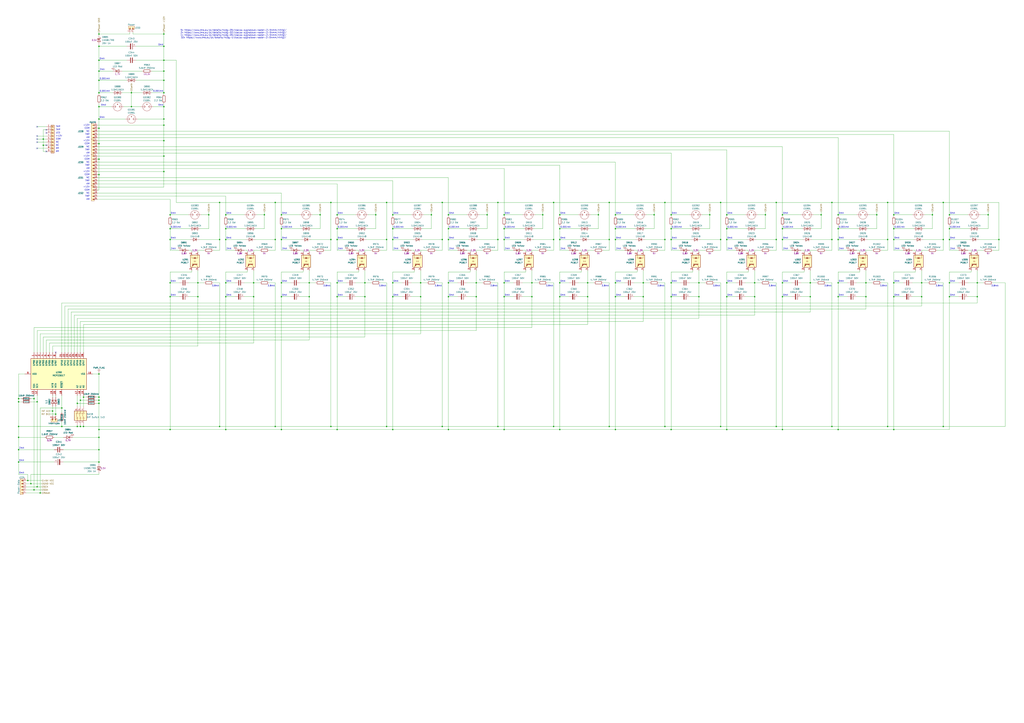
<source format=kicad_sch>
(kicad_sch (version 20231120) (generator "eeschema") (generator_version "8.0")
  (paper "A1")
  (junction (at 505.46 196.85))
  (junction (at 271.78 196.85))
  (junction (at 81.28 58.42))
  (junction (at 139.7 187.96))
  (junction (at 642.62 187.96))
  (junction (at 551.18 196.85))
  (junction (at 779.78 176.53))
  (junction (at 185.42 243.84))
  (junction (at 637.54 196.85))
  (junction (at 134.62 27.94))
  (junction (at 50.8 335.28))
  (junction (at 322.58 196.85))
  (junction (at 779.78 232.41))
  (junction (at 271.78 166.37))
  (junction (at 66.04 350.52))
  (junction (at 368.3 176.53))
  (junction (at 408.94 166.37))
  (junction (at 15.24 327.66))
  (junction (at 528.32 232.41))
  (junction (at 537.21 176.53))
  (junction (at 254 232.41))
  (junction (at 185.42 176.53))
  (junction (at 162.56 243.84))
  (junction (at 779.78 196.85))
  (junction (at 317.5 166.37))
  (junction (at 15.24 379.73))
  (junction (at 162.56 232.41))
  (junction (at 500.38 196.85))
  (junction (at 134.62 128.27))
  (junction (at 208.28 232.41))
  (junction (at 35.56 119.38))
  (junction (at 551.18 353.06))
  (junction (at 408.94 196.85))
  (junction (at 66.04 328.93))
  (junction (at 276.86 176.53))
  (junction (at 688.34 232.41))
  (junction (at 81.28 105.41))
  (junction (at 414.02 232.41))
  (junction (at 400.05 176.53))
  (junction (at 107.95 87.63))
  (junction (at 81.28 143.51))
  (junction (at 368.3 243.84))
  (junction (at 363.22 350.52))
  (junction (at 63.5 331.47))
  (junction (at 139.7 232.41))
  (junction (at 642.62 196.85))
  (junction (at 345.44 243.84))
  (junction (at 482.6 243.84))
  (junction (at 81.28 76.2))
  (junction (at 591.82 196.85))
  (junction (at 756.92 243.84))
  (junction (at 81.28 307.34))
  (junction (at 619.76 232.41))
  (junction (at 81.28 87.63))
  (junction (at 546.1 166.37))
  (junction (at 454.66 196.85))
  (junction (at 180.34 166.37))
  (junction (at 756.92 232.41))
  (junction (at 414.02 196.85))
  (junction (at 574.04 243.84))
  (junction (at 81.28 118.11))
  (junction (at 276.86 187.96))
  (junction (at 505.46 232.41))
  (junction (at 688.34 176.53))
  (junction (at 628.65 176.53))
  (junction (at 81.28 38.1))
  (junction (at 500.38 350.52))
  (junction (at 185.42 196.85))
  (junction (at 546.1 350.52))
  (junction (at 368.3 196.85))
  (junction (at 500.38 166.37))
  (junction (at 665.48 232.41))
  (junction (at 765.81 176.53))
  (junction (at 505.46 353.06))
  (junction (at 551.18 176.53))
  (junction (at 231.14 243.84))
  (junction (at 276.86 353.06))
  (junction (at 185.42 187.96))
  (junction (at 368.3 187.96))
  (junction (at 391.16 243.84))
  (junction (at 596.9 196.85))
  (junction (at 642.62 176.53))
  (junction (at 134.62 58.42))
  (junction (at 551.18 187.96))
  (junction (at 683.26 166.37))
  (junction (at 802.64 243.84))
  (junction (at 299.72 243.84))
  (junction (at 414.02 243.84))
  (junction (at 459.74 243.84))
  (junction (at 596.9 353.06))
  (junction (at 674.37 176.53))
  (junction (at 454.66 166.37))
  (junction (at 226.06 166.37))
  (junction (at 134.62 66.04))
  (junction (at 505.46 176.53))
  (junction (at 408.94 350.52))
  (junction (at 688.34 353.06))
  (junction (at 231.14 353.06))
  (junction (at 322.58 232.41))
  (junction (at 591.82 166.37))
  (junction (at 802.64 232.41))
  (junction (at 139.7 176.53))
  (junction (at 276.86 243.84))
  (junction (at 546.1 196.85))
  (junction (at 459.74 196.85))
  (junction (at 445.77 176.53))
  (junction (at 134.62 38.1))
  (junction (at 271.78 350.52))
  (junction (at 81.28 379.73))
  (junction (at 68.58 326.39))
  (junction (at 81.28 359.41))
  (junction (at 139.7 243.84))
  (junction (at 226.06 196.85))
  (junction (at 81.28 331.47))
  (junction (at 262.89 176.53))
  (junction (at 43.18 337.82))
  (junction (at 642.62 243.84))
  (junction (at 596.9 187.96))
  (junction (at 81.28 353.06))
  (junction (at 171.45 176.53))
  (junction (at 50.8 350.52))
  (junction (at 414.02 187.96))
  (junction (at 459.74 176.53))
  (junction (at 139.7 353.06))
  (junction (at 368.3 353.06))
  (junction (at 551.18 232.41))
  (junction (at 231.14 232.41))
  (junction (at 134.62 49.53))
  (junction (at 436.88 243.84))
  (junction (at 596.9 243.84))
  (junction (at 734.06 243.84))
  (junction (at 688.34 243.84))
  (junction (at 774.7 350.52))
  (junction (at 30.48 400.05))
  (junction (at 134.62 87.63))
  (junction (at 774.7 166.37))
  (junction (at 317.5 350.52))
  (junction (at 734.06 187.96))
  (junction (at 619.76 243.84))
  (junction (at 574.04 232.41))
  (junction (at 27.94 327.66))
  (junction (at 231.14 187.96))
  (junction (at 33.02 405.13))
  (junction (at 81.28 328.93))
  (junction (at 459.74 353.06))
  (junction (at 436.88 232.41))
  (junction (at 254 243.84))
  (junction (at 299.72 232.41))
  (junction (at 528.32 243.84))
  (junction (at 642.62 353.06))
  (junction (at 27.94 402.59))
  (junction (at 68.58 350.52))
  (junction (at 683.26 350.52))
  (junction (at 134.62 115.57))
  (junction (at 637.54 166.37))
  (junction (at 688.34 196.85))
  (junction (at 551.18 243.84))
  (junction (at 81.28 49.53))
  (junction (at 774.7 196.85))
  (junction (at 459.74 187.96))
  (junction (at 15.24 330.2))
  (junction (at 637.54 350.52))
  (junction (at 414.02 176.53))
  (junction (at 276.86 232.41))
  (junction (at 354.33 176.53))
  (junction (at 665.48 243.84))
  (junction (at 582.93 176.53))
  (junction (at 185.42 353.06))
  (junction (at 231.14 196.85))
  (junction (at 317.5 196.85))
  (junction (at 185.42 232.41))
  (junction (at 15.24 369.57))
  (junction (at 134.62 97.79))
  (junction (at 683.26 196.85))
  (junction (at 363.22 196.85))
  (junction (at 368.3 232.41))
  (junction (at 15.24 359.41))
  (junction (at 459.74 232.41))
  (junction (at 134.62 102.87))
  (junction (at 15.24 350.52))
  (junction (at 25.4 397.51))
  (junction (at 720.09 176.53))
  (junction (at 231.14 176.53))
  (junction (at 728.98 350.52))
  (junction (at 505.46 187.96))
  (junction (at 322.58 353.06))
  (junction (at 208.28 243.84))
  (junction (at 711.2 243.84))
  (junction (at 728.98 196.85))
  (junction (at 734.06 232.41))
  (junction (at 454.66 350.52))
  (junction (at 642.62 232.41))
  (junction (at 81.28 326.39))
  (junction (at 81.28 66.04))
  (junction (at 81.28 130.81))
  (junction (at 276.86 196.85))
  (junction (at 81.28 27.94))
  (junction (at 30.48 330.2))
  (junction (at 308.61 176.53))
  (junction (at 811.53 176.53))
  (junction (at 63.5 350.52))
  (junction (at 45.72 340.36))
  (junction (at 180.34 196.85))
  (junction (at 363.22 166.37))
  (junction (at 414.02 353.06))
  (junction (at 81.28 369.57))
  (junction (at 107.95 76.2))
  (junction (at 22.86 394.97))
  (junction (at 734.06 196.85))
  (junction (at 779.78 187.96))
  (junction (at 734.06 176.53))
  (junction (at 711.2 232.41))
  (junction (at 322.58 187.96))
  (junction (at 734.06 353.06))
  (junction (at 217.17 176.53))
  (junction (at 491.49 176.53))
  (junction (at 482.6 232.41))
  (junction (at 180.34 350.52))
  (junction (at 134.62 140.97))
  (junction (at 81.28 97.79))
  (junction (at 391.16 232.41))
  (junction (at 596.9 176.53))
  (junction (at 728.98 166.37))
  (junction (at 322.58 176.53))
  (junction (at 345.44 232.41))
  (junction (at 779.78 243.84))
  (junction (at 139.7 196.85))
  (junction (at 35.56 114.3))
  (junction (at 596.9 232.41))
  (junction (at 820.42 196.85))
  (junction (at 322.58 243.84))
  (junction (at 134.62 76.2))
  (junction (at 505.46 243.84))
  (junction (at 688.34 187.96))
  (junction (at 226.06 350.52))
  (junction (at 591.82 350.52))
  (no_connect (at 30.48 116.84))
  (no_connect (at 45.72 289.56))
  (no_connect (at 30.48 104.14))
  (no_connect (at 38.1 106.68))
  (no_connect (at 38.1 119.38))
  (no_connect (at 30.48 111.76))
  (no_connect (at 30.48 114.3))
  (no_connect (at 38.1 109.22))
  (no_connect (at 38.1 124.46))
  (no_connect (at 30.48 121.92))
  (wire (pts (xy 454.66 232.41) (xy 454.66 350.52)))
  (wire (pts (xy 53.34 251.46) (xy 53.34 289.56)))
  (wire (pts (xy 596.9 232.41) (xy 596.9 243.84)))
  (wire (pts (xy 15.24 330.2) (xy 17.78 330.2)))
  (wire (pts (xy 15.24 359.41) (xy 15.24 369.57)))
  (wire (pts (xy 445.77 176.53) (xy 445.77 187.96)))
  (wire (pts (xy 368.3 223.52) (xy 386.08 223.52)))
  (wire (pts (xy 756.92 205.74) (xy 756.92 207.01)))
  (wire (pts (xy 346.71 196.85) (xy 363.22 196.85)))
  (wire (pts (xy 734.06 110.49) (xy 734.06 176.53)))
  (wire (pts (xy 500.38 350.52) (xy 546.1 350.52)))
  (wire (pts (xy 217.17 173.99) (xy 217.17 176.53)))
  (wire (pts (xy 711.2 243.84) (xy 711.2 254)))
  (wire (pts (xy 71.12 326.39) (xy 68.58 326.39)))
  (wire (pts (xy 124.46 58.42) (xy 134.62 58.42)))
  (wire (pts (xy 414.02 205.74) (xy 421.64 205.74)))
  (wire (pts (xy 734.06 185.42) (xy 734.06 187.96)))
  (wire (pts (xy 551.18 177.8) (xy 551.18 176.53)))
  (wire (pts (xy 116.84 76.2) (xy 107.95 76.2)))
  (wire (pts (xy 528.32 232.41) (xy 528.32 243.84)))
  (wire (pts (xy 642.62 187.96) (xy 642.62 196.85)))
  (wire (pts (xy 185.42 353.06) (xy 231.14 353.06)))
  (wire (pts (xy 596.9 243.84) (xy 604.52 243.84)))
  (wire (pts (xy 200.66 243.84) (xy 208.28 243.84)))
  (wire (pts (xy 15.24 327.66) (xy 17.78 327.66)))
  (wire (pts (xy 162.56 284.48) (xy 43.18 284.48)))
  (wire (pts (xy 482.6 243.84) (xy 482.6 266.7)))
  (wire (pts (xy 345.44 222.25) (xy 345.44 232.41)))
  (wire (pts (xy 66.04 328.93) (xy 66.04 334.01)))
  (wire (pts (xy 477.52 222.25) (xy 477.52 223.52)))
  (wire (pts (xy 276.86 353.06) (xy 322.58 353.06)))
  (wire (pts (xy 322.58 177.8) (xy 322.58 176.53)))
  (wire (pts (xy 134.62 49.53) (xy 134.62 58.42)))
  (wire (pts (xy 276.86 196.85) (xy 293.37 196.85)))
  (wire (pts (xy 774.7 232.41) (xy 769.62 232.41)))
  (wire (pts (xy 226.06 232.41) (xy 220.98 232.41)))
  (wire (pts (xy 393.7 176.53) (xy 400.05 176.53)))
  (wire (pts (xy 81.28 97.79) (xy 81.28 105.41)))
  (wire (pts (xy 107.95 76.2) (xy 107.95 87.63)))
  (wire (pts (xy 368.3 196.85) (xy 368.3 205.74)))
  (wire (pts (xy 483.87 187.96) (xy 491.49 187.96)))
  (wire (pts (xy 688.34 232.41) (xy 695.96 232.41)))
  (wire (pts (xy 642.62 243.84) (xy 650.24 243.84)))
  (wire (pts (xy 63.5 331.47) (xy 63.5 334.01)))
  (wire (pts (xy 21.59 405.13) (xy 33.02 405.13)))
  (wire (pts (xy 66.04 325.12) (xy 66.04 328.93)))
  (wire (pts (xy 254 232.41) (xy 254 243.84)))
  (wire (pts (xy 63.5 350.52) (xy 66.04 350.52)))
  (wire (pts (xy 43.18 284.48) (xy 43.18 289.56)))
  (wire (pts (xy 449.58 205.74) (xy 454.66 205.74)))
  (wire (pts (xy 728.98 232.41) (xy 723.9 232.41)))
  (wire (pts (xy 80.01 110.49) (xy 734.06 110.49)))
  (wire (pts (xy 528.32 222.25) (xy 528.32 232.41)))
  (wire (pts (xy 345.44 232.41) (xy 345.44 243.84)))
  (wire (pts (xy 459.74 232.41) (xy 459.74 243.84)))
  (wire (pts (xy 528.32 205.74) (xy 533.4 205.74)))
  (wire (pts (xy 107.95 74.93) (xy 107.95 76.2)))
  (wire (pts (xy 185.42 232.41) (xy 193.04 232.41)))
  (wire (pts (xy 271.78 350.52) (xy 226.06 350.52)))
  (wire (pts (xy 546.1 232.41) (xy 546.1 350.52)))
  (wire (pts (xy 30.48 400.05) (xy 34.29 400.05)))
  (wire (pts (xy 276.86 196.85) (xy 276.86 205.74)))
  (wire (pts (xy 358.14 205.74) (xy 363.22 205.74)))
  (wire (pts (xy 454.66 196.85) (xy 454.66 205.74)))
  (wire (pts (xy 596.9 223.52) (xy 614.68 223.52)))
  (wire (pts (xy 408.94 350.52) (xy 363.22 350.52)))
  (wire (pts (xy 408.94 232.41) (xy 403.86 232.41)))
  (wire (pts (xy 81.28 118.11) (xy 81.28 130.81)))
  (wire (pts (xy 80.01 153.67) (xy 134.62 153.67)))
  (wire (pts (xy 642.62 223.52) (xy 642.62 232.41)))
  (wire (pts (xy 30.48 330.2) (xy 30.48 325.12)))
  (wire (pts (xy 779.78 187.96) (xy 779.78 196.85)))
  (wire (pts (xy 81.28 38.1) (xy 81.28 49.53)))
  (wire (pts (xy 35.56 124.46) (xy 35.56 119.38)))
  (wire (pts (xy 574.04 222.25) (xy 574.04 232.41)))
  (wire (pts (xy 180.34 232.41) (xy 175.26 232.41)))
  (wire (pts (xy 81.28 369.57) (xy 81.28 379.73)))
  (wire (pts (xy 22.86 389.89) (xy 22.86 394.97)))
  (wire (pts (xy 21.59 400.05) (xy 30.48 400.05)))
  (wire (pts (xy 368.3 185.42) (xy 368.3 187.96)))
  (wire (pts (xy 185.42 232.41) (xy 185.42 243.84)))
  (wire (pts (xy 756.92 232.41) (xy 762 232.41)))
  (wire (pts (xy 231.14 223.52) (xy 231.14 232.41)))
  (wire (pts (xy 50.8 346.71) (xy 50.8 350.52)))
  (wire (pts (xy 185.42 187.96) (xy 201.93 187.96)))
  (wire (pts (xy 180.34 350.52) (xy 226.06 350.52)))
  (wire (pts (xy 779.78 196.85) (xy 779.78 205.74)))
  (wire (pts (xy 619.76 232.41) (xy 619.76 243.84)))
  (wire (pts (xy 568.96 205.74) (xy 566.42 205.74)))
  (wire (pts (xy 139.7 196.85) (xy 139.7 205.74)))
  (wire (pts (xy 495.3 205.74) (xy 500.38 205.74)))
  (wire (pts (xy 63.5 261.62) (xy 63.5 289.56)))
  (wire (pts (xy 68.58 350.52) (xy 180.34 350.52)))
  (wire (pts (xy 363.22 350.52) (xy 317.5 350.52)))
  (wire (pts (xy 774.7 166.37) (xy 820.42 166.37)))
  (wire (pts (xy 688.34 196.85) (xy 688.34 205.74)))
  (wire (pts (xy 459.74 223.52) (xy 459.74 232.41)))
  (wire (pts (xy 566.42 243.84) (xy 574.04 243.84)))
  (wire (pts (xy 340.36 207.01) (xy 340.36 205.74)))
  (wire (pts (xy 322.58 223.52) (xy 340.36 223.52)))
  (wire (pts (xy 299.72 243.84) (xy 299.72 276.86)))
  (wire (pts (xy 728.98 350.52) (xy 683.26 350.52)))
  (wire (pts (xy 566.42 232.41) (xy 574.04 232.41)))
  (wire (pts (xy 820.42 196.85) (xy 820.42 205.74)))
  (wire (pts (xy 139.7 232.41) (xy 139.7 243.84)))
  (wire (pts (xy 774.7 196.85) (xy 774.7 205.74)))
  (wire (pts (xy 711.2 205.74) (xy 711.2 207.01)))
  (wire (pts (xy 734.06 205.74) (xy 741.68 205.74)))
  (wire (pts (xy 15.24 350.52) (xy 50.8 350.52)))
  (wire (pts (xy 63.5 331.47) (xy 71.12 331.47)))
  (wire (pts (xy 210.82 176.53) (xy 217.17 176.53)))
  (wire (pts (xy 162.56 232.41) (xy 167.64 232.41)))
  (wire (pts (xy 734.06 187.96) (xy 734.06 196.85)))
  (wire (pts (xy 528.32 264.16) (xy 528.32 243.84)))
  (wire (pts (xy 528.32 232.41) (xy 533.4 232.41)))
  (wire (pts (xy 312.42 205.74) (xy 317.5 205.74)))
  (wire (pts (xy 795.02 243.84) (xy 802.64 243.84)))
  (wire (pts (xy 414.02 177.8) (xy 414.02 176.53)))
  (wire (pts (xy 637.54 232.41) (xy 637.54 350.52)))
  (wire (pts (xy 728.98 350.52) (xy 774.7 350.52)))
  (wire (pts (xy 391.16 232.41) (xy 396.24 232.41)))
  (wire (pts (xy 231.14 185.42) (xy 231.14 187.96)))
  (wire (pts (xy 38.1 116.84) (xy 30.48 116.84)))
  (wire (pts (xy 63.5 325.12) (xy 63.5 331.47)))
  (wire (pts (xy 35.56 106.68) (xy 35.56 114.3)))
  (wire (pts (xy 180.34 166.37) (xy 226.06 166.37)))
  (wire (pts (xy 162.56 284.48) (xy 162.56 243.84)))
  (wire (pts (xy 43.18 337.82) (xy 43.18 341.63)))
  (wire (pts (xy 35.56 119.38) (xy 35.56 114.3)))
  (wire (pts (xy 80.01 156.21) (xy 81.28 156.21)))
  (wire (pts (xy 734.06 232.41) (xy 741.68 232.41)))
  (wire (pts (xy 774.7 350.52) (xy 825.5 350.52)))
  (wire (pts (xy 642.62 187.96) (xy 659.13 187.96)))
  (wire (pts (xy 551.18 125.73) (xy 551.18 176.53)))
  (wire (pts (xy 80.01 138.43) (xy 414.02 138.43)))
  (wire (pts (xy 78.74 328.93) (xy 81.28 328.93)))
  (wire (pts (xy 38.1 124.46) (xy 35.56 124.46)))
  (wire (pts (xy 529.59 187.96) (xy 537.21 187.96)))
  (wire (pts (xy 81.28 49.53) (xy 104.14 49.53)))
  (wire (pts (xy 15.24 327.66) (xy 15.24 330.2)))
  (wire (pts (xy 66.04 349.25) (xy 66.04 350.52)))
  (wire (pts (xy 765.81 173.99) (xy 765.81 176.53)))
  (wire (pts (xy 317.5 350.52) (xy 271.78 350.52)))
  (wire (pts (xy 81.28 58.42) (xy 92.71 58.42)))
  (wire (pts (xy 759.46 176.53) (xy 765.81 176.53)))
  (wire (pts (xy 391.16 232.41) (xy 391.16 243.84)))
  (wire (pts (xy 185.42 205.74) (xy 193.04 205.74)))
  (wire (pts (xy 246.38 232.41) (xy 254 232.41)))
  (wire (pts (xy 294.64 205.74) (xy 292.1 205.74)))
  (wire (pts (xy 703.58 243.84) (xy 711.2 243.84)))
  (wire (pts (xy 728.98 166.37) (xy 728.98 196.85)))
  (wire (pts (xy 139.7 232.41) (xy 147.32 232.41)))
  (wire (pts (xy 596.9 232.41) (xy 604.52 232.41)))
  (wire (pts (xy 551.18 232.41) (xy 551.18 243.84)))
  (wire (pts (xy 546.1 166.37) (xy 591.82 166.37)))
  (wire (pts (xy 157.48 207.01) (xy 157.48 205.74)))
  (wire (pts (xy 596.9 196.85) (xy 596.9 205.74)))
  (wire (pts (xy 414.02 185.42) (xy 414.02 187.96)))
  (wire (pts (xy 317.5 196.85) (xy 317.5 205.74)))
  (wire (pts (xy 139.7 187.96) (xy 139.7 196.85)))
  (wire (pts (xy 622.3 176.53) (xy 628.65 176.53)))
  (wire (pts (xy 180.34 232.41) (xy 180.34 350.52)))
  (wire (pts (xy 231.14 223.52) (xy 248.92 223.52)))
  (wire (pts (xy 436.88 232.41) (xy 436.88 243.84)))
  (wire (pts (xy 454.66 166.37) (xy 500.38 166.37)))
  (wire (pts (xy 688.34 185.42) (xy 688.34 187.96)))
  (wire (pts (xy 734.06 232.41) (xy 734.06 243.84)))
  (wire (pts (xy 43.18 325.12) (xy 43.18 326.39)))
  (wire (pts (xy 80.01 163.83) (xy 139.7 163.83)))
  (wire (pts (xy 734.06 177.8) (xy 734.06 176.53)))
  (wire (pts (xy 665.48 232.41) (xy 670.56 232.41)))
  (wire (pts (xy 38.1 119.38) (xy 35.56 119.38)))
  (wire (pts (xy 683.26 166.37) (xy 728.98 166.37)))
  (wire (pts (xy 271.78 166.37) (xy 271.78 196.85)))
  (wire (pts (xy 271.78 232.41) (xy 271.78 350.52)))
  (wire (pts (xy 574.04 232.41) (xy 579.12 232.41)))
  (wire (pts (xy 22.86 394.97) (xy 34.29 394.97)))
  (wire (pts (xy 678.18 205.74) (xy 683.26 205.74)))
  (wire (pts (xy 574.04 261.62) (xy 63.5 261.62)))
  (wire (pts (xy 368.3 243.84) (xy 368.3 353.06)))
  (wire (pts (xy 81.28 36.83) (xy 81.28 38.1)))
  (wire (pts (xy 482.6 232.41) (xy 482.6 243.84)))
  (wire (pts (xy 825.5 232.41) (xy 815.34 232.41)))
  (wire (pts (xy 113.03 97.79) (xy 134.62 97.79)))
  (wire (pts (xy 30.48 271.78) (xy 30.48 289.56)))
  (wire (pts (xy 688.34 187.96) (xy 704.85 187.96)))
  (wire (pts (xy 439.42 176.53) (xy 445.77 176.53)))
  (wire (pts (xy 134.62 85.09) (xy 134.62 87.63)))
  (wire (pts (xy 459.74 196.85) (xy 459.74 205.74)))
  (wire (pts (xy 180.34 196.85) (xy 180.34 205.74)))
  (wire (pts (xy 322.58 148.59) (xy 322.58 176.53)))
  (wire (pts (xy 340.36 205.74) (xy 337.82 205.74)))
  (wire (pts (xy 619.76 243.84) (xy 619.76 259.08)))
  (wire (pts (xy 392.43 187.96) (xy 400.05 187.96)))
  (wire (pts (xy 711.2 222.25) (xy 711.2 232.41)))
  (wire (pts (xy 276.86 185.42) (xy 276.86 187.96)))
  (wire (pts (xy 50.8 325.12) (xy 50.8 335.28)))
  (wire (pts (xy 107.95 87.63) (xy 115.57 87.63)))
  (wire (pts (xy 619.76 205.74) (xy 624.84 205.74)))
  (wire (pts (xy 347.98 176.53) (xy 354.33 176.53)))
  (wire (pts (xy 528.32 205.74) (xy 528.32 207.01)))
  (wire (pts (xy 139.7 187.96) (xy 156.21 187.96)))
  (wire (pts (xy 276.86 223.52) (xy 294.64 223.52)))
  (wire (pts (xy 231.14 232.41) (xy 231.14 243.84)))
  (wire (pts (xy 666.75 187.96) (xy 674.37 187.96)))
  (wire (pts (xy 299.72 232.41) (xy 304.8 232.41)))
  (wire (pts (xy 50.8 248.92) (xy 802.64 248.92)))
  (wire (pts (xy 657.86 232.41) (xy 665.48 232.41)))
  (wire (pts (xy 505.46 243.84) (xy 505.46 353.06)))
  (wire (pts (xy 574.04 205.74) (xy 579.12 205.74)))
  (wire (pts (xy 688.34 223.52) (xy 706.12 223.52)))
  (wire (pts (xy 81.28 97.79) (xy 102.87 97.79)))
  (wire (pts (xy 322.58 243.84) (xy 322.58 353.06)))
  (wire (pts (xy 802.64 248.92) (xy 802.64 243.84)))
  (wire (pts (xy 231.14 243.84) (xy 238.76 243.84)))
  (wire (pts (xy 81.28 26.67) (xy 81.28 27.94)))
  (wire (pts (xy 255.27 196.85) (xy 271.78 196.85)))
  (wire (pts (xy 637.54 166.37) (xy 683.26 166.37)))
  (wire (pts (xy 81.28 38.1) (xy 104.14 38.1)))
  (wire (pts (xy 80.01 105.41) (xy 81.28 105.41)))
  (wire (pts (xy 81.28 87.63) (xy 81.28 97.79)))
  (wire (pts (xy 322.58 243.84) (xy 330.2 243.84)))
  (wire (pts (xy 81.28 331.47) (xy 81.28 328.93)))
  (wire (pts (xy 711.2 205.74) (xy 716.28 205.74)))
  (wire (pts (xy 523.24 205.74) (xy 520.7 205.74)))
  (wire (pts (xy 276.86 243.84) (xy 276.86 353.06)))
  (wire (pts (xy 438.15 187.96) (xy 445.77 187.96)))
  (wire (pts (xy 345.44 232.41) (xy 350.52 232.41)))
  (wire (pts (xy 81.28 130.81) (xy 81.28 143.51)))
  (wire (pts (xy 27.94 402.59) (xy 34.29 402.59)))
  (wire (pts (xy 180.34 166.37) (xy 180.34 196.85)))
  (wire (pts (xy 688.34 177.8) (xy 688.34 176.53)))
  (wire (pts (xy 811.53 173.99) (xy 811.53 176.53)))
  (wire (pts (xy 436.88 243.84) (xy 436.88 269.24)))
  (wire (pts (xy 541.02 205.74) (xy 546.1 205.74)))
  (wire (pts (xy 383.54 243.84) (xy 391.16 243.84)))
  (wire (pts (xy 751.84 205.74) (xy 749.3 205.74)))
  (wire (pts (xy 797.56 222.25) (xy 797.56 223.52)))
  (wire (pts (xy 80.01 143.51) (xy 81.28 143.51)))
  (wire (pts (xy 40.64 281.94) (xy 40.64 289.56)))
  (wire (pts (xy 368.3 176.53) (xy 383.54 176.53)))
  (wire (pts (xy 262.89 173.99) (xy 262.89 176.53)))
  (wire (pts (xy 15.24 379.73) (xy 44.45 379.73)))
  (wire (pts (xy 582.93 173.99) (xy 582.93 176.53)))
  (wire (pts (xy 706.12 222.25) (xy 706.12 223.52)))
  (wire (pts (xy 505.46 223.52) (xy 523.24 223.52)))
  (wire (pts (xy 157.48 222.25) (xy 157.48 223.52)))
  (wire (pts (xy 596.9 185.42) (xy 596.9 187.96)))
  (wire (pts (xy 802.64 232.41) (xy 802.64 243.84)))
  (wire (pts (xy 294.64 207.01) (xy 294.64 205.74)))
  (wire (pts (xy 596.9 187.96) (xy 596.9 196.85)))
  (wire (pts (xy 363.22 166.37) (xy 363.22 196.85)))
  (wire (pts (xy 276.86 243.84) (xy 284.48 243.84)))
  (wire (pts (xy 111.76 38.1) (xy 134.62 38.1)))
  (wire (pts (xy 231.14 243.84) (xy 231.14 353.06)))
  (wire (pts (xy 139.7 176.53) (xy 154.94 176.53)))
  (wire (pts (xy 551.18 243.84) (xy 558.8 243.84)))
  (wire (pts (xy 43.18 334.01) (xy 43.18 337.82)))
  (wire (pts (xy 208.28 222.25) (xy 208.28 232.41)))
  (wire (pts (xy 322.58 176.53) (xy 337.82 176.53)))
  (wire (pts (xy 322.58 232.41) (xy 322.58 243.84)))
  (wire (pts (xy 271.78 232.41) (xy 266.7 232.41)))
  (wire (pts (xy 614.68 222.25) (xy 614.68 223.52)))
  (wire (pts (xy 276.86 232.41) (xy 284.48 232.41)))
  (wire (pts (xy 111.76 49.53) (xy 134.62 49.53)))
  (wire (pts (xy 308.61 176.53) (xy 308.61 187.96)))
  (wire (pts (xy 805.18 176.53) (xy 811.53 176.53)))
  (wire (pts (xy 208.28 205.74) (xy 208.28 207.01)))
  (wire (pts (xy 386.08 207.01) (xy 386.08 205.74)))
  (wire (pts (xy 734.06 243.84) (xy 734.06 353.06)))
  (wire (pts (xy 276.86 205.74) (xy 284.48 205.74)))
  (wire (pts (xy 299.72 232.41) (xy 299.72 243.84)))
  (wire (pts (xy 80.01 135.89) (xy 459.74 135.89)))
  (wire (pts (xy 368.3 177.8) (xy 368.3 176.53)))
  (wire (pts (xy 459.74 187.96) (xy 476.25 187.96)))
  (wire (pts (xy 322.58 232.41) (xy 330.2 232.41)))
  (wire (pts (xy 500.38 232.41) (xy 495.3 232.41)))
  (wire (pts (xy 414.02 187.96) (xy 430.53 187.96)))
  (wire (pts (xy 642.62 243.84) (xy 642.62 353.06)))
  (wire (pts (xy 802.64 205.74) (xy 807.72 205.74)))
  (wire (pts (xy 815.34 205.74) (xy 820.42 205.74)))
  (wire (pts (xy 596.9 123.19) (xy 596.9 176.53)))
  (wire (pts (xy 637.54 166.37) (xy 637.54 196.85)))
  (wire (pts (xy 368.3 205.74) (xy 375.92 205.74)))
  (wire (pts (xy 703.58 232.41) (xy 711.2 232.41)))
  (wire (pts (xy 414.02 176.53) (xy 429.26 176.53)))
  (wire (pts (xy 299.72 205.74) (xy 299.72 207.01)))
  (wire (pts (xy 134.62 38.1) (xy 134.62 49.53)))
  (wire (pts (xy 60.96 259.08) (xy 60.96 289.56)))
  (wire (pts (xy 688.34 176.53) (xy 703.58 176.53)))
  (wire (pts (xy 231.14 187.96) (xy 231.14 196.85)))
  (wire (pts (xy 779.78 223.52) (xy 797.56 223.52)))
  (wire (pts (xy 429.26 232.41) (xy 436.88 232.41)))
  (wire (pts (xy 665.48 256.54) (xy 58.42 256.54)))
  (wire (pts (xy 139.7 243.84) (xy 139.7 353.06)))
  (wire (pts (xy 254 279.4) (xy 254 243.84)))
  (wire (pts (xy 15.24 359.41) (xy 36.83 359.41)))
  (wire (pts (xy 657.86 243.84) (xy 665.48 243.84)))
  (wire (pts (xy 231.14 353.06) (xy 276.86 353.06)))
  (wire (pts (xy 779.78 107.95) (xy 779.78 176.53)))
  (wire (pts (xy 139.7 185.42) (xy 139.7 187.96)))
  (wire (pts (xy 574.04 205.74) (xy 574.04 207.01)))
  (wire (pts (xy 27.94 327.66) (xy 27.94 402.59)))
  (wire (pts (xy 144.78 49.53) (xy 144.78 166.37)))
  (wire (pts (xy 734.06 196.85) (xy 750.57 196.85)))
  (wire (pts (xy 363.22 232.41) (xy 363.22 350.52)))
  (wire (pts (xy 208.28 281.94) (xy 40.64 281.94)))
  (wire (pts (xy 688.34 232.41) (xy 688.34 243.84)))
  (wire (pts (xy 38.1 106.68) (xy 35.56 106.68)))
  (wire (pts (xy 322.58 223.52) (xy 322.58 232.41)))
  (wire (pts (xy 38.1 289.56) (xy 38.1 279.4)))
  (wire (pts (xy 68.58 326.39) (xy 68.58 334.01)))
  (wire (pts (xy 619.76 259.08) (xy 60.96 259.08)))
  (wire (pts (xy 81.28 331.47) (xy 81.28 353.06)))
  (wire (pts (xy 642.62 223.52) (xy 660.4 223.52)))
  (wire (pts (xy 81.28 27.94) (xy 81.28 29.21)))
  (wire (pts (xy 660.4 222.25) (xy 660.4 223.52)))
  (wire (pts (xy 226.06 166.37) (xy 271.78 166.37)))
  (wire (pts (xy 53.34 251.46) (xy 756.92 251.46)))
  (wire (pts (xy 582.93 176.53) (xy 582.93 187.96)))
  (wire (pts (xy 454.66 350.52) (xy 500.38 350.52)))
  (wire (pts (xy 139.7 176.53) (xy 139.7 177.8)))
  (wire (pts (xy 345.44 205.74) (xy 345.44 207.01)))
  (wire (pts (xy 414.02 223.52) (xy 414.02 232.41)))
  (wire (pts (xy 322.58 185.42) (xy 322.58 187.96)))
  (wire (pts (xy 100.33 76.2) (xy 107.95 76.2)))
  (wire (pts (xy 414.02 232.41) (xy 414.02 243.84)))
  (wire (pts (xy 217.17 176.53) (xy 217.17 187.96)))
  (wire (pts (xy 711.2 232.41) (xy 716.28 232.41)))
  (wire (pts (xy 779.78 232.41) (xy 787.4 232.41)))
  (wire (pts (xy 139.7 163.83) (xy 139.7 176.53)))
  (wire (pts (xy 80.01 115.57) (xy 134.62 115.57)))
  (wire (pts (xy 200.66 232.41) (xy 208.28 232.41)))
  (wire (pts (xy 749.3 232.41) (xy 756.92 232.41)))
  (wire (pts (xy 459.74 243.84) (xy 459.74 353.06)))
  (wire (pts (xy 52.07 379.73) (xy 81.28 379.73)))
  (wire (pts (xy 15.24 307.34) (xy 20.32 307.34)))
  (wire (pts (xy 683.26 232.41) (xy 683.26 350.52)))
  (wire (pts (xy 368.3 353.06) (xy 414.02 353.06)))
  (wire (pts (xy 797.56 205.74) (xy 795.02 205.74)))
  (wire (pts (xy 591.82 166.37) (xy 637.54 166.37)))
  (wire (pts (xy 619.76 205.74) (xy 619.76 207.01)))
  (wire (pts (xy 100.33 58.42) (xy 116.84 58.42)))
  (wire (pts (xy 185.42 177.8) (xy 185.42 176.53)))
  (wire (pts (xy 50.8 248.92) (xy 50.8 289.56)))
  (wire (pts (xy 666.75 196.85) (xy 683.26 196.85)))
  (wire (pts (xy 438.15 196.85) (xy 454.66 196.85)))
  (wire (pts (xy 474.98 243.84) (xy 482.6 243.84)))
  (wire (pts (xy 154.94 243.84) (xy 162.56 243.84)))
  (wire (pts (xy 231.14 232.41) (xy 238.76 232.41)))
  (wire (pts (xy 248.92 222.25) (xy 248.92 223.52)))
  (wire (pts (xy 551.18 223.52) (xy 551.18 232.41)))
  (wire (pts (xy 505.46 196.85) (xy 505.46 205.74)))
  (wire (pts (xy 414.02 243.84) (xy 414.02 353.06)))
  (wire (pts (xy 688.34 113.03) (xy 688.34 176.53)))
  (wire (pts (xy 520.7 232.41) (xy 528.32 232.41)))
  (wire (pts (xy 642.62 232.41) (xy 642.62 243.84)))
  (wire (pts (xy 660.4 207.01) (xy 660.4 205.74)))
  (wire (pts (xy 68.58 349.25) (xy 68.58 350.52)))
  (wire (pts (xy 591.82 196.85) (xy 591.82 205.74)))
  (wire (pts (xy 665.48 205.74) (xy 665.48 207.01)))
  (wire (pts (xy 363.22 166.37) (xy 408.94 166.37)))
  (wire (pts (xy 134.62 87.63) (xy 134.62 97.79)))
  (wire (pts (xy 429.26 243.84) (xy 436.88 243.84)))
  (wire (pts (xy 134.62 58.42) (xy 134.62 66.04)))
  (wire (pts (xy 322.58 187.96) (xy 322.58 196.85)))
  (wire (pts (xy 414.02 196.85) (xy 414.02 205.74)))
  (wire (pts (xy 38.1 104.14) (xy 30.48 104.14)))
  (wire (pts (xy 363.22 232.41) (xy 358.14 232.41)))
  (wire (pts (xy 80.01 133.35) (xy 505.46 133.35)))
  (wire (pts (xy 505.46 243.84) (xy 513.08 243.84)))
  (wire (pts (xy 803.91 187.96) (xy 811.53 187.96)))
  (wire (pts (xy 642.62 353.06) (xy 688.34 353.06)))
  (wire (pts (xy 642.62 196.85) (xy 659.13 196.85)))
  (wire (pts (xy 756.92 205.74) (xy 762 205.74)))
  (wire (pts (xy 25.4 330.2) (xy 30.48 330.2)))
  (wire (pts (xy 734.06 223.52) (xy 751.84 223.52)))
  (wire (pts (xy 276.86 187.96) (xy 293.37 187.96)))
  (wire (pts (xy 751.84 207.01) (xy 751.84 205.74)))
  (wire (pts (xy 642.62 176.53) (xy 657.86 176.53)))
  (wire (pts (xy 231.14 176.53) (xy 246.38 176.53)))
  (wire (pts (xy 632.46 205.74) (xy 637.54 205.74)))
  (wire (pts (xy 185.42 223.52) (xy 185.42 232.41)))
  (wire (pts (xy 368.3 196.85) (xy 384.81 196.85)))
  (wire (pts (xy 317.5 232.41) (xy 312.42 232.41)))
  (wire (pts (xy 162.56 222.25) (xy 162.56 232.41)))
  (wire (pts (xy 720.09 176.53) (xy 720.09 187.96)))
  (wire (pts (xy 688.34 353.06) (xy 734.06 353.06)))
  (wire (pts (xy 50.8 335.28) (xy 50.8 339.09)))
  (wire (pts (xy 712.47 187.96) (xy 720.09 187.96)))
  (wire (pts (xy 40.64 337.82) (xy 43.18 337.82)))
  (wire (pts (xy 27.94 269.24) (xy 27.94 289.56)))
  (wire (pts (xy 779.78 353.06) (xy 779.78 243.84)))
  (wire (pts (xy 354.33 173.99) (xy 354.33 176.53)))
  (wire (pts (xy 345.44 243.84) (xy 345.44 274.32)))
  (wire (pts (xy 811.53 176.53) (xy 811.53 187.96)))
  (wire (pts (xy 254 222.25) (xy 254 232.41)))
  (wire (pts (xy 163.83 196.85) (xy 180.34 196.85)))
  (wire (pts (xy 185.42 187.96) (xy 185.42 196.85)))
  (wire (pts (xy 802.64 222.25) (xy 802.64 232.41)))
  (wire (pts (xy 665.48 205.74) (xy 670.56 205.74)))
  (wire (pts (xy 734.06 223.52) (xy 734.06 232.41)))
  (wire (pts (xy 751.84 222.25) (xy 751.84 223.52)))
  (wire (pts (xy 391.16 222.25) (xy 391.16 232.41)))
  (wire (pts (xy 642.62 196.85) (xy 642.62 205.74)))
  (wire (pts (xy 66.04 350.52) (xy 68.58 350.52)))
  (wire (pts (xy 674.37 173.99) (xy 674.37 176.53)))
  (wire (pts (xy 81.28 389.89) (xy 81.28 388.62)))
  (wire (pts (xy 33.02 405.13) (xy 34.29 405.13)))
  (wire (pts (xy 477.52 207.01) (xy 477.52 205.74)))
  (wire (pts (xy 322.58 196.85) (xy 322.58 205.74)))
  (wire (pts (xy 591.82 350.52) (xy 637.54 350.52)))
  (wire (pts (xy 368.3 232.41) (xy 368.3 243.84)))
  (wire (pts (xy 368.3 243.84) (xy 375.92 243.84)))
  (wire (pts (xy 505.46 205.74) (xy 513.08 205.74)))
  (wire (pts (xy 436.88 222.25) (xy 436.88 232.41)))
  (wire (pts (xy 414.02 243.84) (xy 421.64 243.84)))
  (wire (pts (xy 81.28 49.53) (xy 81.28 58.42)))
  (wire (pts (xy 734.06 243.84) (xy 741.68 243.84)))
  (wire (pts (xy 568.96 222.25) (xy 568.96 223.52)))
  (wire (pts (xy 294.64 222.25) (xy 294.64 223.52)))
  (wire (pts (xy 728.98 196.85) (xy 728.98 205.74)))
  (wire (pts (xy 134.62 76.2) (xy 134.62 77.47)))
  (wire (pts (xy 35.56 276.86) (xy 35.56 289.56)))
  (wire (pts (xy 665.48 232.41) (xy 665.48 243.84)))
  (wire (pts (xy 109.22 27.94) (xy 134.62 27.94)))
  (wire (pts (xy 459.74 177.8) (xy 459.74 176.53)))
  (wire (pts (xy 386.08 205.74) (xy 383.54 205.74)))
  (wire (pts (xy 15.24 330.2) (xy 15.24 350.52)))
  (wire (pts (xy 391.16 271.78) (xy 30.48 271.78)))
  (wire (pts (xy 254 232.41) (xy 259.08 232.41)))
  (wire (pts (xy 276.86 177.8) (xy 276.86 176.53)))
  (wire (pts (xy 505.46 187.96) (xy 505.46 196.85)))
  (wire (pts (xy 575.31 196.85) (xy 591.82 196.85)))
  (wire (pts (xy 386.08 222.25) (xy 386.08 223.52)))
  (wire (pts (xy 779.78 232.41) (xy 779.78 243.84)))
  (wire (pts (xy 756.92 222.25) (xy 756.92 232.41)))
  (wire (pts (xy 500.38 166.37) (xy 546.1 166.37)))
  (wire (pts (xy 591.82 232.41) (xy 591.82 350.52)))
  (wire (pts (xy 246.38 243.84) (xy 254 243.84)))
  (wire (pts (xy 614.68 205.74) (xy 612.14 205.74)))
  (wire (pts (xy 208.28 205.74) (xy 213.36 205.74)))
  (wire (pts (xy 774.7 166.37) (xy 774.7 196.85)))
  (wire (pts (xy 209.55 196.85) (xy 226.06 196.85)))
  (wire (pts (xy 109.22 27.94) (xy 109.22 26.67)))
  (wire (pts (xy 78.74 326.39) (xy 81.28 326.39)))
  (wire (pts (xy 795.02 232.41) (xy 802.64 232.41)))
  (wire (pts (xy 81.28 87.63) (xy 91.44 87.63)))
  (wire (pts (xy 537.21 176.53) (xy 537.21 187.96)))
  (wire (pts (xy 723.9 205.74) (xy 728.98 205.74)))
  (wire (pts (xy 683.26 232.41) (xy 678.18 232.41)))
  (wire (pts (xy 688.34 187.96) (xy 688.34 196.85)))
  (wire (pts (xy 162.56 205.74) (xy 162.56 207.01)))
  (wire (pts (xy 688.34 205.74) (xy 695.96 205.74)))
  (wire (pts (xy 66.04 264.16) (xy 528.32 264.16)))
  (wire (pts (xy 505.46 196.85) (xy 521.97 196.85)))
  (wire (pts (xy 660.4 205.74) (xy 657.86 205.74)))
  (wire (pts (xy 162.56 232.41) (xy 162.56 243.84)))
  (wire (pts (xy 80.01 125.73) (xy 551.18 125.73)))
  (wire (pts (xy 276.86 151.13) (xy 276.86 176.53)))
  (wire (pts (xy 551.18 232.41) (xy 558.8 232.41)))
  (wire (pts (xy 482.6 205.74) (xy 482.6 207.01)))
  (wire (pts (xy 45.72 340.36) (xy 45.72 341.63)))
  (wire (pts (xy 25.4 389.89) (xy 81.28 389.89)))
  (wire (pts (xy 38.1 279.4) (xy 254 279.4)))
  (wire (pts (xy 66.04 328.93) (xy 71.12 328.93)))
  (wire (pts (xy 55.88 254) (xy 711.2 254)))
  (wire (pts (xy 628.65 173.99) (xy 628.65 176.53)))
  (wire (pts (xy 80.01 146.05) (xy 368.3 146.05)))
  (wire (pts (xy 368.3 187.96) (xy 368.3 196.85)))
  (wire (pts (xy 596.9 176.53) (xy 612.14 176.53)))
  (wire (pts (xy 50.8 350.52) (xy 63.5 350.52)))
  (wire (pts (xy 81.28 76.2) (xy 92.71 76.2)))
  (wire (pts (xy 802.64 205.74) (xy 802.64 207.01)))
  (wire (pts (xy 248.92 205.74) (xy 246.38 205.74)))
  (wire (pts (xy 642.62 177.8) (xy 642.62 176.53)))
  (wire (pts (xy 711.2 232.41) (xy 711.2 243.84)))
  (wire (pts (xy 779.78 243.84) (xy 787.4 243.84)))
  (wire (pts (xy 134.62 97.79) (xy 134.62 102.87)))
  (wire (pts (xy 459.74 187.96) (xy 459.74 196.85)))
  (wire (pts (xy 803.91 196.85) (xy 820.42 196.85)))
  (wire (pts (xy 546.1 232.41) (xy 541.02 232.41)))
  (wire (pts (xy 756.92 243.84) (xy 756.92 251.46)))
  (wire (pts (xy 574.04 232.41) (xy 574.04 243.84)))
  (wire (pts (xy 157.48 205.74) (xy 154.94 205.74)))
  (wire (pts (xy 208.28 243.84) (xy 208.28 281.94)))
  (wire (pts (xy 474.98 232.41) (xy 482.6 232.41)))
  (wire (pts (xy 346.71 187.96) (xy 354.33 187.96)))
  (wire (pts (xy 81.28 353.06) (xy 139.7 353.06)))
  (wire (pts (xy 139.7 205.74) (xy 147.32 205.74)))
  (wire (pts (xy 337.82 232.41) (xy 345.44 232.41)))
  (wire (pts (xy 308.61 173.99) (xy 308.61 176.53)))
  (wire (pts (xy 820.42 166.37) (xy 820.42 196.85)))
  (wire (pts (xy 81.28 66.04) (xy 104.14 66.04)))
  (wire (pts (xy 774.7 232.41) (xy 774.7 350.52)))
  (wire (pts (xy 15.24 307.34) (xy 15.24 327.66)))
  (wire (pts (xy 144.78 166.37) (xy 180.34 166.37)))
  (wire (pts (xy 596.9 223.52) (xy 596.9 232.41)))
  (wire (pts (xy 300.99 196.85) (xy 317.5 196.85)))
  (wire (pts (xy 728.98 232.41) (xy 728.98 350.52)))
  (wire (pts (xy 33.02 274.32) (xy 345.44 274.32)))
  (wire (pts (xy 33.02 274.32) (xy 33.02 289.56)))
  (wire (pts (xy 171.45 176.53) (xy 171.45 187.96)))
  (wire (pts (xy 596.9 177.8) (xy 596.9 176.53)))
  (wire (pts (xy 81.28 381) (xy 81.28 379.73)))
  (wire (pts (xy 52.07 369.57) (xy 81.28 369.57)))
  (wire (pts (xy 674.37 176.53) (xy 674.37 187.96)))
  (wire (pts (xy 403.86 205.74) (xy 408.94 205.74)))
  (wire (pts (xy 185.42 161.29) (xy 185.42 176.53)))
  (wire (pts (xy 276.86 232.41) (xy 276.86 243.84)))
  (wire (pts (xy 734.06 187.96) (xy 750.57 187.96)))
  (wire (pts (xy 185.42 243.84) (xy 185.42 353.06)))
  (wire (pts (xy 231.14 177.8) (xy 231.14 176.53)))
  (wire (pts (xy 802.64 232.41) (xy 807.72 232.41)))
  (wire (pts (xy 628.65 176.53) (xy 628.65 187.96)))
  (wire (pts (xy 392.43 196.85) (xy 408.94 196.85)))
  (wire (pts (xy 749.3 243.84) (xy 756.92 243.84)))
  (wire (pts (xy 15.24 389.89) (xy 22.86 389.89)))
  (wire (pts (xy 642.62 232.41) (xy 650.24 232.41)))
  (wire (pts (xy 734.06 196.85) (xy 734.06 205.74)))
  (wire (pts (xy 299.72 205.74) (xy 304.8 205.74)))
  (wire (pts (xy 734.06 176.53) (xy 749.3 176.53)))
  (wire (pts (xy 779.78 205.74) (xy 787.4 205.74)))
  (wire (pts (xy 596.9 187.96) (xy 613.41 187.96)))
  (wire (pts (xy 551.18 223.52) (xy 568.96 223.52)))
  (wire (pts (xy 586.74 205.74) (xy 591.82 205.74)))
  (wire (pts (xy 596.9 243.84) (xy 596.9 353.06)))
  (wire (pts (xy 81.28 85.09) (xy 81.28 87.63)))
  (wire (pts (xy 340.36 222.25) (xy 340.36 223.52)))
  (wire (pts (xy 81.28 58.42) (xy 81.28 66.04)))
  (wire (pts (xy 614.68 207.01) (xy 614.68 205.74)))
  (wire (pts (xy 134.62 27.94) (xy 134.62 38.1)))
  (wire (pts (xy 337.82 243.84) (xy 345.44 243.84)))
  (wire (pts (xy 779.78 223.52) (xy 779.78 232.41)))
  (wire (pts (xy 713.74 176.53) (xy 720.09 176.53)))
  (wire (pts (xy 621.03 196.85) (xy 637.54 196.85)))
  (wire (pts (xy 665.48 243.84) (xy 665.48 256.54)))
  (wire (pts (xy 44.45 359.41) (xy 52.07 359.41)))
  (wire (pts (xy 81.28 326.39) (xy 81.28 307.34)))
  (wire (pts (xy 688.34 223.52) (xy 688.34 232.41)))
  (wire (pts (xy 185.42 161.29) (xy 80.01 161.29)))
  (wire (pts (xy 345.44 205.74) (xy 350.52 205.74)))
  (wire (pts (xy 25.4 397.51) (xy 34.29 397.51)))
  (wire (pts (xy 551.18 353.06) (xy 596.9 353.06)))
  (wire (pts (xy 292.1 232.41) (xy 299.72 232.41)))
  (wire (pts (xy 208.28 232.41) (xy 213.36 232.41)))
  (wire (pts (xy 80.01 148.59) (xy 322.58 148.59)))
  (wire (pts (xy 400.05 173.99) (xy 400.05 176.53)))
  (wire (pts (xy 596.9 196.85) (xy 613.41 196.85)))
  (wire (pts (xy 254 205.74) (xy 254 207.01)))
  (wire (pts (xy 765.81 176.53) (xy 765.81 187.96)))
  (wire (pts (xy 231.14 158.75) (xy 231.14 176.53)))
  (wire (pts (xy 436.88 269.24) (xy 27.94 269.24)))
  (wire (pts (xy 231.14 187.96) (xy 247.65 187.96)))
  (wire (pts (xy 591.82 166.37) (xy 591.82 196.85)))
  (wire (pts (xy 256.54 176.53) (xy 262.89 176.53)))
  (wire (pts (xy 431.8 207.01) (xy 431.8 205.74)))
  (wire (pts (xy 30.48 330.2) (xy 30.48 400.05)))
  (wire (pts (xy 276.86 187.96) (xy 276.86 196.85)))
  (wire (pts (xy 642.62 120.65) (xy 642.62 176.53)))
  (wire (pts (xy 15.24 379.73) (xy 15.24 389.89)))
  (wire (pts (xy 769.62 205.74) (xy 774.7 205.74)))
  (wire (pts (xy 300.99 187.96) (xy 308.61 187.96)))
  (wire (pts (xy 459.74 185.42) (xy 459.74 187.96)))
  (wire (pts (xy 134.62 102.87) (xy 134.62 115.57)))
  (wire (pts (xy 551.18 187.96) (xy 551.18 196.85)))
  (wire (pts (xy 414.02 196.85) (xy 430.53 196.85)))
  (wire (pts (xy 688.34 243.84) (xy 688.34 353.06)))
  (wire (pts (xy 111.76 66.04) (xy 134.62 66.04)))
  (wire (pts (xy 80.01 123.19) (xy 596.9 123.19)))
  (wire (pts (xy 756.92 232.41) (xy 756.92 243.84)))
  (wire (pts (xy 68.58 266.7) (xy 68.58 289.56)))
  (wire (pts (xy 354.33 176.53) (xy 354.33 187.96)))
  (wire (pts (xy 80.01 140.97) (xy 134.62 140.97)))
  (wire (pts (xy 728.98 166.37) (xy 774.7 166.37)))
  (wire (pts (xy 551.18 243.84) (xy 551.18 353.06)))
  (wire (pts (xy 154.94 232.41) (xy 162.56 232.41)))
  (wire (pts (xy 33.02 335.28) (xy 50.8 335.28)))
  (wire (pts (xy 363.22 196.85) (xy 363.22 205.74)))
  (wire (pts (xy 408.94 196.85) (xy 408.94 205.74)))
  (wire (pts (xy 706.12 207.01) (xy 706.12 205.74)))
  (wire (pts (xy 720.09 173.99) (xy 720.09 176.53)))
  (wire (pts (xy 414.02 223.52) (xy 431.8 223.52)))
  (wire (pts (xy 779.78 177.8) (xy 779.78 176.53)))
  (wire (pts (xy 779.78 176.53) (xy 795.02 176.53)))
  (wire (pts (xy 203.2 207.01) (xy 203.2 205.74)))
  (wire (pts (xy 299.72 276.86) (xy 35.56 276.86)))
  (wire (pts (xy 322.58 205.74) (xy 330.2 205.74)))
  (wire (pts (xy 505.46 223.52) (xy 505.46 232.41)))
  (wire (pts (xy 163.83 187.96) (xy 171.45 187.96)))
  (wire (pts (xy 368.3 223.52) (xy 368.3 232.41)))
  (wire (pts (xy 779.78 185.42) (xy 779.78 187.96)))
  (wire (pts (xy 81.28 66.04) (xy 81.28 76.2)))
  (wire (pts (xy 162.56 205.74) (xy 167.64 205.74)))
  (wire (pts (xy 81.28 328.93) (xy 81.28 326.39)))
  (wire (pts (xy 15.24 369.57) (xy 44.45 369.57)))
  (wire (pts (xy 317.5 166.37) (xy 317.5 196.85)))
  (wire (pts (xy 391.16 205.74) (xy 391.16 207.01)))
  (wire (pts (xy 459.74 243.84) (xy 467.36 243.84)))
  (wire (pts (xy 505.46 133.35) (xy 505.46 176.53)))
  (wire (pts (xy 431.8 205.74) (xy 429.26 205.74)))
  (wire (pts (xy 134.62 49.53) (xy 144.78 49.53)))
  (wire (pts (xy 134.62 140.97) (xy 134.62 153.67)))
  (wire (pts (xy 431.8 222.25) (xy 431.8 223.52)))
  (wire (pts (xy 38.1 111.76) (xy 30.48 111.76)))
  (wire (pts (xy 38.1 114.3) (xy 35.56 114.3)))
  (wire (pts (xy 322.58 187.96) (xy 339.09 187.96)))
  (wire (pts (xy 596.9 205.74) (xy 604.52 205.74)))
  (wire (pts (xy 642.62 185.42) (xy 642.62 187.96)))
  (wire (pts (xy 505.46 353.06) (xy 551.18 353.06)))
  (wire (pts (xy 445.77 173.99) (xy 445.77 176.53)))
  (wire (pts (xy 80.01 107.95) (xy 779.78 107.95)))
  (wire (pts (xy 688.34 196.85) (xy 704.85 196.85)))
  (wire (pts (xy 523.24 207.01) (xy 523.24 205.74)))
  (wire (pts (xy 81.28 359.41) (xy 81.28 369.57)))
  (wire (pts (xy 45.72 325.12) (xy 45.72 326.39)))
  (wire (pts (xy 505.46 187.96) (xy 521.97 187.96)))
  (wire (pts (xy 758.19 196.85) (xy 774.7 196.85)))
  (wire (pts (xy 551.18 185.42) (xy 551.18 187.96)))
  (wire (pts (xy 485.14 176.53) (xy 491.49 176.53)))
  (wire (pts (xy 80.01 120.65) (xy 642.62 120.65)))
  (wire (pts (xy 368.3 146.05) (xy 368.3 176.53)))
  (wire (pts (xy 185.42 196.85) (xy 201.93 196.85)))
  (wire (pts (xy 459.74 232.41) (xy 467.36 232.41)))
  (wire (pts (xy 59.69 359.41) (xy 81.28 359.41)))
  (wire (pts (xy 797.56 207.01) (xy 797.56 205.74)))
  (wire (pts (xy 63.5 349.25) (xy 63.5 350.52)))
  (wire (pts (xy 637.54 196.85) (xy 637.54 205.74)))
  (wire (pts (xy 58.42 256.54) (xy 58.42 289.56)))
  (wire (pts (xy 81.28 118.11) (xy 81.28 105.41)))
  (wire (pts (xy 302.26 176.53) (xy 308.61 176.53)))
  (wire (pts (xy 262.89 176.53) (xy 262.89 187.96)))
  (wire (pts (xy 637.54 350.52) (xy 683.26 350.52)))
  (wire (pts (xy 81.28 306.07) (xy 81.28 307.34)))
  (wire (pts (xy 779.78 196.85) (xy 796.29 196.85)))
  (wire (pts (xy 391.16 205.74) (xy 396.24 205.74)))
  (wire (pts (xy 779.78 187.96) (xy 796.29 187.96)))
  (wire (pts (xy 81.28 143.51) (xy 81.28 156.21)))
  (wire (pts (xy 231.14 196.85) (xy 231.14 205.74)))
  (wire (pts (xy 271.78 196.85) (xy 271.78 205.74)))
  (wire (pts (xy 491.49 173.99) (xy 491.49 176.53)))
  (wire (pts (xy 254 205.74) (xy 259.08 205.74)))
  (wire (pts (xy 551.18 176.53) (xy 566.42 176.53)))
  (wire (pts (xy 454.66 166.37) (xy 454.66 196.85)))
  (wire (pts (xy 78.74 331.47) (xy 81.28 331.47)))
  (wire (pts (xy 208.28 232.41) (xy 208.28 243.84)))
  (wire (pts (xy 529.59 196.85) (xy 546.1 196.85)))
  (wire (pts (xy 459.74 176.53) (xy 474.98 176.53)))
  (wire (pts (xy 459.74 135.89) (xy 459.74 176.53)))
  (wire (pts (xy 591.82 232.41) (xy 586.74 232.41)))
  (wire (pts (xy 454.66 232.41) (xy 449.58 232.41)))
  (wire (pts (xy 575.31 187.96) (xy 582.93 187.96)))
  (wire (pts (xy 414.02 353.06) (xy 459.74 353.06)))
  (wire (pts (xy 546.1 166.37) (xy 546.1 196.85)))
  (wire (pts (xy 203.2 222.25) (xy 203.2 223.52)))
  (wire (pts (xy 76.2 307.34) (xy 81.28 307.34)))
  (wire (pts (xy 482.6 266.7) (xy 68.58 266.7)))
  (wire (pts (xy 520.7 243.84) (xy 528.32 243.84)))
  (wire (pts (xy 322.58 196.85) (xy 339.09 196.85)))
  (wire (pts (xy 546.1 196.85) (xy 546.1 205.74)))
  (wire (pts (xy 165.1 176.53) (xy 171.45 176.53)))
  (wire (pts (xy 551.18 187.96) (xy 567.69 187.96)))
  (wire (pts (xy 25.4 327.66) (xy 27.94 327.66)))
  (wire (pts (xy 459.74 196.85) (xy 476.25 196.85)))
  (wire (pts (xy 80.01 158.75) (xy 231.14 158.75)))
  (wire (pts (xy 299.72 222.25) (xy 299.72 232.41)))
  (wire (pts (xy 15.24 350.52) (xy 15.24 359.41)))
  (wire (pts (xy 408.94 232.41) (xy 408.94 350.52)))
  (wire (pts (xy 255.27 187.96) (xy 262.89 187.96)))
  (wire (pts (xy 292.1 243.84) (xy 299.72 243.84)))
  (wire (pts (xy 185.42 185.42) (xy 185.42 187.96)))
  (wire (pts (xy 25.4 389.89) (xy 25.4 397.51)))
  (wire (pts (xy 226.06 196.85) (xy 226.06 205.74)))
  (wire (pts (xy 551.18 196.85) (xy 567.69 196.85)))
  (wire (pts (xy 400.05 176.53) (xy 400.05 187.96)))
  (wire (pts (xy 414.02 138.43) (xy 414.02 176.53)))
  (wire (pts (xy 266.7 205.74) (xy 271.78 205.74)))
  (wire (pts (xy 621.03 187.96) (xy 628.65 187.96)))
  (wire (pts (xy 637.54 232.41) (xy 632.46 232.41)))
  (wire (pts (xy 576.58 176.53) (xy 582.93 176.53)))
  (wire (pts (xy 134.62 128.27) (xy 134.62 140.97)))
  (wire (pts (xy 248.92 207.01) (xy 248.92 205.74)))
  (wire (pts (xy 454.66 350.52) (xy 408.94 350.52)))
  (wire (pts (xy 612.14 232.41) (xy 619.76 232.41)))
  (wire (pts (xy 668.02 176.53) (xy 674.37 176.53)))
  (wire (pts (xy 500.38 166.37) (xy 500.38 196.85)))
  (wire (pts (xy 271.78 166.37) (xy 317.5 166.37)))
  (wire (pts (xy 45.72 334.01) (xy 45.72 340.36)))
  (wire (pts (xy 125.73 87.63) (xy 134.62 87.63)))
  (wire (pts (xy 758.19 187.96) (xy 765.81 187.96)))
  (wire (pts (xy 436.88 232.41) (xy 441.96 232.41)))
  (wire (pts (xy 551.18 196.85) (xy 551.18 205.74)))
  (wire (pts (xy 505.46 177.8) (xy 505.46 176.53)))
  (wire (pts (xy 171.45 173.99) (xy 171.45 176.53)))
  (wire (pts (xy 139.7 196.85) (xy 156.21 196.85)))
  (wire (pts (xy 688.34 243.84) (xy 695.96 243.84)))
  (wire (pts (xy 21.59 397.51) (xy 25.4 397.51)))
  (wire (pts (xy 574.04 243.84) (xy 574.04 261.62)))
  (wire (pts (xy 81.28 353.06) (xy 81.28 359.41)))
  (wire (pts (xy 568.96 207.01) (xy 568.96 205.74)))
  (wire (pts (xy 408.94 166.37) (xy 408.94 196.85)))
  (wire (pts (xy 81.28 27.94) (xy 106.68 27.94)))
  (wire (pts (xy 505.46 232.41) (xy 505.46 243.84)))
  (wire (pts (xy 368.3 232.41) (xy 375.92 232.41)))
  (wire (pts (xy 185.42 196.85) (xy 185.42 205.74)))
  (wire (pts (xy 276.86 176.53) (xy 292.1 176.53)))
  (wire (pts (xy 317.5 232.41) (xy 317.5 350.52)))
  (wire (pts (xy 491.49 176.53) (xy 491.49 187.96)))
  (wire (pts (xy 459.74 223.52) (xy 477.52 223.52)))
  (wire (pts (xy 383.54 232.41) (xy 391.16 232.41)))
  (wire (pts (xy 139.7 223.52) (xy 139.7 232.41)))
  (wire (pts (xy 414.02 187.96) (xy 414.02 196.85)))
  (wire (pts (xy 124.46 76.2) (xy 134.62 76.2)))
  (wire (pts (xy 665.48 222.25) (xy 665.48 232.41)))
  (wire (pts (xy 551.18 205.74) (xy 558.8 205.74)))
  (wire (pts (xy 596.9 353.06) (xy 642.62 353.06)))
  (wire (pts (xy 683.26 166.37) (xy 683.26 196.85)))
  (wire (pts (xy 101.6 87.63) (xy 107.95 87.63)))
  (wire (pts (xy 482.6 232.41) (xy 487.68 232.41)))
  (wire (pts (xy 500.38 196.85) (xy 500.38 205.74)))
  (wire (pts (xy 619.76 222.25) (xy 619.76 232.41)))
  (wire (pts (xy 220.98 205.74) (xy 226.06 205.74)))
  (wire (pts (xy 734.06 353.06) (xy 779.78 353.06)))
  (wire (pts (xy 530.86 176.53) (xy 537.21 176.53)))
  (wire (pts (xy 459.74 353.06) (xy 505.46 353.06)))
  (wire (pts (xy 368.3 187.96) (xy 384.81 187.96)))
  (wire (pts (xy 55.88 254) (xy 55.88 289.56)))
  (wire (pts (xy 21.59 402.59) (xy 27.94 402.59)))
  (wire (pts (xy 185.42 243.84) (xy 193.04 243.84)))
  (wire (pts (xy 436.88 205.74) (xy 441.96 205.74)))
  (wire (pts (xy 276.86 223.52) (xy 276.86 232.41)))
  (wire (pts (xy 139.7 353.06) (xy 185.42 353.06)))
  (wire (pts (xy 226.06 232.41) (xy 226.06 350.52)))
  (wire (pts (xy 185.42 223.52) (xy 203.2 223.52)))
  (wire (pts (xy 482.6 222.25) (xy 482.6 232.41)))
  (wire (pts (xy 80.01 128.27) (xy 134.62 128.27)))
  (wire (pts (xy 712.47 196.85) (xy 728.98 196.85)))
  (wire (pts (xy 134.62 66.04) (xy 134.62 76.2)))
  (wire (pts (xy 106.68 27.94) (xy 106.68 26.67)))
  (wire (pts (xy 40.64 340.36) (xy 45.72 340.36)))
  (wire (pts (xy 33.02 335.28) (xy 33.02 405.13)))
  (wire (pts (xy 612.14 243.84) (xy 619.76 243.84)))
  (wire (pts (xy 231.14 205.74) (xy 238.76 205.74)))
  (wire (pts (xy 482.6 205.74) (xy 487.68 205.74)))
  (wire (pts (xy 80.01 151.13) (xy 276.86 151.13)))
  (wire (pts (xy 27.94 327.66) (xy 27.94 325.12)))
  (wire (pts (xy 505.46 232.41) (xy 513.08 232.41)))
  (wire (pts (xy 619.76 232.41) (xy 624.84 232.41)))
  (wire (pts (xy 317.5 166.37) (xy 363.22 166.37)))
  (wire (pts (xy 231.14 196.85) (xy 247.65 196.85)))
  (wire (pts (xy 139.7 243.84) (xy 147.32 243.84)))
  (wire (pts (xy 15.24 369.57) (xy 15.24 379.73)))
  (wire (pts (xy 134.62 115.57) (xy 134.62 128.27)))
  (wire (pts (xy 546.1 350.52) (xy 591.82 350.52)))
  (wire (pts (xy 38.1 121.92) (xy 30.48 121.92)))
  (wire (pts (xy 505.46 176.53) (xy 520.7 176.53)))
  (wire (pts (xy 537.21 173.99) (xy 537.21 176.53)))
  (wire (pts (xy 203.2 205.74) (xy 200.66 205.74)))
  (wire (pts (xy 706.12 205.74) (xy 703.58 205.74)))
  (wire (pts (xy 80.01 118.11) (xy 81.28 118.11)))
  (wire (pts (xy 139.7 223.52) (xy 157.48 223.52)))
  (wire (pts (xy 683.26 196.85) (xy 683.26 205.74)))
  (wire (pts (xy 66.04 289.56) (xy 66.04 264.16)))
  (wire (pts (xy 209.55 187.96) (xy 217.17 187.96)))
  (wire (pts (xy 523.24 222.25) (xy 523.24 223.52)))
  (wire (pts (xy 80.01 130.81) (xy 81.28 130.81)))
  (wire (pts (xy 80.01 102.87) (xy 134.62 102.87)))
  (wire (pts (xy 477.52 205.74) (xy 474.98 205.74)))
  (wire (pts (xy 825.5 232.41) (xy 825.5 350.52)))
  (wire (pts (xy 322.58 353.06) (xy 368.3 353.06)))
  (wire (pts (xy 226.06 166.37) (xy 226.06 196.85)))
  (wire (pts (xy 391.16 243.84) (xy 391.16 271.78)))
  (wire (pts (xy 134.62 26.67) (xy 134.62 27.94)))
  (wire (pts (xy 500.38 232.41) (xy 500.38 350.52)))
  (wire (pts (xy 80.01 113.03) (xy 688.34 113.03)))
  (wire (pts (xy 414.02 232.41) (xy 421.64 232.41)))
  (wire (pts (xy 459.74 205.74) (xy 467.36 205.74)))
  (wire (pts (xy 175.26 205.74) (xy 180.34 205.74)))
  (wire (pts (xy 68.58 326.39) (xy 68.58 325.12)))
  (wire (pts (xy 21.59 394.97) (xy 22.86 394.97)))
  (wire (pts (xy 30.48 114.3) (xy 35.56 114.3)))
  (wire (pts (xy 436.88 205.74) (xy 436.88 207.01)))
  (wire (pts (xy 483.87 196.85) (xy 500.38 196.85)))
  (wire (pts (xy 81.28 76.2) (xy 81.28 77.47)))
  (wire (pts (xy 185.42 176.53) (xy 200.66 176.53)))
  (wire (pts (xy 505.46 185.42) (xy 505.46 187.96)))
  (wire (pts (xy 642.62 205.74) (xy 650.24 205.74)))
  (wire (pts (xy 408.94 166.37) (xy 454.66 166.37)))
  (text "3,8mA" (at 402.59 234.95 0) (effects (font (size 1.27 1.27)) (justify left)))
  (text "0mA" (at 553.72 231.14 0) (effects (font (size 1.27 1.27))))
  (text "0mA" (at 508 242.57 0) (effects (font (size 1.27 1.27))))
  (text "AM" (at 73.66 138.43 0) (effects (font (size 1.27 1.27)) (justify right)))
  (text "TMP" (at 45.72 106.68 0) (effects (font (size 1.27 1.27)) (justify left)))
  (text "0mA" (at 132.08 36.83 0) (effects (font (size 1.27 1.27))))
  (text "0mA" (at 599.44 175.26 0) (effects (font (size 1.27 1.27))))
  (text "2mA" (at 416.56 204.47 0) (effects (font (size 1.27 1.27))))
  (text "AM" (at 45.72 124.46 0) (effects (font (size 1.27 1.27)) (justify left)))
  (text "0mA" (at 132.08 86.36 0) (effects (font (size 1.27 1.27))))
  (text "0mA" (at 279.4 175.26 0) (effects (font (size 1.27 1.27))))
  (text "0,001mA" (at 742.95 186.69 0) (effects (font (size 1.27 1.27)) (justify right)))
  (text "AM" (at 45.72 121.92 0) (effects (font (size 1.27 1.27)) (justify left)))
  (text "LED" (at 45.72 109.22 0) (effects (font (size 1.27 1.27)) (justify left)))
  (text "0mA" (at 370.84 231.14 0) (effects (font (size 1.27 1.27))))
  (text "TMP" (at 73.66 148.59 0) (effects (font (size 1.27 1.27)) (justify right)))
  (text "0mA" (at 462.28 175.26 0) (effects (font (size 1.27 1.27))))
  (text "TMP" (at 73.66 135.89 0) (effects (font (size 1.27 1.27)) (justify right)))
  (text "+12V" (at 73.66 115.57 0) (effects (font (size 1.27 1.27)) (justify right)))
  (text "2mA" (at 508 204.47 0) (effects (font (size 1.27 1.27))))
  (text "+12V" (at 73.66 153.67 0) (effects (font (size 1.27 1.27)) (justify right)))
  (text "0mA" (at 553.72 175.26 0) (effects (font (size 1.27 1.27))))
  (text "0mA" (at 279.4 195.58 0) (effects (font (size 1.27 1.27))))
  (text "0mA" (at 782.32 231.14 0) (effects (font (size 1.27 1.27))))
  (text "NC" (at 73.66 107.95 0) (effects (font (size 1.27 1.27)) (justify right)))
  (text "NC" (at 73.66 133.35 0) (effects (font (size 1.27 1.27)) (justify right)))
  (text "0,001mA" (at 788.67 186.69 0) (effects (font (size 1.27 1.27)) (justify right)))
  (text "2mA" (at 83.82 57.15 0) (effects (font (size 1.27 1.27))))
  (text "0,001mA" (at 90.17 74.93 0) (effects (font (size 1.27 1.27)) (justify right)))
  (text "COM" (at 73.66 118.11 0) (effects (font (size 1.27 1.27)) (justify right)))
  (text "2mA" (at 782.32 204.47 0) (effects (font (size 1.27 1.27))))
  (text "2mA" (at 325.12 204.47 0) (effects (font (size 1.27 1.27))))
  (text "NC" (at 73.66 120.65 0) (effects (font (size 1.27 1.27)) (justify right)))
  (text "0mA" (at 690.88 175.26 0) (effects (font (size 1.27 1.27))))
  (text "0mA" (at 416.56 231.14 0) (effects (font (size 1.27 1.27))))
  (text "0mA" (at 187.96 195.58 0) (effects (font (size 1.27 1.27))))
  (text "COM" (at 73.66 143.51 0) (effects (font (size 1.27 1.27)) (justify right)))
  (text "NC" (at 45.72 116.84 0) (effects (font (size 1.27 1.27)) (justify left)))
  (text "0mA" (at 233.68 231.14 0) (effects (font (size 1.27 1.27))))
  (text "0mA" (at 17.78 378.46 0) (effects (font (size 1.27 1.27))))
  (text "0,001mA" (at 90.17 64.77 0) (effects (font (size 1.27 1.27)) (justify right)))
  (text "0,001mA" (at 605.79 186.69 0) (effects (font (size 1.27 1.27)) (justify right)))
  (text "COM" (at 73.66 130.81 0) (effects (font (size 1.27 1.27)) (justify right)))
  (text "0mA" (at 416.56 195.58 0) (effects (font (size 1.27 1.27))))
  (text "0mA" (at 736.6 242.57 0) (effects (font (size 1.27 1.27))))
  (text "0mA" (at 645.16 175.26 0) (effects (font (size 1.27 1.27))))
  (text "COM" (at 73.66 105.41 0) (effects (font (size 1.27 1.27)) (justify right)))
  (text "2mA" (at 233.68 204.47 0) (effects (font (size 1.27 1.27))))
  (text "0mA" (at 462.28 242.57 0) (effects (font (size 1.27 1.27))))
  (text "0mA" (at 187.96 242.57 0) (effects (font (size 1.27 1.27))))
  (text "0,001mA" (at 331.47 186.69 0) (effects (font (size 1.27 1.27)) (justify right)))
  (text "TMP" (at 73.66 110.49 0) (effects (font (size 1.27 1.27)) (justify right)))
  (text "0mA" (at 645.16 231.14 0) (effects (font (size 1.27 1.27))))
  (text "2mA" (at 645.16 204.47 0) (effects (font (size 1.27 1.27))))
  (text "0mA" (at 599.44 242.57 0) (effects (font (size 1.27 1.27))))
  (text "0mA" (at 736.6 175.26 0) (effects (font (size 1.27 1.27))))
  (text "0mA" (at 508 195.58 0) (effects (font (size 1.27 1.27))))
  (text "2mA" (at 279.4 204.47 0) (effects (font (size 1.27 1.27))))
  (text "2mA" (at 690.88 204.47 0) (effects (font (size 1.27 1.27))))
  (text "TMP" (at 73.66 161.29 0) (effects (font (size 1.27 1.27)) (justify right)))
  (text "3,8mA" (at 539.75 234.95 0) (effects (font (size 1.27 1.27)) (justify left)))
  (text "0mA" (at 279.4 242.57 0) (effects (font (size 1.27 1.27))))
  (text "+12V" (at 73.66 128.27 0) (effects (font (size 1.27 1.27)) (justify right)))
  (text "+12V" (at 73.66 102.87 0) (effects (font (size 1.27 1.27)) (justify right)))
  (text "0mA" (at 645.16 195.58 0) (effects (font (size 1.27 1.27))))
  (text "+12V" (at 73.66 140.97 0) (effects (font (size 1.27 1.27)) (justify right)))
  (text "2mA" (at 370.84 204.47 0) (effects (font (size 1.27 1.27))))
  (text "2mA" (at 553.72 204.47 0) (effects (font (size 1.27 1.27))))
  (text "2mA" (at 599.44 204.47 0) (effects (font (size 1.27 1.27))))
  (text "0mA" (at 187.96 175.26 0) (effects (font (size 1.27 1.27))))
  (text "3,8mA" (at 173.99 234.95 0) (effects (font (size 1.27 1.27)) (justify left)))
  (text "0mA" (at 370.84 242.57 0) (effects (font (size 1.27 1.27))))
  (text "0mA" (at 599.44 231.14 0) (effects (font (size 1.27 1.27))))
  (text "0mA" (at 370.84 175.26 0) (effects (font (size 1.27 1.27))))
  (text "0,001mA" (at 125.73 74.93 0) (effects (font (size 1.27 1.27)) (justify left)))
  (text "0mA" (at 325.12 242.57 0) (effects (font (size 1.27 1.27))))
  (text "0mA" (at 17.78 388.62 0) (effects (font (size 1.27 1.27))))
  (text "0mA" (at 508 231.14 0) (effects (font (size 1.27 1.27))))
  (text "0mA" (at 690.88 242.57 0) (effects (font (size 1.27 1.27))))
  (text "COM" (at 45.72 114.3 0) (effects (font (size 1.27 1.27)) (justify left)))
  (text "0mA" (at 736.6 195.58 0) (effects (font (size 1.27 1.27))))
  (text "2mA" (at 462.28 204.47 0) (effects (font (size 1.27 1.27))))
  (text "NC" (at 73.66 158.75 0) (effects (font (size 1.27 1.27)) (justify right)))
  (text "3,8mA" (at 448.31 234.95 0) (effects (font (size 1.27 1.27)) (justify left)))
  (text "3,8mA" (at 631.19 234.95 0) (effects (font (size 1.27 1.27)) (justify left)))
  (text "0mA" (at 416.56 175.26 0) (effects (font (size 1.27 1.27))))
  (text "0mA" (at 325.12 195.58 0) (effects (font (size 1.27 1.27))))
  (text "0mA" (at 645.16 242.57 0) (effects (font (size 1.27 1.27))))
  (text "COM" (at 73.66 156.21 0) (effects (font (size 1.27 1.27)) (justify right)))
  (text "2mA" (at 17.78 368.3 0) (effects (font (size 1.27 1.27))))
  (text "0,001mA" (at 560.07 186.69 0) (effects (font (size 1.27 1.27)) (justify right)))
  (text "0,001mA" (at 377.19 186.69 0) (effects (font (size 1.27 1.27)) (justify right)))
  (text "0,001mA" (at 285.75 186.69 0) (effects (font (size 1.27 1.27)) (justify right)))
  (text "3,8mA" (at 265.43 234.95 0) (effects (font (size 1.27 1.27)) (justify left)))
  (text "0mA" (at 782.32 195.58 0) (effects (font (size 1.27 1.27))))
  (text "TMP" (at 45.72 104.14 0) (effects (font (size 1.27 1.27)) (justify left)))
  (text "0mA" (at 782.32 242.57 0) (effects (font (size 1.27 1.27))))
  (text "AM" (at 73.66 125.73 0) (effects (font (size 1.27 1.27)) (justify right)))
  (text "0,001mA" (at 240.03 186.69 0) (effects (font (size 1.27 1.27)) (justify right)))
  (text "0,001mA" (at 514.35 186.69 0) (effects (font (size 1.27 1.27)) (justify right)))
  (text "0mA" (at 233.68 195.58 0) (effects (font (size 1.27 1.27))))
  (text "0mA" (at 142.24 195.58 0) (effects (font (size 1.27 1.27))))
  (text "AM" (at 73.66 113.03 0) (effects (font (size 1.27 1.27)) (justify right)))
  (text "0mA" (at 279.4 231.14 0) (effects (font (size 1.27 1.27))))
  (text "3,8mA" (at 356.87 234.95 0) (effects (font (size 1.27 1.27)) (justify left)))
  (text "3,8mA" (at 722.63 234.95 0) (effects (font (size 1.27 1.27)) (justify left)))
  (text "0mA" (at 83.82 96.52 0) (effects (font (size 1.27 1.27))))
  (text "0mA" (at 690.88 195.58 0) (effects (font (size 1.27 1.27))))
  (text "3,8mA" (at 676.91 234.95 0) (effects (font (size 1.27 1.27)) (justify left)))
  (text "3,8mA" (at 219.71 234.95 0) (effects (font (size 1.27 1.27)) (justify left)))
  (text "3,8mA" (at 585.47 234.95 0) (effects (font (size 1.27 1.27)) (justify left)))
  (text "0mA" (at 736.6 231.14 0) (effects (font (size 1.27 1.27))))
  (text "0mA" (at 553.72 242.57 0) (effects (font (size 1.27 1.27))))
  (text "0,001mA" (at 697.23 186.69 0) (effects (font (size 1.27 1.27)) (justify right)))
  (text "3,8mA" (at 768.35 234.95 0) (effects (font (size 1.27 1.27)) (justify left)))
  (text "0mA" (at 142.24 242.57 0) (effects (font (size 1.27 1.27))))
  (text "0,001mA" (at 651.51 186.69 0) (effects (font (size 1.27 1.27)) (justify right)))
  (text "5x https://www.tme.eu/pl/details/ncdg-05/zlacza-sygnalowe-raster-2-54mm/ninigi/\n2x https://www.tme.eu/pl/details/ncdg-02/zlacza-sygnalowe-raster-2-54mm/ninigi/\n1x https://www.tme.eu/pl/details/ncdg-05/zlacza-sygnalowe-raster-2-54mm/ninigi/\n32x https://www.tme.eu/pl/details/ncdg-t/zlacza-sygnalowe-raster-2-54mm/ninigi/\n" (at 191.77 27.94 0) (effects (font (size 1.27 1.27))))
  (text "AM" (at 73.66 151.13 0) (effects (font (size 1.27 1.27)) (justify right)))
  (text "0mA" (at 462.28 195.58 0) (effects (font (size 1.27 1.27))))
  (text "0,001mA" (at 422.91 186.69 0) (effects (font (size 1.27 1.27)) (justify right)))
  (text "0,001mA" (at 194.31 186.69 0) (effects (font (size 1.27 1.27)) (justify right)))
  (text "0mA" (at 782.32 175.26 0) (effects (font (size 1.27 1.27))))
  (text "0mA" (at 690.88 231.14 0) (effects (font (size 1.27 1.27))))
  (text "0,001mA" (at 148.59 186.69 0) (effects (font (size 1.27 1.27)) (justify right)))
  (text "NC" (at 45.72 119.38 0) (effects (font (size 1.27 1.27)) (justify left)))
  (text "0mA" (at 599.44 195.58 0) (effects (font (size 1.27 1.27))))
  (text "0mA" (at 233.68 242.57 0) (effects (font (size 1.27 1.27))))
  (text "3,8mA" (at 814.07 234.95 0) (effects (font (size 1.27 1.27)) (justify left)))
  (text "TMP" (at 73.66 123.19 0) (effects (font (size 1.27 1.27)) (justify right)))
  (text "0mA" (at 142.24 231.14 0) (effects (font (size 1.27 1.27))))
  (text "0mA" (at 83.82 48.26 0) (effects (font (size 1.27 1.27))))
  (text "0mA" (at 233.68 175.26 0) (effects (font (size 1.27 1.27))))
  (text "2mA" (at 187.96 204.47 0) (effects (font (size 1.27 1.27))))
  (text "0mA" (at 370.84 195.58 0) (effects (font (size 1.27 1.27))))
  (text "AM" (at 73.66 163.83 0) (effects (font (size 1.27 1.27)) (justify right)))
  (text "0mA" (at 462.28 231.14 0) (effects (font (size 1.27 1.27))))
  (text "0mA" (at 85.09 86.36 0) (effects (font (size 1.27 1.27))))
  (text "0mA" (at 416.56 242.57 0) (effects (font (size 1.27 1.27))))
  (text "+12V" (at 45.72 111.76 0) (effects (font (size 1.27 1.27)) (justify left)))
  (text "3,8mA" (at 311.15 234.95 0) (effects (font (size 1.27 1.27)) (justify left)))
  (text "2mA" (at 736.6 204.47 0) (effects (font (size 1.27 1.27))))
  (text "0mA" (at 508 175.26 0) (effects (font (size 1.27 1.27))))
  (text "0,001mA" (at 468.63 186.69 0) (effects (font (size 1.27 1.27)) (justify right)))
  (text "0mA" (at 142.24 175.26 0) (effects (font (size 1.27 1.27))))
  (text "NC" (at 73.66 146.05 0) (effects (font (size 1.27 1.27)) (justify right)))
  (text "0mA" (at 553.72 195.58 0) (effects (font (size 1.27 1.27))))
  (text "3,8mA" (at 494.03 234.95 0) (effects (font (size 1.27 1.27)) (justify left)))
  (text "2mA" (at 142.24 204.47 0) (effects (font (size 1.27 1.27))))
  (text "0mA" (at 325.12 175.26 0) (effects (font (size 1.27 1.27))))
  (text "0mA" (at 325.12 231.14 0) (effects (font (size 1.27 1.27))))
  (text "0mA" (at 187.96 231.14 0) (effects (font (size 1.27 1.27))))
  (hierarchical_label "GND VCC" (shape input) (at 34.29 397.51 0))
  (hierarchical_label "Earth" (shape input) (at 354.33 173.99 90))
  (hierarchical_label "Earth" (shape input) (at 674.37 173.99 90))
  (hierarchical_label "Earth" (shape input) (at 217.17 173.99 90))
  (hierarchical_label "Power +12V" (shape input) (at 134.62 26.67 90))
  (hierarchical_label "Earth" (shape input) (at 537.21 173.99 90))
  (hierarchical_label "INT B" (shape output) (at 40.64 340.36 180))
  (hierarchical_label "Earth" (shape input) (at 171.45 173.99 90))
  (hierarchical_label "Earth" (shape input) (at 107.95 74.93 90))
  (hierarchical_label "Earth" (shape input) (at 400.05 173.99 90))
  (hierarchical_label "+5V VCC" (shape input) (at 34.29 394.97 0))
  (hierarchical_label "Power GND" (shape input) (at 81.28 26.67 90))
  (hierarchical_label "Earth" (shape input) (at 582.93 173.99 90))
  (hierarchical_label "Earth" (shape input) (at 720.09 173.99 90))
  (hierarchical_label "Reset" (shape input) (at 34.29 405.13 0))
  (hierarchical_label "Earth" (shape input) (at 491.49 173.99 90))
  (hierarchical_label "INT A" (shape output) (at 40.64 337.82 180))
  (hierarchical_label "Earth" (shape input) (at 765.81 173.99 90))
  (hierarchical_label "Earth" (shape input) (at 262.89 173.99 90))
  (hierarchical_label "Earth" (shape input) (at 445.77 173.99 90))
  (hierarchical_label "SCK" (shape input) (at 34.29 400.05 0))
  (hierarchical_label "Earth" (shape input) (at 811.53 173.99 90))
  (hierarchical_label "Earth" (shape input) (at 628.65 173.99 90))
  (hierarchical_label "SDA" (shape input) (at 34.29 402.59 0))
  (hierarchical_label "Earth" (shape input) (at 308.61 173.99 90))
  (symbol (lib_id "Diode:1N4001") (at 617.22 196.85 180) (unit 1) (on_board no)
    (property "Reference" "D923" (at 617.22 191.77 0))
    (property "Value" "1.1" (effects (hide yes)))
    (property "Footprint" "Diode_THT:D_DO-35_SOD27_P7.62mm_Horizontal" (effects (hide yes)))
    (property "Datasheet" "https://www.tme.eu/Document/c6f6445616a0da67965224a113dd79b5/1n4148.pdf" (effects (hide yes)))
    (property "Description" "1N4148" (at 617.22 194.31 0))
    (property "Model" "1N4148" (effects (hide yes)))
    (property "Sklep" "https://www.tme.eu/pl/details/1n4148-dio/diody-uniwersalne-tht/diotec-semiconductor/1n4148/" (effects (hide yes)))
  )
  (symbol (lib_id "PCM_SL_Pin_Headers:PINHD_1x5_Male") (at 76.2 158.75 0) (mirror y) (unit 1) (on_board no)
    (property "Reference" "J232" (at 68.58 158.75 0) (effects (justify left)))
    (property "Value" "Agate Pin Header 1x5 Male" (effects (hide yes)))
    (property "Footprint" "Connector_PinHeader_2.54mm:PinHeader_1x05_P2.54mm_Vertical" (effects (hide yes)))
    (property "Datasheet" "https://www.tme.eu/Document/f9d608b97b9d96b2a823a7d0da30e024/NCWD.pdf" (effects (hide yes)))
    (property "Description" "Agate" (effects (hide yes)))
    (property "Sklep" "https://www.tme.eu/pl/details/ncdw-05/zlacza-sygnalowe-raster-2-54mm/ninigi/" (effects (hide yes)))
    (property "Model" "NCDW-05" (effects (hide yes)))
  )
  (symbol (lib_id "Device:R") (at 537.21 205.74 90) (unit 1) (on_board no)
    (property "Reference" "R990" (at 537.21 200.66 90))
    (property "Value" "4.3k" (effects (hide yes)))
    (property "Footprint" "PCM_Resistor_THT_AKL:R_Axial_DIN0207_L6.3mm_D2.5mm_P7.62mm_Horizontal" (effects (hide yes)))
    (property "Datasheet" "https://www.tme.eu/Document/3b68a2c15adddc45017f1757c33e8b45/cf_resistor.pdf" (effects (hide yes)))
    (property "Description" "4,3kR 250mW" (at 537.21 203.2 90))
    (property "Vdrop" "9V" (at 537.21 208.28 90))
    (property "Sklep" "https://www.tme.eu/pl/details/cf1_4w-4k3/rezystory-tht/sr-passives/" (effects (hide yes)))
    (property "Model" "CF1/4W-4K3" (effects (hide yes)))
  )
  (symbol (lib_id "Diode:1N4001") (at 43.18 330.2 270) (unit 1) (on_board no)
    (property "Reference" "D882" (at 40.64 330.2 0))
    (property "Value" "1.1" (at 38.1 330.2 0))
    (property "Footprint" "Diode_THT:D_DO-35_SOD27_P7.62mm_Horizontal" (effects (hide yes)))
    (property "Datasheet" "https://www.tme.eu/Document/c6f6445616a0da67965224a113dd79b5/1n4148.pdf" (effects (hide yes)))
    (property "Description" "1N4148" (effects (hide yes)))
    (property "Model" "1N4148" (effects (hide yes)))
    (property "Sklep" "https://www.tme.eu/pl/details/1n4148-dio/diody-uniwersalne-tht/diotec-semiconductor/1n4148/" (effects (hide yes)))
  )
  (symbol (lib_id "Device:LED") (at 196.85 205.74 0) (mirror x) (unit 1) (on_board no)
    (property "Reference" "D894" (at 196.85 199.39 0))
    (property "Value" "2" (effects (hide yes)))
    (property "Footprint" "LED_THT:LED_D5.0mm" (effects (hide yes)))
    (property "Datasheet" "https://html.alldatasheet.pl/html-pdf/1091833/LITEON/LTL2R3KYD-EM/782/3/LTL2R3KYD-EM.html" (effects (hide yes)))
    (property "Description" "LED Yellow" (at 196.85 201.93 0))
    (property "Sklep" "https://www.tme.eu/pl/details/ltl2r3kyd-em/diody-led-tht-okragle/liteon/" (effects (hide yes)))
    (property "Model" "LTL2R3KYD-EM" (effects (hide yes)))
    (property "Vdrop" "1,8V" (at 196.85 208.28 0))
  )
  (symbol (lib_id "Device:GDT_2Pin") (at 120.65 87.63 90) (unit 1) (on_board no)
    (property "Reference" "GD382" (at 120.65 80.01 90))
    (property "Value" "90" (effects (hide yes)))
    (property "Footprint" "Resistor_THT:R_Axial_DIN0617_L17.0mm_D6.0mm_P7.62mm_Vertical" (effects (hide yes)))
    (property "Datasheet" "https://www.tme.eu/Document/05f20814a2340ae42f42ea5efcf39b26/CG2250L-Littelfuse-datasheet-7160216.pdf" (effects (hide yes)))
    (property "Description" "CG90L" (at 120.65 82.55 90))
    (property "Sklep" "https://www.tme.eu/pl/details/cg-90l/ochronniki-przeciwprzepieciowe-tht/littelfuse/cg90l/" (effects (hide yes)))
    (property "Model" "CG90L" (effects (hide yes)))
  )
  (symbol (lib_id "Diode:1N4001") (at 388.62 196.85 180) (unit 1) (on_board no)
    (property "Reference" "D908" (at 388.62 191.77 0))
    (property "Value" "1.1" (effects (hide yes)))
    (property "Footprint" "Diode_THT:D_DO-35_SOD27_P7.62mm_Horizontal" (effects (hide yes)))
    (property "Datasheet" "https://www.tme.eu/Document/c6f6445616a0da67965224a113dd79b5/1n4148.pdf" (effects (hide yes)))
    (property "Description" "1N4148" (at 388.62 194.31 0))
    (property "Model" "1N4148" (effects (hide yes)))
    (property "Sklep" "https://www.tme.eu/pl/details/1n4148-dio/diody-uniwersalne-tht/diotec-semiconductor/1n4148/" (effects (hide yes)))
  )
  (symbol (lib_id "Device:R") (at 21.59 327.66 270) (mirror x) (unit 1) (on_board no)
    (property "Reference" "R955" (at 21.59 327.66 90))
    (property "Value" "10k" (effects (hide yes)))
    (property "Footprint" "Resistor_THT:R_Axial_DIN0204_L3.6mm_D1.6mm_P5.08mm_Horizontal" (effects (hide yes)))
    (property "Datasheet" "https://www.tme.eu/Document/3b68a2c15adddc45017f1757c33e8b45/cf_resistor.pdf" (effects (hide yes)))
    (property "Description" "10kR 250mW" (at 21.59 325.12 90))
    (property "Sklep" "https://www.tme.eu/pl/details/cf1_4ws-10k/rezystory-tht/sr-passives/" (effects (hide yes)))
    (property "Model" "CF1/4WS-10K" (effects (hide yes)))
  )
  (symbol (lib_id "Device:C") (at 48.26 369.57 270) (mirror x) (unit 1) (on_board no)
    (property "Reference" "C341" (at 48.26 363.22 90))
    (property "Value" "100n" (effects (hide yes)))
    (property "Footprint" "Capacitor_THT:C_Disc_D3.0mm_W1.6mm_P2.50mm" (effects (hide yes)))
    (property "Datasheet" "https://www.tme.eu/Document/e69911e065ed5e1d0ce354af6c563ca3/CC-4.7.pdf" (effects (hide yes)))
    (property "Description" "100nF 50V" (at 48.26 365.76 90))
    (property "Sklep" "https://www.tme.eu/pl/details/cc-100n/kondensatory-ceramiczne-tht/sr-passives/" (effects (hide yes)))
    (property "Model" "CC100N" (effects (hide yes)))
  )
  (symbol (lib_id "Device:R") (at 628.65 232.41 90) (unit 1) (on_board no)
    (property "Reference" "R997" (at 628.65 227.33 90))
    (property "Value" "4.7k" (effects (hide yes)))
    (property "Footprint" "Resistor_THT:R_Axial_DIN0204_L3.6mm_D1.6mm_P5.08mm_Horizontal" (effects (hide yes)))
    (property "Datasheet" "https://www.tme.eu/Document/3b68a2c15adddc45017f1757c33e8b45/cf_resistor.pdf" (effects (hide yes)))
    (property "Description" "4,7kR 250mW" (at 628.65 229.87 90))
    (property "Model" "CF1/4WS-4K7" (effects (hide yes)))
    (property "Sklep" "https://www.tme.eu/pl/details/cf1_4ws-4k7/rezystory-tht/sr-passives/" (effects (hide yes)))
  )
  (symbol (lib_id "Diode:1N4001") (at 297.18 196.85 180) (unit 1) (on_board no)
    (property "Reference" "D902" (at 297.18 191.77 0))
    (property "Value" "1.1" (effects (hide yes)))
    (property "Footprint" "Diode_THT:D_DO-35_SOD27_P7.62mm_Horizontal" (effects (hide yes)))
    (property "Datasheet" "https://www.tme.eu/Document/c6f6445616a0da67965224a113dd79b5/1n4148.pdf" (effects (hide yes)))
    (property "Description" "1N4148" (at 297.18 194.31 0))
    (property "Model" "1N4148" (effects (hide yes)))
    (property "Sklep" "https://www.tme.eu/pl/details/1n4148-dio/diody-uniwersalne-tht/diotec-semiconductor/1n4148/" (effects (hide yes)))
  )
  (symbol (lib_id "Isolator:PC817") (at 342.9 214.63 270) (unit 1) (on_board no)
    (property "Reference" "U295" (at 337.82 213.36 90) (effects (justify right)))
    (property "Value" "PC817" (at 337.82 215.9 90) (effects (justify right)))
    (property "Footprint" "Package_DIP:DIP-4_W10.16mm" (effects (hide yes)))
    (property "Datasheet" "https://www.tme.eu/Document/a44648d0c533aa5a12f7c0032496b022/PC817X1NIP1B.pdf" (effects (hide yes)))
    (property "Description" "DC Optocoupler, Vce 35V, CTR 50-300%, DIP-4" (effects (hide yes)))
    (property "Vdrop" "1,2V" (at 342.9 205.74 90))
    (property "Model" "PC817X1NIP1B" (effects (hide yes)))
    (property "Sklep" "https://www.tme.eu/pl/details/pc817x1nip1b/transoptory-wyjscie-analogowe/sharp/" (effects (hide yes)))
  )
  (symbol (lib_id "Device:LED") (at 55.88 359.41 180) (unit 1) (on_board no)
    (property "Reference" "D884" (at 55.88 353.06 0))
    (property "Value" "2,0" (effects (hide yes)))
    (property "Footprint" "LED_THT:LED_D3.0mm" (effects (hide yes)))
    (property "Datasheet" "https://www.alldatasheet.com/datasheet-pdf/pdf/572774/LITEON/LTL-4221NLC.html" (effects (hide yes)))
    (property "Description" "LED Red" (at 55.88 355.6 0))
    (property "Sklep" "https://www.tme.eu/pl/details/ltl-4221nlc/diody-led-tht-okragle/liteon/" (effects (hide yes)))
    (property "Vdrop" "1,7V" (at 55.88 361.95 0))
    (property "Model" "LTL-4221NLC" (effects (hide yes)))
  )
  (symbol (lib_id "Isolator:PC817") (at 297.18 214.63 270) (unit 1) (on_board no)
    (property "Reference" "U294" (at 292.1 213.36 90) (effects (justify right)))
    (property "Value" "PC817" (at 292.1 215.9 90) (effects (justify right)))
    (property "Footprint" "Package_DIP:DIP-4_W10.16mm" (effects (hide yes)))
    (property "Datasheet" "https://www.tme.eu/Document/a44648d0c533aa5a12f7c0032496b022/PC817X1NIP1B.pdf" (effects (hide yes)))
    (property "Description" "DC Optocoupler, Vce 35V, CTR 50-300%, DIP-4" (effects (hide yes)))
    (property "Vdrop" "1,2V" (at 297.18 205.74 90))
    (property "Model" "PC817X1NIP1B" (effects (hide yes)))
    (property "Sklep" "https://www.tme.eu/pl/details/pc817x1nip1b/transoptory-wyjscie-analogowe/sharp/" (effects (hide yes)))
  )
  (symbol (lib_id "Device:C") (at 791.21 232.41 90) (unit 1) (on_board no)
    (property "Reference" "C373" (at 791.21 226.06 90))
    (property "Value" "100n" (effects (hide yes)))
    (property "Footprint" "Capacitor_THT:C_Disc_D3.0mm_W1.6mm_P2.50mm" (effects (hide yes)))
    (property "Datasheet" "https://www.tme.eu/Document/e69911e065ed5e1d0ce354af6c563ca3/CC-4.7.pdf" (effects (hide yes)))
    (property "Description" "100nF 50V" (at 791.21 228.6 90))
    (property "Sklep" "https://www.tme.eu/pl/details/cc-100n/kondensatory-ceramiczne-tht/sr-passives/" (effects (hide yes)))
    (property "Model" "CC100N" (effects (hide yes)))
  )
  (symbol (lib_id "Device:C") (at 288.29 232.41 90) (unit 1) (on_board no)
    (property "Reference" "C351" (at 288.29 226.06 90))
    (property "Value" "100n" (effects (hide yes)))
    (property "Footprint" "Capacitor_THT:C_Disc_D3.0mm_W1.6mm_P2.50mm" (effects (hide yes)))
    (property "Datasheet" "https://www.tme.eu/Document/e69911e065ed5e1d0ce354af6c563ca3/CC-4.7.pdf" (effects (hide yes)))
    (property "Description" "100nF 50V" (at 288.29 228.6 90))
    (property "Sklep" "https://www.tme.eu/pl/details/cc-100n/kondensatory-ceramiczne-tht/sr-passives/" (effects (hide yes)))
    (property "Model" "CC100N" (effects (hide yes)))
  )
  (symbol (lib_id "Device:R") (at 491.49 205.74 90) (unit 1) (on_board no)
    (property "Reference" "R987" (at 491.49 200.66 90))
    (property "Value" "4.3k" (effects (hide yes)))
    (property "Footprint" "PCM_Resistor_THT_AKL:R_Axial_DIN0207_L6.3mm_D2.5mm_P7.62mm_Horizontal" (effects (hide yes)))
    (property "Datasheet" "https://www.tme.eu/Document/3b68a2c15adddc45017f1757c33e8b45/cf_resistor.pdf" (effects (hide yes)))
    (property "Description" "4,3kR 250mW" (at 491.49 203.2 90))
    (property "Vdrop" "9V" (at 491.49 208.28 90))
    (property "Sklep" "https://www.tme.eu/pl/details/cf1_4w-4k3/rezystory-tht/sr-passives/" (effects (hide yes)))
    (property "Model" "CF1/4W-4K3" (effects (hide yes)))
  )
  (symbol (lib_id "Device:GDT_2Pin") (at 388.62 176.53 90) (unit 1) (on_board no)
    (property "Reference" "GD388" (at 388.62 168.91 90))
    (property "Value" "90" (effects (hide yes)))
    (property "Footprint" "Resistor_THT:R_Axial_DIN0617_L17.0mm_D6.0mm_P7.62mm_Vertical" (effects (hide yes)))
    (property "Datasheet" "https://www.tme.eu/Document/05f20814a2340ae42f42ea5efcf39b26/CG2250L-Littelfuse-datasheet-7160216.pdf" (effects (hide yes)))
    (property "Description" "CG90L" (at 388.62 171.45 90))
    (property "Model" "CG90L" (effects (hide yes)))
    (property "Sklep" "https://www.tme.eu/pl/details/cg-90l/ochronniki-przeciwprzepieciowe-tht/littelfuse/cg90l/" (effects (hide yes)))
  )
  (symbol (lib_id "Device:R") (at 308.61 232.41 90) (unit 1) (on_board no)
    (property "Reference" "R976" (at 308.61 227.33 90))
    (property "Value" "4.7k" (effects (hide yes)))
    (property "Footprint" "Resistor_THT:R_Axial_DIN0204_L3.6mm_D1.6mm_P5.08mm_Horizontal" (effects (hide yes)))
    (property "Datasheet" "https://www.tme.eu/Document/3b68a2c15adddc45017f1757c33e8b45/cf_resistor.pdf" (effects (hide yes)))
    (property "Description" "4,7kR 250mW" (at 308.61 229.87 90))
    (property "Model" "CF1/4WS-4K7" (effects (hide yes)))
    (property "Sklep" "https://www.tme.eu/pl/details/cf1_4ws-4k7/rezystory-tht/sr-passives/" (effects (hide yes)))
  )
  (symbol (lib_id "Device:C") (at 242.57 232.41 90) (unit 1) (on_board no)
    (property "Reference" "C349" (at 242.57 226.06 90))
    (property "Value" "100n" (effects (hide yes)))
    (property "Footprint" "Capacitor_THT:C_Disc_D3.0mm_W1.6mm_P2.50mm" (effects (hide yes)))
    (property "Datasheet" "https://www.tme.eu/Document/e69911e065ed5e1d0ce354af6c563ca3/CC-4.7.pdf" (effects (hide yes)))
    (property "Description" "100nF 50V" (at 242.57 228.6 90))
    (property "Sklep" "https://www.tme.eu/pl/details/cc-100n/kondensatory-ceramiczne-tht/sr-passives/" (effects (hide yes)))
    (property "Model" "CC100N" (effects (hide yes)))
  )
  (symbol (lib_id "Device:R") (at 551.18 181.61 0) (unit 1) (on_board no)
    (property "Reference" "R992" (at 552.45 180.34 0) (effects (justify left)))
    (property "Value" "2.2" (effects (hide yes)))
    (property "Footprint" "PCM_Resistor_THT_AKL:R_Axial_DIN0617_L17.0mm_D6.0mm_P20.32mm_Horizontal" (effects (hide yes)))
    (property "Datasheet" "https://www.tme.eu/Document/1d010f0222836cb51567e6715d044023/ROYALOHM-KNP.pdf" (effects (hide yes)))
    (property "Description" "2,2 5W" (at 552.45 182.88 0) (effects (justify left)))
    (property "Sklep" "https://www.tme.eu/pl/details/knp05ws-2r2/rezystory-mocy/royal-ohm/knp05sj022jaa9/" (effects (hide yes)))
    (property "Model" "KNP05SJ022JAA9" (effects (hide yes)))
  )
  (symbol (lib_id "Device:R") (at 139.7 181.61 0) (unit 1) (on_board no)
    (property "Reference" "R965" (at 140.97 180.34 0) (effects (justify left)))
    (property "Value" "2.2" (effects (hide yes)))
    (property "Footprint" "PCM_Resistor_THT_AKL:R_Axial_DIN0617_L17.0mm_D6.0mm_P20.32mm_Horizontal" (effects (hide yes)))
    (property "Datasheet" "https://www.tme.eu/Document/1d010f0222836cb51567e6715d044023/ROYALOHM-KNP.pdf" (effects (hide yes)))
    (property "Description" "2,2 5W" (at 140.97 182.88 0) (effects (justify left)))
    (property "Sklep" "https://www.tme.eu/pl/details/knp05ws-2r2/rezystory-mocy/royal-ohm/knp05sj022jaa9/" (effects (hide yes)))
    (property "Model" "KNP05SJ022JAA9" (effects (hide yes)))
  )
  (symbol (lib_id "Device:R") (at 491.49 232.41 90) (unit 1) (on_board no)
    (property "Reference" "R988" (at 491.49 227.33 90))
    (property "Value" "4.7k" (effects (hide yes)))
    (property "Footprint" "Resistor_THT:R_Axial_DIN0204_L3.6mm_D1.6mm_P5.08mm_Horizontal" (effects (hide yes)))
    (property "Datasheet" "https://www.tme.eu/Document/3b68a2c15adddc45017f1757c33e8b45/cf_resistor.pdf" (effects (hide yes)))
    (property "Description" "4,7kR 250mW" (at 491.49 229.87 90))
    (property "Model" "CF1/4WS-4K7" (effects (hide yes)))
    (property "Sklep" "https://www.tme.eu/pl/details/cf1_4ws-4k7/rezystory-tht/sr-passives/" (effects (hide yes)))
  )
  (symbol (lib_id "Isolator:PC817") (at 708.66 214.63 270) (unit 1) (on_board no)
    (property "Reference" "U303" (at 703.58 213.36 90) (effects (justify right)))
    (property "Value" "PC817" (at 703.58 215.9 90) (effects (justify right)))
    (property "Footprint" "Package_DIP:DIP-4_W10.16mm" (effects (hide yes)))
    (property "Datasheet" "https://www.tme.eu/Document/a44648d0c533aa5a12f7c0032496b022/PC817X1NIP1B.pdf" (effects (hide yes)))
    (property "Description" "DC Optocoupler, Vce 35V, CTR 50-300%, DIP-4" (effects (hide yes)))
    (property "Vdrop" "1,2V" (at 708.66 205.74 90))
    (property "Model" "PC817X1NIP1B" (effects (hide yes)))
    (property "Sklep" "https://www.tme.eu/pl/details/pc817x1nip1b/transoptory-wyjscie-analogowe/sharp/" (effects (hide yes)))
  )
  (symbol (lib_id "Diode:SMAJ12CA") (at 388.62 187.96 0) (unit 1) (on_board no)
    (property "Reference" "D907" (at 388.62 182.88 0))
    (property "Value" "13.6" (effects (hide yes)))
    (property "Footprint" "PCM_Diode_THT_AKL:D_DO-201AD_P5.08mm_Vertical_TVS" (effects (hide yes)))
    (property "Datasheet" "https://www.tme.eu/Document/a419b9d761a3cd53877021c8515284cc/1.5KExx_ser.pdf" (effects (hide yes)))
    (property "Description" "1.5KE16CA" (at 388.62 185.42 0))
    (property "Sklep" "https://www.tme.eu/pl/details/1.5ke16ca-cdi/diody-transil-tht-dwukierunkowe/cdil/1-5ke16ca/" (effects (hide yes)))
    (property "Model" "1.5KE16CA" (effects (hide yes)))
  )
  (symbol (lib_id "Device:C_Polarized") (at 334.01 243.84 270) (unit 1) (on_board no)
    (property "Reference" "C354" (at 334.01 237.49 90))
    (property "Value" "100u" (effects (hide yes)))
    (property "Footprint" "Capacitor_THT:CP_Radial_D6.3mm_P2.50mm" (effects (hide yes)))
    (property "Datasheet" "https://www.tme.eu/Document/b444ee8e17ff8a581790e632c20227ec/ELITE-PF.pdf" (effects (hide yes)))
    (property "Description" "100uF 25V" (at 334.01 240.03 90))
    (property "Sklep" "https://www.tme.eu/pl/details/pf1e101mnn6311u/kondensatory-elektrolityczne-tht/elite/" (effects (hide yes)))
    (property "Model" " PF1E101MNN6311U" (effects (hide yes)))
  )
  (symbol (lib_id "Isolator:PC817") (at 480.06 214.63 270) (unit 1) (on_board no)
    (property "Reference" "U298" (at 474.98 213.36 90) (effects (justify right)))
    (property "Value" "PC817" (at 474.98 215.9 90) (effects (justify right)))
    (property "Footprint" "Package_DIP:DIP-4_W10.16mm" (effects (hide yes)))
    (property "Datasheet" "https://www.tme.eu/Document/a44648d0c533aa5a12f7c0032496b022/PC817X1NIP1B.pdf" (effects (hide yes)))
    (property "Description" "DC Optocoupler, Vce 35V, CTR 50-300%, DIP-4" (effects (hide yes)))
    (property "Vdrop" "1,2V" (at 480.06 205.74 90))
    (property "Model" "PC817X1NIP1B" (effects (hide yes)))
    (property "Sklep" "https://www.tme.eu/pl/details/pc817x1nip1b/transoptory-wyjscie-analogowe/sharp/" (effects (hide yes)))
  )
  (symbol (lib_id "Diode:SMAJ12CA") (at 708.66 187.96 0) (unit 1) (on_board no)
    (property "Reference" "D928" (at 708.66 182.88 0))
    (property "Value" "13.6" (effects (hide yes)))
    (property "Footprint" "PCM_Diode_THT_AKL:D_DO-201AD_P5.08mm_Vertical_TVS" (effects (hide yes)))
    (property "Datasheet" "https://www.tme.eu/Document/a419b9d761a3cd53877021c8515284cc/1.5KExx_ser.pdf" (effects (hide yes)))
    (property "Description" "1.5KE16CA" (at 708.66 185.42 0))
    (property "Sklep" "https://www.tme.eu/pl/details/1.5ke16ca-cdi/diody-transil-tht-dwukierunkowe/cdil/1-5ke16ca/" (effects (hide yes)))
    (property "Model" "1.5KE16CA" (effects (hide yes)))
  )
  (symbol (lib_id "Device:R") (at 74.93 328.93 270) (mirror x) (unit 1) (on_board no)
    (property "Reference" "R960" (at 74.93 328.93 90))
    (property "Value" "10k" (effects (hide yes)))
    (property "Footprint" "Resistor_THT:R_Axial_DIN0204_L3.6mm_D1.6mm_P5.08mm_Horizontal" (effects (hide yes)))
    (property "Datasheet" "https://www.tme.eu/Document/3b68a2c15adddc45017f1757c33e8b45/cf_resistor.pdf" (effects (hide yes)))
    (property "Description" "10kR 250mW" (effects (hide yes)))
    (property "Sklep" "https://www.tme.eu/pl/details/cf1_4ws-10k/rezystory-tht/sr-passives/" (effects (hide yes)))
    (property "Model" "CF1/4WS-10K" (effects (hide yes)))
  )
  (symbol (lib_id "Device:R") (at 596.9 181.61 0) (unit 1) (on_board no)
    (property "Reference" "R995" (at 598.17 180.34 0) (effects (justify left)))
    (property "Value" "2.2" (effects (hide yes)))
    (property "Footprint" "PCM_Resistor_THT_AKL:R_Axial_DIN0617_L17.0mm_D6.0mm_P20.32mm_Horizontal" (effects (hide yes)))
    (property "Datasheet" "https://www.tme.eu/Document/1d010f0222836cb51567e6715d044023/ROYALOHM-KNP.pdf" (effects (hide yes)))
    (property "Description" "2,2 5W" (at 598.17 182.88 0) (effects (justify left)))
    (property "Sklep" "https://www.tme.eu/pl/details/knp05ws-2r2/rezystory-mocy/royal-ohm/knp05sj022jaa9/" (effects (hide yes)))
    (property "Model" "KNP05SJ022JAA9" (effects (hide yes)))
  )
  (symbol (lib_id "Diode:SMAJ12CA") (at 754.38 187.96 0) (unit 1) (on_board no)
    (property "Reference" "D931" (at 754.38 182.88 0))
    (property "Value" "13.6" (effects (hide yes)))
    (property "Footprint" "PCM_Diode_THT_AKL:D_DO-201AD_P5.08mm_Vertical_TVS" (effects (hide yes)))
    (property "Datasheet" "https://www.tme.eu/Document/a419b9d761a3cd53877021c8515284cc/1.5KExx_ser.pdf" (effects (hide yes)))
    (property "Description" "1.5KE16CA" (at 754.38 185.42 0))
    (property "Sklep" "https://www.tme.eu/pl/details/1.5ke16ca-cdi/diody-transil-tht-dwukierunkowe/cdil/1-5ke16ca/" (effects (hide yes)))
    (property "Model" "1.5KE16CA" (effects (hide yes)))
  )
  (symbol (lib_id "Isolator:PC817") (at 160.02 214.63 270) (unit 1) (on_board no)
    (property "Reference" "U291" (at 154.94 213.36 90) (effects (justify right)))
    (property "Value" "PC817" (at 154.94 215.9 90) (effects (justify right)))
    (property "Footprint" "Package_DIP:DIP-4_W10.16mm" (effects (hide yes)))
    (property "Datasheet" "https://www.tme.eu/Document/a44648d0c533aa5a12f7c0032496b022/PC817X1NIP1B.pdf" (effects (hide yes)))
    (property "Description" "DC Optocoupler, Vce 35V, CTR 50-300%, DIP-4" (effects (hide yes)))
    (property "Vdrop" "1,2V" (at 160.02 205.74 90))
    (property "Model" "PC817X1NIP1B" (effects (hide yes)))
    (property "Sklep" "https://www.tme.eu/pl/details/pc817x1nip1b/transoptory-wyjscie-analogowe/sharp/" (effects (hide yes)))
  )
  (symbol (lib_id "Diode:SMAJ12CA") (at 297.18 187.96 0) (unit 1) (on_board no)
    (property "Reference" "D901" (at 297.18 182.88 0))
    (property "Value" "13.6" (effects (hide yes)))
    (property "Footprint" "PCM_Diode_THT_AKL:D_DO-201AD_P5.08mm_Vertical_TVS" (effects (hide yes)))
    (property "Datasheet" "https://www.tme.eu/Document/a419b9d761a3cd53877021c8515284cc/1.5KExx_ser.pdf" (effects (hide yes)))
    (property "Description" "1.5KE16CA" (at 297.18 185.42 0))
    (property "Sklep" "https://www.tme.eu/pl/details/1.5ke16ca-cdi/diody-transil-tht-dwukierunkowe/cdil/1-5ke16ca/" (effects (hide yes)))
    (property "Model" "1.5KE16CA" (effects (hide yes)))
  )
  (symbol (lib_id "Device:C_Polarized") (at 425.45 243.84 270) (unit 1) (on_board no)
    (property "Reference" "C358" (at 425.45 237.49 90))
    (property "Value" "100u" (effects (hide yes)))
    (property "Footprint" "Capacitor_THT:CP_Radial_D6.3mm_P2.50mm" (effects (hide yes)))
    (property "Datasheet" "https://www.tme.eu/Document/b444ee8e17ff8a581790e632c20227ec/ELITE-PF.pdf" (effects (hide yes)))
    (property "Description" "100uF 25V" (at 425.45 240.03 90))
    (property "Sklep" "https://www.tme.eu/pl/details/pf1e101mnn6311u/kondensatory-elektrolityczne-tht/elite/" (effects (hide yes)))
    (property "Model" " PF1E101MNN6311U" (effects (hide yes)))
  )
  (symbol (lib_id "Device:C") (at 745.49 232.41 90) (unit 1) (on_board no)
    (property "Reference" "C371" (at 745.49 226.06 90))
    (property "Value" "100n" (effects (hide yes)))
    (property "Footprint" "Capacitor_THT:C_Disc_D3.0mm_W1.6mm_P2.50mm" (effects (hide yes)))
    (property "Datasheet" "https://www.tme.eu/Document/e69911e065ed5e1d0ce354af6c563ca3/CC-4.7.pdf" (effects (hide yes)))
    (property "Description" "100nF 50V" (at 745.49 228.6 90))
    (property "Sklep" "https://www.tme.eu/pl/details/cc-100n/kondensatory-ceramiczne-tht/sr-passives/" (effects (hide yes)))
    (property "Model" "CC100N" (effects (hide yes)))
  )
  (symbol (lib_id "Device:R") (at 322.58 181.61 0) (unit 1) (on_board no)
    (property "Reference" "R977" (at 323.85 180.34 0) (effects (justify left)))
    (property "Value" "2.2" (effects (hide yes)))
    (property "Footprint" "PCM_Resistor_THT_AKL:R_Axial_DIN0617_L17.0mm_D6.0mm_P20.32mm_Horizontal" (effects (hide yes)))
    (property "Datasheet" "https://www.tme.eu/Document/1d010f0222836cb51567e6715d044023/ROYALOHM-KNP.pdf" (effects (hide yes)))
    (property "Description" "2,2 5W" (at 323.85 182.88 0) (effects (justify left)))
    (property "Sklep" "https://www.tme.eu/pl/details/knp05ws-2r2/rezystory-mocy/royal-ohm/knp05sj022jaa9/" (effects (hide yes)))
    (property "Model" "KNP05SJ022JAA9" (effects (hide yes)))
  )
  (symbol (lib_id "Device:C_Polarized") (at 608.33 243.84 270) (unit 1) (on_board no)
    (property "Reference" "C366" (at 608.33 237.49 90))
    (property "Value" "100u" (effects (hide yes)))
    (property "Footprint" "Capacitor_THT:CP_Radial_D6.3mm_P2.50mm" (effects (hide yes)))
    (property "Datasheet" "https://www.tme.eu/Document/b444ee8e17ff8a581790e632c20227ec/ELITE-PF.pdf" (effects (hide yes)))
    (property "Description" "100uF 25V" (at 608.33 240.03 90))
    (property "Sklep" "https://www.tme.eu/pl/details/pf1e101mnn6311u/kondensatory-elektrolityczne-tht/elite/" (effects (hide yes)))
    (property "Model" " PF1E101MNN6311U" (effects (hide yes)))
  )
  (symbol (lib_id "Device:R") (at 779.78 181.61 0) (unit 1) (on_board no)
    (property "Reference" "R1007" (at 781.05 180.34 0) (effects (justify left)))
    (property "Value" "2.2" (effects (hide yes)))
    (property "Footprint" "PCM_Resistor_THT_AKL:R_Axial_DIN0617_L17.0mm_D6.0mm_P20.32mm_Horizontal" (effects (hide yes)))
    (property "Datasheet" "https://www.tme.eu/Document/1d010f0222836cb51567e6715d044023/ROYALOHM-KNP.pdf" (effects (hide yes)))
    (property "Description" "2,2 5W" (at 781.05 182.88 0) (effects (justify left)))
    (property "Sklep" "https://www.tme.eu/pl/details/knp05ws-2r2/rezystory-mocy/royal-ohm/knp05sj022jaa9/" (effects (hide yes)))
    (property "Model" "KNP05SJ022JAA9" (effects (hide yes)))
  )
  (symbol (lib_id "Device:GDT_2Pin") (at 160.02 176.53 90) (unit 1) (on_board no)
    (property "Reference" "GD383" (at 160.02 168.91 90))
    (property "Value" "90" (effects (hide yes)))
    (property "Footprint" "Resistor_THT:R_Axial_DIN0617_L17.0mm_D6.0mm_P7.62mm_Vertical" (effects (hide yes)))
    (property "Datasheet" "https://www.tme.eu/Document/05f20814a2340ae42f42ea5efcf39b26/CG2250L-Littelfuse-datasheet-7160216.pdf" (effects (hide yes)))
    (property "Description" "CG90L" (at 160.02 171.45 90))
    (property "Model" "CG90L" (effects (hide yes)))
    (property "Sklep" "https://www.tme.eu/pl/details/cg-90l/ochronniki-przeciwprzepieciowe-tht/littelfuse/cg90l/" (effects (hide yes)))
  )
  (symbol (lib_id "Device:R") (at 505.46 181.61 0) (unit 1) (on_board no)
    (property "Reference" "R989" (at 506.73 180.34 0) (effects (justify left)))
    (property "Value" "2.2" (effects (hide yes)))
    (property "Footprint" "PCM_Resistor_THT_AKL:R_Axial_DIN0617_L17.0mm_D6.0mm_P20.32mm_Horizontal" (effects (hide yes)))
    (property "Datasheet" "https://www.tme.eu/Document/1d010f0222836cb51567e6715d044023/ROYALOHM-KNP.pdf" (effects (hide yes)))
    (property "Description" "2,2 5W" (at 506.73 182.88 0) (effects (justify left)))
    (property "Sklep" "https://www.tme.eu/pl/details/knp05ws-2r2/rezystory-mocy/royal-ohm/knp05sj022jaa9/" (effects (hide yes)))
    (property "Model" "KNP05SJ022JAA9" (effects (hide yes)))
  )
  (symbol (lib_id "Device:GDT_2Pin") (at 708.66 176.53 90) (unit 1) (on_board no)
    (property "Reference" "GD395" (at 708.66 168.91 90))
    (property "Value" "90" (effects (hide yes)))
    (property "Footprint" "Resistor_THT:R_Axial_DIN0617_L17.0mm_D6.0mm_P7.62mm_Vertical" (effects (hide yes)))
    (property "Datasheet" "https://www.tme.eu/Document/05f20814a2340ae42f42ea5efcf39b26/CG2250L-Littelfuse-datasheet-7160216.pdf" (effects (hide yes)))
    (property "Description" "CG90L" (at 708.66 171.45 90))
    (property "Model" "CG90L" (effects (hide yes)))
    (property "Sklep" "https://www.tme.eu/pl/details/cg-90l/ochronniki-przeciwprzepieciowe-tht/littelfuse/cg90l/" (effects (hide yes)))
  )
  (symbol (lib_id "Device:GDT_2Pin") (at 342.9 176.53 90) (unit 1) (on_board no)
    (property "Reference" "GD387" (at 342.9 168.91 90))
    (property "Value" "90" (effects (hide yes)))
    (property "Footprint" "Resistor_THT:R_Axial_DIN0617_L17.0mm_D6.0mm_P7.62mm_Vertical" (effects (hide yes)))
    (property "Datasheet" "https://www.tme.eu/Document/05f20814a2340ae42f42ea5efcf39b26/CG2250L-Littelfuse-datasheet-7160216.pdf" (effects (hide yes)))
    (property "Description" "CG90L" (at 342.9 171.45 90))
    (property "Model" "CG90L" (effects (hide yes)))
    (property "Sklep" "https://www.tme.eu/pl/details/cg-90l/ochronniki-przeciwprzepieciowe-tht/littelfuse/cg90l/" (effects (hide yes)))
  )
  (symbol (lib_id "Device:C_Polarized") (at 151.13 243.84 270) (unit 1) (on_board no)
    (property "Reference" "C346" (at 151.13 237.49 90))
    (property "Value" "100u" (effects (hide yes)))
    (property "Footprint" "Capacitor_THT:CP_Radial_D6.3mm_P2.50mm" (effects (hide yes)))
    (property "Datasheet" "https://www.tme.eu/Document/b444ee8e17ff8a581790e632c20227ec/ELITE-PF.pdf" (effects (hide yes)))
    (property "Description" "100uF 25V" (at 151.13 240.03 90))
    (property "Sklep" "https://www.tme.eu/pl/details/pf1e101mnn6311u/kondensatory-elektrolityczne-tht/elite/" (effects (hide yes)))
    (property "Model" " PF1E101MNN6311U" (effects (hide yes)))
  )
  (symbol (lib_id "Device:C_Polarized") (at 562.61 243.84 270) (unit 1) (on_board no)
    (property "Reference" "C364" (at 562.61 237.49 90))
    (property "Value" "100u" (effects (hide yes)))
    (property "Footprint" "Capacitor_THT:CP_Radial_D6.3mm_P2.50mm" (effects (hide yes)))
    (property "Datasheet" "https://www.tme.eu/Document/b444ee8e17ff8a581790e632c20227ec/ELITE-PF.pdf" (effects (hide yes)))
    (property "Description" "100uF 25V" (at 562.61 240.03 90))
    (property "Sklep" "https://www.tme.eu/pl/details/pf1e101mnn6311u/kondensatory-elektrolityczne-tht/elite/" (effects (hide yes)))
    (property "Model" " PF1E101MNN6311U" (effects (hide yes)))
  )
  (symbol (lib_id "PCM_SL_Pin_Headers:PINHD_1x5_Male") (at 76.2 120.65 0) (mirror y) (unit 1) (on_board no)
    (property "Reference" "J229" (at 68.58 120.65 0) (effects (justify left)))
    (property "Value" "Agate Pin Header 1x5 Male" (effects (hide yes)))
    (property "Footprint" "Connector_PinHeader_2.54mm:PinHeader_1x05_P2.54mm_Vertical" (effects (hide yes)))
    (property "Datasheet" "https://www.tme.eu/Document/f9d608b97b9d96b2a823a7d0da30e024/NCWD.pdf" (effects (hide yes)))
    (property "Description" "Agate" (effects (hide yes)))
    (property "Sklep" "https://www.tme.eu/pl/details/ncdw-05/zlacza-sygnalowe-raster-2-54mm/ninigi/" (effects (hide yes)))
    (property "Model" "NCDW-05" (effects (hide yes)))
  )
  (symbol (lib_id "Device:C_Polarized") (at 107.95 38.1 270) (unit 1) (on_board no)
    (property "Reference" "C343" (at 107.95 31.75 90))
    (property "Value" "100u" (effects (hide yes)))
    (property "Footprint" "Capacitor_THT:CP_Radial_D6.3mm_P2.50mm" (effects (hide yes)))
    (property "Datasheet" "https://www.tme.eu/Document/b444ee8e17ff8a581790e632c20227ec/ELITE-PF.pdf" (effects (hide yes)))
    (property "Description" "100uF 25V" (at 107.95 34.29 90))
    (property "Sklep" "https://www.tme.eu/pl/details/pf1e101mnn6311u/kondensatory-elektrolityczne-tht/elite/" (effects (hide yes)))
    (property "Model" " PF1E101MNN6311U" (effects (hide yes)))
  )
  (symbol (lib_id "Device:R") (at 276.86 181.61 0) (unit 1) (on_board no)
    (property "Reference" "R974" (at 278.13 180.34 0) (effects (justify left)))
    (property "Value" "2.2" (effects (hide yes)))
    (property "Footprint" "PCM_Resistor_THT_AKL:R_Axial_DIN0617_L17.0mm_D6.0mm_P20.32mm_Horizontal" (effects (hide yes)))
    (property "Datasheet" "https://www.tme.eu/Document/1d010f0222836cb51567e6715d044023/ROYALOHM-KNP.pdf" (effects (hide yes)))
    (property "Description" "2,2 5W" (at 278.13 182.88 0) (effects (justify left)))
    (property "Sklep" "https://www.tme.eu/pl/details/knp05ws-2r2/rezystory-mocy/royal-ohm/knp05sj022jaa9/" (effects (hide yes)))
    (property "Model" "KNP05SJ022JAA9" (effects (hide yes)))
  )
  (symbol (lib_id "Diode:SMAJ12CA") (at 107.95 66.04 0) (unit 1) (on_board no)
    (property "Reference" "D889" (at 107.95 60.96 0))
    (property "Value" "13.6" (effects (hide yes)))
    (property "Footprint" "PCM_Diode_THT_AKL:D_DO-201AD_P5.08mm_Vertical_TVS" (effects (hide yes)))
    (property "Datasheet" "https://www.tme.eu/Document/a419b9d761a3cd53877021c8515284cc/1.5KExx_ser.pdf" (effects (hide yes)))
    (property "Description" "1.5KE16CA" (at 107.95 63.5 0))
    (property "Sklep" "https://www.tme.eu/pl/details/1.5ke16ca-cdi/diody-transil-tht-dwukierunkowe/cdil/1-5ke16ca/" (effects (hide yes)))
    (property "Model" "1.5KE16CA" (effects (hide yes)))
  )
  (symbol (lib_id "Diode:1N4001") (at 480.06 196.85 180) (unit 1) (on_board no)
    (property "Reference" "D914" (at 480.06 191.77 0))
    (property "Value" "1.1" (effects (hide yes)))
    (property "Footprint" "Diode_THT:D_DO-35_SOD27_P7.62mm_Horizontal" (effects (hide yes)))
    (property "Datasheet" "https://www.tme.eu/Document/c6f6445616a0da67965224a113dd79b5/1n4148.pdf" (effects (hide yes)))
    (property "Description" "1N4148" (at 480.06 194.31 0))
    (property "Model" "1N4148" (effects (hide yes)))
    (property "Sklep" "https://www.tme.eu/pl/details/1n4148-dio/diody-uniwersalne-tht/diotec-semiconductor/1n4148/" (effects (hide yes)))
  )
  (symbol (lib_id "Device:C_Polarized") (at 379.73 243.84 270) (unit 1) (on_board no)
    (property "Reference" "C356" (at 379.73 237.49 90))
    (property "Value" "100u" (effects (hide yes)))
    (property "Footprint" "Capacitor_THT:CP_Radial_D6.3mm_P2.50mm" (effects (hide yes)))
    (property "Datasheet" "https://www.tme.eu/Document/b444ee8e17ff8a581790e632c20227ec/ELITE-PF.pdf" (effects (hide yes)))
    (property "Description" "100uF 25V" (at 379.73 240.03 90))
    (property "Sklep" "https://www.tme.eu/pl/details/pf1e101mnn6311u/kondensatory-elektrolityczne-tht/elite/" (effects (hide yes)))
    (property "Model" " PF1E101MNN6311U" (effects (hide yes)))
  )
  (symbol (lib_id "Device:GDT_2Pin") (at 480.06 176.53 90) (unit 1) (on_board no)
    (property "Reference" "GD390" (at 480.06 168.91 90))
    (property "Value" "90" (effects (hide yes)))
    (property "Footprint" "Resistor_THT:R_Axial_DIN0617_L17.0mm_D6.0mm_P7.62mm_Vertical" (effects (hide yes)))
    (property "Datasheet" "https://www.tme.eu/Document/05f20814a2340ae42f42ea5efcf39b26/CG2250L-Littelfuse-datasheet-7160216.pdf" (effects (hide yes)))
    (property "Description" "CG90L" (at 480.06 171.45 90))
    (property "Model" "CG90L" (effects (hide yes)))
    (property "Sklep" "https://www.tme.eu/pl/details/cg-90l/ochronniki-przeciwprzepieciowe-tht/littelfuse/cg90l/" (effects (hide yes)))
  )
  (symbol (lib_id "Device:GDT_2Pin") (at 800.1 176.53 90) (unit 1) (on_board no)
    (property "Reference" "GD397" (at 800.1 168.91 90))
    (property "Value" "90" (effects (hide yes)))
    (property "Footprint" "Resistor_THT:R_Axial_DIN0617_L17.0mm_D6.0mm_P7.62mm_Vertical" (effects (hide yes)))
    (property "Datasheet" "https://www.tme.eu/Document/05f20814a2340ae42f42ea5efcf39b26/CG2250L-Littelfuse-datasheet-7160216.pdf" (effects (hide yes)))
    (property "Description" "CG90L" (at 800.1 171.45 90))
    (property "Model" "CG90L" (effects (hide yes)))
    (property "Sklep" "https://www.tme.eu/pl/details/cg-90l/ochronniki-przeciwprzepieciowe-tht/littelfuse/cg90l/" (effects (hide yes)))
  )
  (symbol (lib_id "Device:LED") (at 516.89 205.74 0) (mirror x) (unit 1) (on_board no)
    (property "Reference" "D915" (at 516.89 199.39 0))
    (property "Value" "2" (effects (hide yes)))
    (property "Footprint" "LED_THT:LED_D5.0mm" (effects (hide yes)))
    (property "Datasheet" "https://html.alldatasheet.pl/html-pdf/1091833/LITEON/LTL2R3KYD-EM/782/3/LTL2R3KYD-EM.html" (effects (hide yes)))
    (property "Description" "LED Yellow" (at 516.89 201.93 0))
    (property "Sklep" "https://www.tme.eu/pl/details/ltl2r3kyd-em/diody-led-tht-okragle/liteon/" (effects (hide yes)))
    (property "Model" "LTL2R3KYD-EM" (effects (hide yes)))
    (property "Vdrop" "1,8V" (at 516.89 208.28 0))
  )
  (symbol (lib_id "Device:R") (at 811.53 232.41 90) (unit 1) (on_board no)
    (property "Reference" "R1009" (at 811.53 227.33 90))
    (property "Value" "4.7k" (effects (hide yes)))
    (property "Footprint" "Resistor_THT:R_Axial_DIN0204_L3.6mm_D1.6mm_P5.08mm_Horizontal" (effects (hide yes)))
    (property "Datasheet" "https://www.tme.eu/Document/3b68a2c15adddc45017f1757c33e8b45/cf_resistor.pdf" (effects (hide yes)))
    (property "Description" "4,7kR 250mW" (at 811.53 229.87 90))
    (property "Model" "CF1/4WS-4K7" (effects (hide yes)))
    (property "Sklep" "https://www.tme.eu/pl/details/cf1_4ws-4k7/rezystory-tht/sr-passives/" (effects (hide yes)))
  )
  (symbol (lib_id "Device:R") (at 308.61 205.74 90) (unit 1) (on_board no)
    (property "Reference" "R975" (at 308.61 200.66 90))
    (property "Value" "4.3k" (effects (hide yes)))
    (property "Footprint" "PCM_Resistor_THT_AKL:R_Axial_DIN0207_L6.3mm_D2.5mm_P7.62mm_Horizontal" (effects (hide yes)))
    (property "Datasheet" "https://www.tme.eu/Document/3b68a2c15adddc45017f1757c33e8b45/cf_resistor.pdf" (effects (hide yes)))
    (property "Description" "4,3kR 250mW" (at 308.61 203.2 90))
    (property "Vdrop" "9V" (at 308.61 208.28 90))
    (property "Sklep" "https://www.tme.eu/pl/details/cf1_4w-4k3/rezystory-tht/sr-passives/" (effects (hide yes)))
    (property "Model" "CF1/4W-4K3" (effects (hide yes)))
  )
  (symbol (lib_id "Device:GDT_2Pin") (at 96.52 87.63 90) (unit 1) (on_board no)
    (property "Reference" "GD380" (at 96.52 80.01 90))
    (property "Value" "90" (effects (hide yes)))
    (property "Footprint" "Resistor_THT:R_Axial_DIN0617_L17.0mm_D6.0mm_P7.62mm_Vertical" (effects (hide yes)))
    (property "Datasheet" "https://www.tme.eu/Document/05f20814a2340ae42f42ea5efcf39b26/CG2250L-Littelfuse-datasheet-7160216.pdf" (effects (hide yes)))
    (property "Description" "CG90L" (at 96.52 82.55 90))
    (property "Sklep" "https://www.tme.eu/pl/details/cg-90l/ochronniki-przeciwprzepieciowe-tht/littelfuse/cg90l/" (effects (hide yes)))
    (property "Model" "CG90L" (effects (hide yes)))
  )
  (symbol (lib_id "Device:LED") (at 242.57 205.74 0) (mirror x) (unit 1) (on_board no)
    (property "Reference" "D897" (at 242.57 199.39 0))
    (property "Value" "2" (effects (hide yes)))
    (property "Footprint" "LED_THT:LED_D5.0mm" (effects (hide yes)))
    (property "Datasheet" "https://html.alldatasheet.pl/html-pdf/1091833/LITEON/LTL2R3KYD-EM/782/3/LTL2R3KYD-EM.html" (effects (hide yes)))
    (property "Description" "LED Yellow" (at 242.57 201.93 0))
    (property "Sklep" "https://www.tme.eu/pl/details/ltl2r3kyd-em/diody-led-tht-okragle/liteon/" (effects (hide yes)))
    (property "Model" "LTL2R3KYD-EM" (effects (hide yes)))
    (property "Vdrop" "1,8V" (at 242.57 208.28 0))
  )
  (symbol (lib_id "Diode:1N4001") (at 662.94 196.85 180) (unit 1) (on_board no)
    (property "Reference" "D926" (at 662.94 191.77 0))
    (property "Value" "1.1" (effects (hide yes)))
    (property "Footprint" "Diode_THT:D_DO-35_SOD27_P7.62mm_Horizontal" (effects (hide yes)))
    (property "Datasheet" "https://www.tme.eu/Document/c6f6445616a0da67965224a113dd79b5/1n4148.pdf" (effects (hide yes)))
    (property "Description" "1N4148" (at 662.94 194.31 0))
    (property "Model" "1N4148" (effects (hide yes)))
    (property "Sklep" "https://www.tme.eu/pl/details/1n4148-dio/diody-uniwersalne-tht/diotec-semiconductor/1n4148/" (effects (hide yes)))
  )
  (symbol (lib_id "Device:C") (at 562.61 232.41 90) (unit 1) (on_board no)
    (property "Reference" "C363" (at 562.61 226.06 90))
    (property "Value" "100n" (effects (hide yes)))
    (property "Footprint" "Capacitor_THT:C_Disc_D3.0mm_W1.6mm_P2.50mm" (effects (hide yes)))
    (property "Datasheet" "https://www.tme.eu/Document/e69911e065ed5e1d0ce354af6c563ca3/CC-4.7.pdf" (effects (hide yes)))
    (property "Description" "100nF 50V" (at 562.61 228.6 90))
    (property "Sklep" "https://www.tme.eu/pl/details/cc-100n/kondensatory-ceramiczne-tht/sr-passives/" (effects (hide yes)))
    (property "Model" "CC100N" (effects (hide yes)))
  )
  (symbol (lib_id "Device:GDT_2Pin") (at 297.18 176.53 90) (unit 1) (on_board no)
    (property "Reference" "GD386" (at 297.18 168.91 90))
    (property "Value" "90" (effects (hide yes)))
    (property "Footprint" "Resistor_THT:R_Axial_DIN0617_L17.0mm_D6.0mm_P7.62mm_Vertical" (effects (hide yes)))
    (property "Datasheet" "https://www.tme.eu/Document/05f20814a2340ae42f42ea5efcf39b26/CG2250L-Littelfuse-datasheet-7160216.pdf" (effects (hide yes)))
    (property "Description" "CG90L" (at 297.18 171.45 90))
    (property "Model" "CG90L" (effects (hide yes)))
    (property "Sklep" "https://www.tme.eu/pl/details/cg-90l/ochronniki-przeciwprzepieciowe-tht/littelfuse/cg90l/" (effects (hide yes)))
  )
  (symbol (lib_id "Diode:SMAJ12CA") (at 617.22 187.96 0) (unit 1) (on_board no)
    (property "Reference" "D922" (at 617.22 182.88 0))
    (property "Value" "13.6" (effects (hide yes)))
    (property "Footprint" "PCM_Diode_THT_AKL:D_DO-201AD_P5.08mm_Vertical_TVS" (effects (hide yes)))
    (property "Datasheet" "https://www.tme.eu/Document/a419b9d761a3cd53877021c8515284cc/1.5KExx_ser.pdf" (effects (hide yes)))
    (property "Description" "1.5KE16CA" (at 617.22 185.42 0))
    (property "Sklep" "https://www.tme.eu/pl/details/1.5ke16ca-cdi/diody-transil-tht-dwukierunkowe/cdil/1-5ke16ca/" (effects (hide yes)))
    (property "Model" "1.5KE16CA" (effects (hide yes)))
  )
  (symbol (lib_id "Isolator:PC817") (at 617.22 214.63 270) (unit 1) (on_board no)
    (property "Reference" "U301" (at 612.14 213.36 90) (effects (justify right)))
    (property "Value" "PC817" (at 612.14 215.9 90) (effects (justify right)))
    (property "Footprint" "Package_DIP:DIP-4_W10.16mm" (effects (hide yes)))
    (property "Datasheet" "https://www.tme.eu/Document/a44648d0c533aa5a12f7c0032496b022/PC817X1NIP1B.pdf" (effects (hide yes)))
    (property "Description" "DC Optocoupler, Vce 35V, CTR 50-300%, DIP-4" (effects (hide yes)))
    (property "Vdrop" "1,2V" (at 617.22 205.74 90))
    (property "Model" "PC817X1NIP1B" (effects (hide yes)))
    (property "Sklep" "https://www.tme.eu/pl/details/pc817x1nip1b/transoptory-wyjscie-analogowe/sharp/" (effects (hide yes)))
  )
  (symbol (lib_id "Diode:SMAJ12CA") (at 571.5 187.96 0) (unit 1) (on_board no)
    (property "Reference" "D919" (at 571.5 182.88 0))
    (property "Value" "13.6" (effects (hide yes)))
    (property "Footprint" "PCM_Diode_THT_AKL:D_DO-201AD_P5.08mm_Vertical_TVS" (effects (hide yes)))
    (property "Datasheet" "https://www.tme.eu/Document/a419b9d761a3cd53877021c8515284cc/1.5KExx_ser.pdf" (effects (hide yes)))
    (property "Description" "1.5KE16CA" (at 571.5 185.42 0))
    (property "Sklep" "https://www.tme.eu/pl/details/1.5ke16ca-cdi/diody-transil-tht-dwukierunkowe/cdil/1-5ke16ca/" (effects (hide yes)))
    (property "Model" "1.5KE16CA" (effects (hide yes)))
  )
  (symbol (lib_id "Device:R") (at 354.33 205.74 90) (unit 1) (on_board no)
    (property "Reference" "R978" (at 354.33 200.66 90))
    (property "Value" "4.3k" (effects (hide yes)))
    (property "Footprint" "PCM_Resistor_THT_AKL:R_Axial_DIN0207_L6.3mm_D2.5mm_P7.62mm_Horizontal" (effects (hide yes)))
    (property "Datasheet" "https://www.tme.eu/Document/3b68a2c15adddc45017f1757c33e8b45/cf_resistor.pdf" (effects (hide yes)))
    (property "Description" "4,3kR 250mW" (at 354.33 203.2 90))
    (property "Vdrop" "9V" (at 354.33 208.28 90))
    (property "Sklep" "https://www.tme.eu/pl/details/cf1_4w-4k3/rezystory-tht/sr-passives/" (effects (hide yes)))
    (property "Model" "CF1/4W-4K3" (effects (hide yes)))
  )
  (symbol (lib_id "Device:GDT_2Pin") (at 107.95 97.79 90) (unit 1) (on_board no)
    (property "Reference" "GD381" (at 107.95 90.17 90))
    (property "Value" "90" (effects (hide yes)))
    (property "Footprint" "Resistor_THT:R_Axial_DIN0617_L17.0mm_D6.0mm_P7.62mm_Vertical" (effects (hide yes)))
    (property "Datasheet" "https://www.tme.eu/Document/05f20814a2340ae42f42ea5efcf39b26/CG2250L-Littelfuse-datasheet-7160216.pdf" (effects (hide yes)))
    (property "Description" "CG90L" (at 107.95 92.71 90))
    (property "Sklep" "https://www.tme.eu/pl/details/cg-90l/ochronniki-przeciwprzepieciowe-tht/littelfuse/cg90l/" (effects (hide yes)))
    (property "Model" "CG90L" (effects (hide yes)))
  )
  (symbol (lib_id "Device:R") (at 688.34 181.61 0) (unit 1) (on_board no)
    (property "Reference" "R1001" (at 689.61 180.34 0) (effects (justify left)))
    (property "Value" "2.2" (effects (hide yes)))
    (property "Footprint" "PCM_Resistor_THT_AKL:R_Axial_DIN0617_L17.0mm_D6.0mm_P20.32mm_Horizontal" (effects (hide yes)))
    (property "Datasheet" "https://www.tme.eu/Document/1d010f0222836cb51567e6715d044023/ROYALOHM-KNP.pdf" (effects (hide yes)))
    (property "Description" "2,2 5W" (at 689.61 182.88 0) (effects (justify left)))
    (property "Sklep" "https://www.tme.eu/pl/details/knp05ws-2r2/rezystory-mocy/royal-ohm/knp05sj022jaa9/" (effects (hide yes)))
    (property "Model" "KNP05SJ022JAA9" (effects (hide yes)))
  )
  (symbol (lib_id "Diode:1N4001") (at 45.72 330.2 270) (unit 1) (on_board no)
    (property "Reference" "D883" (at 48.26 330.2 0))
    (property "Value" "1.1" (effects (hide yes)))
    (property "Footprint" "Diode_THT:D_DO-35_SOD27_P7.62mm_Horizontal" (effects (hide yes)))
    (property "Datasheet" "https://www.tme.eu/Document/c6f6445616a0da67965224a113dd79b5/1n4148.pdf" (effects (hide yes)))
    (property "Description" "1N4148" (effects (hide yes)))
    (property "Model" "1N4148" (effects (hide yes)))
    (property "Sklep" "https://www.tme.eu/pl/details/1n4148-dio/diody-uniwersalne-tht/diotec-semiconductor/1n4148/" (effects (hide yes)))
  )
  (symbol (lib_id "Isolator:PC817") (at 754.38 214.63 270) (unit 1) (on_board no)
    (property "Reference" "U304" (at 749.3 213.36 90) (effects (justify right)))
    (property "Value" "PC817" (at 749.3 215.9 90) (effects (justify right)))
    (property "Footprint" "Package_DIP:DIP-4_W10.16mm" (effects (hide yes)))
    (property "Datasheet" "https://www.tme.eu/Document/a44648d0c533aa5a12f7c0032496b022/PC817X1NIP1B.pdf" (effects (hide yes)))
    (property "Description" "DC Optocoupler, Vce 35V, CTR 50-300%, DIP-4" (effects (hide yes)))
    (property "Vdrop" "1,2V" (at 754.38 205.74 90))
    (property "Model" "PC817X1NIP1B" (effects (hide yes)))
    (property "Sklep" "https://www.tme.eu/pl/details/pc817x1nip1b/transoptory-wyjscie-analogowe/sharp/" (effects (hide yes)))
  )
  (symbol (lib_id "Device:R") (at 459.74 181.61 0) (unit 1) (on_board no)
    (property "Reference" "R986" (at 461.01 180.34 0) (effects (justify left)))
    (property "Value" "2.2" (effects (hide yes)))
    (property "Footprint" "PCM_Resistor_THT_AKL:R_Axial_DIN0617_L17.0mm_D6.0mm_P20.32mm_Horizontal" (effects (hide yes)))
    (property "Datasheet" "https://www.tme.eu/Document/1d010f0222836cb51567e6715d044023/ROYALOHM-KNP.pdf" (effects (hide yes)))
    (property "Description" "2,2 5W" (at 461.01 182.88 0) (effects (justify left)))
    (property "Sklep" "https://www.tme.eu/pl/details/knp05ws-2r2/rezystory-mocy/royal-ohm/knp05sj022jaa9/" (effects (hide yes)))
    (property "Model" "KNP05SJ022JAA9" (effects (hide yes)))
  )
  (symbol (lib_id "Isolator:PC817") (at 205.74 214.63 270) (unit 1) (on_board no)
    (property "Reference" "U292" (at 200.66 213.36 90) (effects (justify right)))
    (property "Value" "PC817" (at 200.66 215.9 90) (effects (justify right)))
    (property "Footprint" "Package_DIP:DIP-4_W10.16mm" (effects (hide yes)))
    (property "Datasheet" "https://www.tme.eu/Document/a44648d0c533aa5a12f7c0032496b022/PC817X1NIP1B.pdf" (effects (hide yes)))
    (property "Description" "DC Optocoupler, Vce 35V, CTR 50-300%, DIP-4" (effects (hide yes)))
    (property "Vdrop" "1,2V" (at 205.74 205.74 90))
    (property "Model" "PC817X1NIP1B" (effects (hide yes)))
    (property "Sklep" "https://www.tme.eu/pl/details/pc817x1nip1b/transoptory-wyjscie-analogowe/sharp/" (effects (hide yes)))
  )
  (symbol (lib_id "Device:R") (at 368.3 181.61 0) (unit 1) (on_board no)
    (property "Reference" "R980" (at 369.57 180.34 0) (effects (justify left)))
    (property "Value" "2.2" (effects (hide yes)))
    (property "Footprint" "PCM_Resistor_THT_AKL:R_Axial_DIN0617_L17.0mm_D6.0mm_P20.32mm_Horizontal" (effects (hide yes)))
    (property "Datasheet" "https://www.tme.eu/Document/1d010f0222836cb51567e6715d044023/ROYALOHM-KNP.pdf" (effects (hide yes)))
    (property "Description" "2,2 5W" (at 369.57 182.88 0) (effects (justify left)))
    (property "Sklep" "https://www.tme.eu/pl/details/knp05ws-2r2/rezystory-mocy/royal-ohm/knp05sj022jaa9/" (effects (hide yes)))
    (property "Model" "KNP05SJ022JAA9" (effects (hide yes)))
  )
  (symbol (lib_id "Device:R") (at 74.93 326.39 270) (mirror x) (unit 1) (on_board no)
    (property "Reference" "R959" (at 74.93 326.39 90))
    (property "Value" "10k" (effects (hide yes)))
    (property "Footprint" "Resistor_THT:R_Axial_DIN0204_L3.6mm_D1.6mm_P5.08mm_Horizontal" (effects (hide yes)))
    (property "Datasheet" "https://www.tme.eu/Document/3b68a2c15adddc45017f1757c33e8b45/cf_resistor.pdf" (effects (hide yes)))
    (property "Description" "10kR 250mW" (at 74.93 323.85 90))
    (property "Sklep" "https://www.tme.eu/pl/details/cf1_4ws-10k/rezystory-tht/sr-passives/" (effects (hide yes)))
    (property "Model" "CF1/4WS-10K" (effects (hide yes)))
  )
  (symbol (lib_id "Device:R") (at 674.37 205.74 90) (unit 1) (on_board no)
    (property "Reference" "R999" (at 674.37 200.66 90))
    (property "Value" "4.3k" (effects (hide yes)))
    (property "Footprint" "PCM_Resistor_THT_AKL:R_Axial_DIN0207_L6.3mm_D2.5mm_P7.62mm_Horizontal" (effects (hide yes)))
    (property "Datasheet" "https://www.tme.eu/Document/3b68a2c15adddc45017f1757c33e8b45/cf_resistor.pdf" (effects (hide yes)))
    (property "Description" "4,3kR 250mW" (at 674.37 203.2 90))
    (property "Vdrop" "9V" (at 674.37 208.28 90))
    (property "Sklep" "https://www.tme.eu/pl/details/cf1_4w-4k3/rezystory-tht/sr-passives/" (effects (hide yes)))
    (property "Model" "CF1/4W-4K3" (effects (hide yes)))
  )
  (symbol (lib_id "Diode:SMAJ12CA") (at 525.78 187.96 0) (unit 1) (on_board no)
    (property "Reference" "D916" (at 525.78 182.88 0))
    (property "Value" "13.6" (effects (hide yes)))
    (property "Footprint" "PCM_Diode_THT_AKL:D_DO-201AD_P5.08mm_Vertical_TVS" (effects (hide yes)))
    (property "Datasheet" "https://www.tme.eu/Document/a419b9d761a3cd53877021c8515284cc/1.5KExx_ser.pdf" (effects (hide yes)))
    (property "Description" "1.5KE16CA" (at 525.78 185.42 0))
    (property "Sklep" "https://www.tme.eu/pl/details/1.5ke16ca-cdi/diody-transil-tht-dwukierunkowe/cdil/1-5ke16ca/" (effects (hide yes)))
    (property "Model" "1.5KE16CA" (effects (hide yes)))
  )
  (symbol (lib_id "Device:C") (at 425.45 232.41 90) (unit 1) (on_board no)
    (property "Reference" "C357" (at 425.45 226.06 90))
    (property "Value" "100n" (effects (hide yes)))
    (property "Footprint" "Capacitor_THT:C_Disc_D3.0mm_W1.6mm_P2.50mm" (effects (hide yes)))
    (property "Datasheet" "https://www.tme.eu/Document/e69911e065ed5e1d0ce354af6c563ca3/CC-4.7.pdf" (effects (hide yes)))
    (property "Description" "100nF 50V" (at 425.45 228.6 90))
    (property "Sklep" "https://www.tme.eu/pl/details/cc-100n/kondensatory-ceramiczne-tht/sr-passives/" (effects (hide yes)))
    (property "Model" "CC100N" (effects (hide yes)))
  )
  (symbol (lib_id "Diode:SMAJ12CA") (at 480.06 187.96 0) (unit 1) (on_board no)
    (property "Reference" "D913" (at 480.06 182.88 0))
    (property "Value" "13.6" (effects (hide yes)))
    (property "Footprint" "PCM_Diode_THT_AKL:D_DO-201AD_P5.08mm_Vertical_TVS" (effects (hide yes)))
    (property "Datasheet" "https://www.tme.eu/Document/a419b9d761a3cd53877021c8515284cc/1.5KExx_ser.pdf" (effects (hide yes)))
    (property "Description" "1.5KE16CA" (at 480.06 185.42 0))
    (property "Sklep" "https://www.tme.eu/pl/details/1.5ke16ca-cdi/diody-transil-tht-dwukierunkowe/cdil/1-5ke16ca/" (effects (hide yes)))
    (property "Model" "1.5KE16CA" (effects (hide yes)))
  )
  (symbol (lib_id "Diode:SMAJ12CA") (at 96.52 76.2 0) (unit 1) (on_board no)
    (property "Reference" "D888" (at 96.52 71.12 0))
    (property "Value" "13.6" (effects (hide yes)))
    (property "Footprint" "PCM_Diode_THT_AKL:D_DO-201AD_P5.08mm_Vertical_TVS" (effects (hide yes)))
    (property "Datasheet" "https://www.tme.eu/Document/a419b9d761a3cd53877021c8515284cc/1.5KExx_ser.pdf" (effects (hide yes)))
    (property "Description" "1.5KE16CA" (at 96.52 73.66 0))
    (property "Sklep" "https://www.tme.eu/pl/details/1.5ke16ca-cdi/diody-transil-tht-dwukierunkowe/cdil/1-5ke16ca/" (effects (hide yes)))
    (property "Model" "1.5KE16CA" (effects (hide yes)))
  )
  (symbol (lib_id "Diode:SMAJ12CA") (at 160.02 187.96 0) (unit 1) (on_board no)
    (property "Reference" "D892" (at 160.02 182.88 0))
    (property "Value" "13.6" (effects (hide yes)))
    (property "Footprint" "PCM_Diode_THT_AKL:D_DO-201AD_P5.08mm_Vertical_TVS" (effects (hide yes)))
    (property "Datasheet" "https://www.tme.eu/Document/a419b9d761a3cd53877021c8515284cc/1.5KExx_ser.pdf" (effects (hide yes)))
    (property "Description" "1.5KE16CA" (at 160.02 185.42 0))
    (property "Sklep" "https://www.tme.eu/pl/details/1.5ke16ca-cdi/diody-transil-tht-dwukierunkowe/cdil/1-5ke16ca/" (effects (hide yes)))
    (property "Model" "1.5KE16CA" (effects (hide yes)))
  )
  (symbol (lib_id "Diode:SMAJ12CA") (at 120.65 76.2 0) (unit 1) (on_board no)
    (property "Reference" "D890" (at 120.65 71.12 0))
    (property "Value" "13.6" (effects (hide yes)))
    (property "Footprint" "PCM_Diode_THT_AKL:D_DO-201AD_P5.08mm_Vertical_TVS" (effects (hide yes)))
    (property "Datasheet" "https://www.tme.eu/Document/a419b9d761a3cd53877021c8515284cc/1.5KExx_ser.pdf" (effects (hide yes)))
    (property "Description" "1.5KE16CA" (at 120.65 73.66 0))
    (property "Sklep" "https://www.tme.eu/pl/details/1.5ke16ca-cdi/diody-transil-tht-dwukierunkowe/cdil/1-5ke16ca/" (effects (hide yes)))
    (property "Model" "1.5KE16CA" (effects (hide yes)))
  )
  (symbol (lib_id "Device:R") (at 445.77 205.74 90) (unit 1) (on_board no)
    (property "Reference" "R984" (at 445.77 200.66 90))
    (property "Value" "4.3k" (effects (hide yes)))
    (property "Footprint" "PCM_Resistor_THT_AKL:R_Axial_DIN0207_L6.3mm_D2.5mm_P7.62mm_Horizontal" (effects (hide yes)))
    (property "Datasheet" "https://www.tme.eu/Document/3b68a2c15adddc45017f1757c33e8b45/cf_resistor.pdf" (effects (hide yes)))
    (property "Description" "4,3kR 250mW" (at 445.77 203.2 90))
    (property "Vdrop" "9V" (at 445.77 208.28 90))
    (property "Sklep" "https://www.tme.eu/pl/details/cf1_4w-4k3/rezystory-tht/sr-passives/" (effects (hide yes)))
    (property "Model" "CF1/4W-4K3" (effects (hide yes)))
  )
  (symbol (lib_id "Device:C_Polarized") (at 791.21 243.84 270) (unit 1) (on_board no)
    (property "Reference" "C374" (at 791.21 237.49 90))
    (property "Value" "100u" (effects (hide yes)))
    (property "Footprint" "Capacitor_THT:CP_Radial_D6.3mm_P2.50mm" (effects (hide yes)))
    (property "Datasheet" "https://www.tme.eu/Document/b444ee8e17ff8a581790e632c20227ec/ELITE-PF.pdf" (effects (hide yes)))
    (property "Description" "100uF 25V" (at 791.21 240.03 90))
    (property "Sklep" "https://www.tme.eu/pl/details/pf1e101mnn6311u/kondensatory-elektrolityczne-tht/elite/" (effects (hide yes)))
    (property "Model" " PF1E101MNN6311U" (effects (hide yes)))
  )
  (symbol (lib_id "Device:LED") (at 608.33 205.74 0) (mirror x) (unit 1) (on_board no)
    (property "Reference" "D921" (at 608.33 199.39 0))
    (property "Value" "2" (effects (hide yes)))
    (property "Footprint" "LED_THT:LED_D5.0mm" (effects (hide yes)))
    (property "Datasheet" "https://html.alldatasheet.pl/html-pdf/1091833/LITEON/LTL2R3KYD-EM/782/3/LTL2R3KYD-EM.html" (effects (hide yes)))
    (property "Description" "LED Yellow" (at 608.33 201.93 0))
    (property "Sklep" "https://www.tme.eu/pl/details/ltl2r3kyd-em/diody-led-tht-okragle/liteon/" (effects (hide yes)))
    (property "Model" "LTL2R3KYD-EM" (effects (hide yes)))
    (property "Vdrop" "1,8V" (at 608.33 208.28 0))
  )
  (symbol (lib_id "Isolator:PC817") (at 251.46 214.63 270) (unit 1) (on_board no)
    (property "Reference" "U293" (at 246.38 213.36 90) (effects (justify right)))
    (property "Value" "PC817" (at 246.38 215.9 90) (effects (justify right)))
    (property "Footprint" "Package_DIP:DIP-4_W10.16mm" (effects (hide yes)))
    (property "Datasheet" "https://www.tme.eu/Document/a44648d0c533aa5a12f7c0032496b022/PC817X1NIP1B.pdf" (effects (hide yes)))
    (property "Description" "DC Optocoupler, Vce 35V, CTR 50-300%, DIP-4" (effects (hide yes)))
    (property "Vdrop" "1,2V" (at 251.46 205.74 90))
    (property "Model" "PC817X1NIP1B" (effects (hide yes)))
    (property "Sklep" "https://www.tme.eu/pl/details/pc817x1nip1b/transoptory-wyjscie-analogowe/sharp/" (effects (hide yes)))
  )
  (symbol (lib_id "Diode:1N4001") (at 800.1 196.85 180) (unit 1) (on_board no)
    (property "Reference" "D935" (at 800.1 191.77 0))
    (property "Value" "1.1" (effects (hide yes)))
    (property "Footprint" "Diode_THT:D_DO-35_SOD27_P7.62mm_Horizontal" (effects (hide yes)))
    (property "Datasheet" "https://www.tme.eu/Document/c6f6445616a0da67965224a113dd79b5/1n4148.pdf" (effects (hide yes)))
    (property "Description" "1N4148" (at 800.1 194.31 0))
    (property "Model" "1N4148" (effects (hide yes)))
    (property "Sklep" "https://www.tme.eu/pl/details/1n4148-dio/diody-uniwersalne-tht/diotec-semiconductor/1n4148/" (effects (hide yes)))
  )
  (symbol (lib_id "Device:R") (at 582.93 232.41 90) (unit 1) (on_board no)
    (property "Reference" "R994" (at 582.93 227.33 90))
    (property "Value" "4.7k" (effects (hide yes)))
    (property "Footprint" "Resistor_THT:R_Axial_DIN0204_L3.6mm_D1.6mm_P5.08mm_Horizontal" (effects (hide yes)))
    (property "Datasheet" "https://www.tme.eu/Document/3b68a2c15adddc45017f1757c33e8b45/cf_resistor.pdf" (effects (hide yes)))
    (property "Description" "4,7kR 250mW" (at 582.93 229.87 90))
    (property "Model" "CF1/4WS-4K7" (effects (hide yes)))
    (property "Sklep" "https://www.tme.eu/pl/details/cf1_4ws-4k7/rezystory-tht/sr-passives/" (effects (hide yes)))
  )
  (symbol (lib_id "Device:C") (at 107.95 49.53 90) (unit 1) (on_board no)
    (property "Reference" "C344" (at 107.95 43.18 90))
    (property "Value" "100n" (effects (hide yes)))
    (property "Footprint" "Capacitor_THT:C_Disc_D3.0mm_W1.6mm_P2.50mm" (effects (hide yes)))
    (property "Datasheet" "https://www.tme.eu/Document/e69911e065ed5e1d0ce354af6c563ca3/CC-4.7.pdf" (effects (hide yes)))
    (property "Description" "100nF 50V" (at 107.95 45.72 90))
    (property "Sklep" "https://www.tme.eu/pl/details/cc-100n/kondensatory-ceramiczne-tht/sr-passives/" (effects (hide yes)))
    (property "Model" "CC100N" (effects (hide yes)))
  )
  (symbol (lib_id "Isolator:PC817") (at 571.5 214.63 270) (unit 1) (on_board no)
    (property "Reference" "U300" (at 566.42 213.36 90) (effects (justify right)))
    (property "Value" "PC817" (at 566.42 215.9 90) (effects (justify right)))
    (property "Footprint" "Package_DIP:DIP-4_W10.16mm" (effects (hide yes)))
    (property "Datasheet" "https://www.tme.eu/Document/a44648d0c533aa5a12f7c0032496b022/PC817X1NIP1B.pdf" (effects (hide yes)))
    (property "Description" "DC Optocoupler, Vce 35V, CTR 50-300%, DIP-4" (effects (hide yes)))
    (property "Vdrop" "1,2V" (at 571.5 205.74 90))
    (property "Model" "PC817X1NIP1B" (effects (hide yes)))
    (property "Sklep" "https://www.tme.eu/pl/details/pc817x1nip1b/transoptory-wyjscie-analogowe/sharp/" (effects (hide yes)))
  )
  (symbol (lib_id "Device:C_Polarized") (at 48.26 379.73 90) (mirror x) (unit 1) (on_board no)
    (property "Reference" "C342" (at 48.26 373.38 90))
    (property "Value" "100u" (effects (hide yes)))
    (property "Footprint" "Capacitor_THT:CP_Radial_D6.3mm_P2.50mm" (effects (hide yes)))
    (property "Datasheet" "https://www.tme.eu/Document/b444ee8e17ff8a581790e632c20227ec/ELITE-PF.pdf" (effects (hide yes)))
    (property "Description" "100uF 25V" (at 48.26 375.92 90))
    (property "Sklep" "https://www.tme.eu/pl/details/pf1e101mnn6311u/kondensatory-elektrolityczne-tht/elite/" (effects (hide yes)))
    (property "Model" " PF1E101MNN6311U" (effects (hide yes)))
  )
  (symbol (lib_id "Device:LED") (at 151.13 205.74 0) (mirror x) (unit 1) (on_board no)
    (property "Reference" "D891" (at 151.13 199.39 0))
    (property "Value" "2" (effects (hide yes)))
    (property "Footprint" "LED_THT:LED_D5.0mm" (effects (hide yes)))
    (property "Datasheet" "https://html.alldatasheet.pl/html-pdf/1091833/LITEON/LTL2R3KYD-EM/782/3/LTL2R3KYD-EM.html" (effects (hide yes)))
    (property "Description" "LED Yellow" (at 151.13 201.93 0))
    (property "Sklep" "https://www.tme.eu/pl/details/ltl2r3kyd-em/diody-led-tht-okragle/liteon/" (effects (hide yes)))
    (property "Model" "LTL2R3KYD-EM" (effects (hide yes)))
    (property "Vdrop" "1,8V" (at 151.13 208.28 0))
  )
  (symbol (lib_id "Interface_Expansion:MCP23017_SP") (at 48.26 307.34 90) (unit 1) (on_board no)
    (property "Reference" "U290" (at 48.26 306.07 90))
    (property "Value" "MCP23017" (at 48.26 308.61 90))
    (property "Footprint" "Package_DIP:DIP-28_W7.62mm" (effects (hide yes)))
    (property "Datasheet" "https://www.tme.eu/Document/4a5fbc9d683fd19f7c43480a0c75c888/mcp23017.pdf" (effects (hide yes)))
    (property "Description" "16-bit I/O expander, I2C, interrupts, w pull-ups, SPDIP-28" (effects (hide yes)))
    (property "Model" "MCP23017_SP" (effects (hide yes)))
    (property "Sklep" "https://www.tme.eu/pl/details/mcp23017-e_sp/uklady-scalone-interfejsy-pozostale/microchip-technology/" (effects (hide yes)))
  )
  (symbol (lib_id "Device:R") (at 642.62 181.61 0) (unit 1) (on_board no)
    (property "Reference" "R998" (at 643.89 180.34 0) (effects (justify left)))
    (property "Value" "2.2" (effects (hide yes)))
    (property "Footprint" "PCM_Resistor_THT_AKL:R_Axial_DIN0617_L17.0mm_D6.0mm_P20.32mm_Horizontal" (effects (hide yes)))
    (property "Datasheet" "https://www.tme.eu/Document/1d010f0222836cb51567e6715d044023/ROYALOHM-KNP.pdf" (effects (hide yes)))
    (property "Description" "2,2 5W" (at 643.89 182.88 0) (effects (justify left)))
    (property "Sklep" "https://www.tme.eu/pl/details/knp05ws-2r2/rezystory-mocy/royal-ohm/knp05sj022jaa9/" (effects (hide yes)))
    (property "Model" "KNP05SJ022JAA9" (effects (hide yes)))
  )
  (symbol (lib_id "Device:LED") (at 562.61 205.74 0) (mirror x) (unit 1) (on_board no)
    (property "Reference" "D918" (at 562.61 199.39 0))
    (property "Value" "2" (effects (hide yes)))
    (property "Footprint" "LED_THT:LED_D5.0mm" (effects (hide yes)))
    (property "Datasheet" "https://html.alldatasheet.pl/html-pdf/1091833/LITEON/LTL2R3KYD-EM/782/3/LTL2R3KYD-EM.html" (effects (hide yes)))
    (property "Description" "LED Yellow" (at 562.61 201.93 0))
    (property "Sklep" "https://www.tme.eu/pl/details/ltl2r3kyd-em/diody-led-tht-okragle/liteon/" (effects (hide yes)))
    (property "Model" "LTL2R3KYD-EM" (effects (hide yes)))
    (property "Vdrop" "1,8V" (at 562.61 208.28 0))
  )
  (symbol (lib_id "Device:GDT_2Pin") (at 571.5 176.53 90) (unit 1) (on_board no)
    (property "Reference" "GD392" (at 571.5 168.91 90))
    (property "Value" "90" (effects (hide yes)))
    (property "Footprint" "Resistor_THT:R_Axial_DIN0617_L17.0mm_D6.0mm_P7.62mm_Vertical" (effects (hide yes)))
    (property "Datasheet" "https://www.tme.eu/Document/05f20814a2340ae42f42ea5efcf39b26/CG2250L-Littelfuse-datasheet-7160216.pdf" (effects (hide yes)))
    (property "Description" "CG90L" (at 571.5 171.45 90))
    (property "Model" "CG90L" (effects (hide yes)))
    (property "Sklep" "https://www.tme.eu/pl/details/cg-90l/ochronniki-przeciwprzepieciowe-tht/littelfuse/cg90l/" (effects (hide yes)))
  )
  (symbol (lib_id "Diode:SMAJ12CA") (at 434.34 187.96 0) (unit 1) (on_board no)
    (property "Reference" "D910" (at 434.34 182.88 0))
    (property "Value" "13.6" (effects (hide yes)))
    (property "Footprint" "PCM_Diode_THT_AKL:D_DO-201AD_P5.08mm_Vertical_TVS" (effects (hide yes)))
    (property "Datasheet" "https://www.tme.eu/Document/a419b9d761a3cd53877021c8515284cc/1.5KExx_ser.pdf" (effects (hide yes)))
    (property "Description" "1.5KE16CA" (at 434.34 185.42 0))
    (property "Sklep" "https://www.tme.eu/pl/details/1.5ke16ca-cdi/diody-transil-tht-dwukierunkowe/cdil/1-5ke16ca/" (effects (hide yes)))
    (property "Model" "1.5KE16CA" (effects (hide yes)))
  )
  (symbol (lib_id "Device:GDT_2Pin") (at 434.34 176.53 90) (unit 1) (on_board no)
    (property "Reference" "GD389" (at 434.34 168.91 90))
    (property "Value" "90" (effects (hide yes)))
    (property "Footprint" "Resistor_THT:R_Axial_DIN0617_L17.0mm_D6.0mm_P7.62mm_Vertical" (effects (hide yes)))
    (property "Datasheet" "https://www.tme.eu/Document/05f20814a2340ae42f42ea5efcf39b26/CG2250L-Littelfuse-datasheet-7160216.pdf" (effects (hide yes)))
    (property "Description" "CG90L" (at 434.34 171.45 90))
    (property "Model" "CG90L" (effects (hide yes)))
    (property "Sklep" "https://www.tme.eu/pl/details/cg-90l/ochronniki-przeciwprzepieciowe-tht/littelfuse/cg90l/" (effects (hide yes)))
  )
  (symbol (lib_id "Device:R") (at 120.65 58.42 270) (unit 1) (on_board no)
    (property "Reference" "R963" (at 120.65 53.34 90))
    (property "Value" "5600" (effects (hide yes)))
    (property "Footprint" "Resistor_THT:R_Axial_DIN0204_L3.6mm_D1.6mm_P5.08mm_Horizontal" (effects (hide yes)))
    (property "Datasheet" "https://www.tme.eu/Document/3b68a2c15adddc45017f1757c33e8b45/cf_resistor.pdf" (effects (hide yes)))
    (property "Description" "5,6kR 250mW" (at 120.65 55.88 90))
    (property "Sklep" "https://www.tme.eu/pl/details/cf1_4ws-5k6/rezystory-tht/sr-passives/" (effects (hide yes)))
    (property "Vdrop" "10,3V" (at 120.65 60.96 90))
    (property "Model" "CF1/4WS-5K6" (effects (hide yes)))
  )
  (symbol (lib_id "Device:R") (at 231.14 181.61 0) (unit 1) (on_board no)
    (property "Reference" "R971" (at 232.41 180.34 0) (effects (justify left)))
    (property "Value" "2.2" (effects (hide yes)))
    (property "Footprint" "PCM_Resistor_THT_AKL:R_Axial_DIN0617_L17.0mm_D6.0mm_P20.32mm_Horizontal" (effects (hide yes)))
    (property "Datasheet" "https://www.tme.eu/Document/1d010f0222836cb51567e6715d044023/ROYALOHM-KNP.pdf" (effects (hide yes)))
    (property "Description" "2,2 5W" (at 232.41 182.88 0) (effects (justify left)))
    (property "Sklep" "https://www.tme.eu/pl/details/knp05ws-2r2/rezystory-mocy/royal-ohm/knp05sj022jaa9/" (effects (hide yes)))
    (property "Model" "KNP05SJ022JAA9" (effects (hide yes)))
  )
  (symbol (lib_id "PCM_SL_Pin_Headers:PINHD_1x2_Male") (at 44.45 345.44 270) (unit 1) (on_board no)
    (property "Reference" "J227" (at 46.99 345.44 90) (effects (justify left)))
    (property "Value" "INT Pin Header 1x2 Male" (effects (hide yes)))
    (property "Footprint" "Connector_PinHeader_2.54mm:PinHeader_1x02_P2.54mm_Vertical" (effects (hide yes)))
    (property "Datasheet" "https://www.tme.eu/Document/f9d608b97b9d96b2a823a7d0da30e024/NCWD.pdf" (effects (hide yes)))
    (property "Description" "Interrupts" (at 44.45 347.98 90))
    (property "Sklep" "https://www.tme.eu/pl/details/ncdw-02/zlacza-sygnalowe-raster-2-54mm/ninigi/" (effects (hide yes)))
    (property "Model" "NCDW-02" (effects (hide yes)))
  )
  (symbol (lib_id "PCM_SL_Pin_Headers:PINHD_1x5_Male") (at 17.78 400.05 180) (unit 1) (on_board no)
    (property "Reference" "J225" (at 17.78 392.43 0))
    (property "Value" "Pin Header 1x5 Male" (effects (hide yes)))
    (property "Footprint" "Connector_PinHeader_2.54mm:PinHeader_1x05_P2.54mm_Vertical" (effects (hide yes)))
    (property "Datasheet" "https://www.tme.eu/Document/f9d608b97b9d96b2a823a7d0da30e024/NCWD.pdf" (effects (hide yes)))
    (property "Description" "Power-Data" (at 15.24 400.05 90))
    (property "Sklep" "https://www.tme.eu/pl/details/ncdw-05/zlacza-sygnalowe-raster-2-54mm/ninigi/" (effects (hide yes)))
    (property "Model" "NCDW-05" (effects (hide yes)))
  )
  (symbol (lib_id "Device:C_Polarized") (at 516.89 243.84 270) (unit 1) (on_board no)
    (property "Reference" "C362" (at 516.89 237.49 90))
    (property "Value" "100u" (effects (hide yes)))
    (property "Footprint" "Capacitor_THT:CP_Radial_D6.3mm_P2.50mm" (effects (hide yes)))
    (property "Datasheet" "https://www.tme.eu/Document/b444ee8e17ff8a581790e632c20227ec/ELITE-PF.pdf" (effects (hide yes)))
    (property "Description" "100uF 25V" (at 516.89 240.03 90))
    (property "Sklep" "https://www.tme.eu/pl/details/pf1e101mnn6311u/kondensatory-elektrolityczne-tht/elite/" (effects (hide yes)))
    (property "Model" " PF1E101MNN6311U" (effects (hide yes)))
  )
  (symbol (lib_id "PCM_SL_Pin_Headers:PINHD_1x2_Male") (at 107.95 22.86 90) (unit 1) (on_board no)
    (property "Reference" "J233" (at 110.49 22.86 90) (effects (justify right)))
    (property "Value" "Pin Header 1x2 Male" (effects (hide yes)))
    (property "Footprint" "Connector_PinHeader_2.54mm:PinHeader_1x02_P2.54mm_Vertical" (effects (hide yes)))
    (property "Datasheet" "https://www.tme.eu/Document/f9d608b97b9d96b2a823a7d0da30e024/NCWD.pdf" (effects (hide yes)))
    (property "Description" "Power" (at 107.95 20.32 90))
    (property "Sklep" "https://www.tme.eu/pl/details/ncdw-02/zlacza-sygnalowe-raster-2-54mm/ninigi/" (effects (hide yes)))
    (property "Model" "NCDW-02" (effects (hide yes)))
  )
  (symbol (lib_id "Switch:SW_DIP_x03") (at 66.04 341.63 90) (unit 1) (on_board no)
    (property "Reference" "SW18" (at 71.12 340.36 90) (effects (justify right)))
    (property "Value" "DIP Switch 1x3" (at 71.12 342.9 90) (effects (justify right)))
    (property "Footprint" "Button_Switch_THT:SW_DIP_SPSTx03_Slide_9.78x9.8mm_W7.62mm_P2.54mm" (effects (hide yes)))
    (property "Datasheet" "https://www.tme.eu/Document/d00fafa1119297805c7d63e53f8c2143/SDAseries.pdf" (effects (hide yes)))
    (property "Description" "Adderess" (effects (hide yes)))
    (property "Model" "SDA03H1BD" (effects (hide yes)))
    (property "Sklep" "https://www.tme.eu/pl/details/sda03h1bd/przelaczniki-typu-dip-switch/c-k/" (effects (hide yes)))
  )
  (symbol (lib_id "Diode:SMAJ12CA") (at 251.46 187.96 0) (unit 1) (on_board no)
    (property "Reference" "D898" (at 251.46 182.88 0))
    (property "Value" "13.6" (effects (hide yes)))
    (property "Footprint" "PCM_Diode_THT_AKL:D_DO-201AD_P5.08mm_Vertical_TVS" (effects (hide yes)))
    (property "Datasheet" "https://www.tme.eu/Document/a419b9d761a3cd53877021c8515284cc/1.5KExx_ser.pdf" (effects (hide yes)))
    (property "Description" "1.5KE16CA" (at 251.46 185.42 0))
    (property "Sklep" "https://www.tme.eu/pl/details/1.5ke16ca-cdi/diody-transil-tht-dwukierunkowe/cdil/1-5ke16ca/" (effects (hide yes)))
    (property "Model" "1.5KE16CA" (effects (hide yes)))
  )
  (symbol (lib_id "Device:C") (at 196.85 232.41 90) (unit 1) (on_board no)
    (property "Reference" "C347" (at 196.85 226.06 90))
    (property "Value" "100n" (effects (hide yes)))
    (property "Footprint" "Capacitor_THT:C_Disc_D3.0mm_W1.6mm_P2.50mm" (effects (hide yes)))
    (property "Datasheet" "https://www.tme.eu/Document/e69911e065ed5e1d0ce354af6c563ca3/CC-4.7.pdf" (effects (hide yes)))
    (property "Description" "100nF 50V" (at 196.85 228.6 90))
    (property "Sklep" "https://www.tme.eu/pl/details/cc-100n/kondensatory-ceramiczne-tht/sr-passives/" (effects (hide yes)))
    (property "Model" "CC100N" (effects (hide yes)))
  )
  (symbol (lib_id "PCM_SL_Pin_Headers:PINHD_1x5_Male") (at 76.2 146.05 0) (mirror y) (unit 1) (on_board no)
    (property "Reference" "J231" (at 68.58 146.05 0) (effects (justify left)))
    (property "Value" "Agate Pin Header 1x5 Male" (effects (hide yes)))
    (property "Footprint" "Connector_PinHeader_2.54mm:PinHeader_1x05_P2.54mm_Vertical" (effects (hide yes)))
    (property "Datasheet" "https://www.tme.eu/Document/f9d608b97b9d96b2a823a7d0da30e024/NCWD.pdf" (effects (hide yes)))
    (property "Description" "Agate" (effects (hide yes)))
    (property "Sklep" "https://www.tme.eu/pl/details/ncdw-05/zlacza-sygnalowe-raster-2-54mm/ninigi/" (effects (hide yes)))
    (property "Model" "NCDW-05" (effects (hide yes)))
  )
  (symbol (lib_id "Device:R") (at 185.42 181.61 0) (unit 1) (on_board no)
    (property "Reference" "R968" (at 186.69 180.34 0) (effects (justify left)))
    (property "Value" "2.2" (effects (hide yes)))
    (property "Footprint" "PCM_Resistor_THT_AKL:R_Axial_DIN0617_L17.0mm_D6.0mm_P20.32mm_Horizontal" (effects (hide yes)))
    (property "Datasheet" "https://www.tme.eu/Document/1d010f0222836cb51567e6715d044023/ROYALOHM-KNP.pdf" (effects (hide yes)))
    (property "Description" "2,2 5W" (at 186.69 182.88 0) (effects (justify left)))
    (property "Sklep" "https://www.tme.eu/pl/details/knp05ws-2r2/rezystory-mocy/royal-ohm/knp05sj022jaa9/" (effects (hide yes)))
    (property "Model" "KNP05SJ022JAA9" (effects (hide yes)))
  )
  (symbol (lib_id "Device:R") (at 400.05 232.41 90) (unit 1) (on_board no)
    (property "Reference" "R982" (at 400.05 227.33 90))
    (property "Value" "4.7k" (effects (hide yes)))
    (property "Footprint" "Resistor_THT:R_Axial_DIN0204_L3.6mm_D1.6mm_P5.08mm_Horizontal" (effects (hide yes)))
    (property "Datasheet" "https://www.tme.eu/Document/3b68a2c15adddc45017f1757c33e8b45/cf_resistor.pdf" (effects (hide yes)))
    (property "Description" "4,7kR 250mW" (at 400.05 229.87 90))
    (property "Model" "CF1/4WS-4K7" (effects (hide yes)))
    (property "Sklep" "https://www.tme.eu/pl/details/cf1_4ws-4k7/rezystory-tht/sr-passives/" (effects (hide yes)))
  )
  (symbol (lib_id "Isolator:PC817") (at 662.94 214.63 270) (unit 1) (on_board no)
    (property "Reference" "U302" (at 657.86 213.36 90) (effects (justify right)))
    (property "Value" "PC817" (at 657.86 215.9 90) (effects (justify right)))
    (property "Footprint" "Package_DIP:DIP-4_W10.16mm" (effects (hide yes)))
    (property "Datasheet" "https://www.tme.eu/Document/a44648d0c533aa5a12f7c0032496b022/PC817X1NIP1B.pdf" (effects (hide yes)))
    (property "Description" "DC Optocoupler, Vce 35V, CTR 50-300%, DIP-4" (effects (hide yes)))
    (property "Vdrop" "1,2V" (at 662.94 205.74 90))
    (property "Model" "PC817X1NIP1B" (effects (hide yes)))
    (property "Sklep" "https://www.tme.eu/pl/details/pc817x1nip1b/transoptory-wyjscie-analogowe/sharp/" (effects (hide yes)))
  )
  (symbol (lib_id "Diode:1N4001") (at 160.02 196.85 180) (unit 1) (on_board no)
    (property "Reference" "D893" (at 160.02 191.77 0))
    (property "Value" "1.1" (effects (hide yes)))
    (property "Footprint" "Diode_THT:D_DO-35_SOD27_P7.62mm_Horizontal" (effects (hide yes)))
    (property "Datasheet" "https://www.tme.eu/Document/c6f6445616a0da67965224a113dd79b5/1n4148.pdf" (effects (hide yes)))
    (property "Description" "1N4148" (at 160.02 194.31 0))
    (property "Model" "1N4148" (effects (hide yes)))
    (property "Sklep" "https://www.tme.eu/pl/details/1n4148-dio/diody-uniwersalne-tht/diotec-semiconductor/1n4148/" (effects (hide yes)))
  )
  (symbol (lib_id "Device:C") (at 471.17 232.41 90) (unit 1) (on_board no)
    (property "Reference" "C359" (at 471.17 226.06 90))
    (property "Value" "100n" (effects (hide yes)))
    (property "Footprint" "Capacitor_THT:C_Disc_D3.0mm_W1.6mm_P2.50mm" (effects (hide yes)))
    (property "Datasheet" "https://www.tme.eu/Document/e69911e065ed5e1d0ce354af6c563ca3/CC-4.7.pdf" (effects (hide yes)))
    (property "Description" "100nF 50V" (at 471.17 228.6 90))
    (property "Sklep" "https://www.tme.eu/pl/details/cc-100n/kondensatory-ceramiczne-tht/sr-passives/" (effects (hide yes)))
    (property "Model" "CC100N" (effects (hide yes)))
  )
  (symbol (lib_id "Device:C_Polarized") (at 654.05 243.84 270) (unit 1) (on_board no)
    (property "Reference" "C368" (at 654.05 237.49 90))
    (property "Value" "100u" (effects (hide yes)))
    (property "Footprint" "Capacitor_THT:CP_Radial_D6.3mm_P2.50mm" (effects (hide yes)))
    (property "Datasheet" "https://www.tme.eu/Document/b444ee8e17ff8a581790e632c20227ec/ELITE-PF.pdf" (effects (hide yes)))
    (property "Description" "100uF 25V" (at 654.05 240.03 90))
    (property "Sklep" "https://www.tme.eu/pl/details/pf1e101mnn6311u/kondensatory-elektrolityczne-tht/elite/" (effects (hide yes)))
    (property "Model" " PF1E101MNN6311U" (effects (hide yes)))
  )
  (symbol (lib_id "Device:GDT_2Pin") (at 251.46 176.53 90) (unit 1) (on_board no)
    (property "Reference" "GD385" (at 251.46 168.91 90))
    (property "Value" "90" (effects (hide yes)))
    (property "Footprint" "Resistor_THT:R_Axial_DIN0617_L17.0mm_D6.0mm_P7.62mm_Vertical" (effects (hide yes)))
    (property "Datasheet" "https://www.tme.eu/Document/05f20814a2340ae42f42ea5efcf39b26/CG2250L-Littelfuse-datasheet-7160216.pdf" (effects (hide yes)))
    (property "Description" "CG90L" (at 251.46 171.45 90))
    (property "Model" "CG90L" (effects (hide yes)))
    (property "Sklep" "https://www.tme.eu/pl/details/cg-90l/ochronniki-przeciwprzepieciowe-tht/littelfuse/cg90l/" (effects (hide yes)))
  )
  (symbol (lib_id "Device:R") (at 217.17 205.74 90) (unit 1) (on_board no)
    (property "Reference" "R969" (at 217.17 200.66 90))
    (property "Value" "4.3k" (effects (hide yes)))
    (property "Footprint" "PCM_Resistor_THT_AKL:R_Axial_DIN0207_L6.3mm_D2.5mm_P7.62mm_Horizontal" (effects (hide yes)))
    (property "Datasheet" "https://www.tme.eu/Document/3b68a2c15adddc45017f1757c33e8b45/cf_resistor.pdf" (effects (hide yes)))
    (property "Description" "4,3kR 250mW" (at 217.17 203.2 90))
    (property "Vdrop" "9V" (at 217.17 208.28 90))
    (property "Sklep" "https://www.tme.eu/pl/details/cf1_4w-4k3/rezystory-tht/sr-passives/" (effects (hide yes)))
    (property "Model" "CF1/4W-4K3" (effects (hide yes)))
  )
  (symbol (lib_id "Device:GDT_2Pin") (at 617.22 176.53 90) (unit 1) (on_board no)
    (property "Reference" "GD393" (at 617.22 168.91 90))
    (property "Value" "90" (effects (hide yes)))
    (property "Footprint" "Resistor_THT:R_Axial_DIN0617_L17.0mm_D6.0mm_P7.62mm_Vertical" (effects (hide yes)))
    (property "Datasheet" "https://www.tme.eu/Document/05f20814a2340ae42f42ea5efcf39b26/CG2250L-Littelfuse-datasheet-7160216.pdf" (effects (hide yes)))
    (property "Description" "CG90L" (at 617.22 171.45 90))
    (property "Model" "CG90L" (effects (hide yes)))
    (property "Sklep" "https://www.tme.eu/pl/details/cg-90l/ochronniki-przeciwprzepieciowe-tht/littelfuse/cg90l/" (effects (hide yes)))
  )
  (symbol (lib_id "Device:R") (at 262.89 232.41 90) (unit 1) (on_board no)
    (property "Reference" "R973" (at 262.89 227.33 90))
    (property "Value" "4.7k" (effects (hide yes)))
    (property "Footprint" "Resistor_THT:R_Axial_DIN0204_L3.6mm_D1.6mm_P5.08mm_Horizontal" (effects (hide yes)))
    (property "Datasheet" "https://www.tme.eu/Document/3b68a2c15adddc45017f1757c33e8b45/cf_resistor.pdf" (effects (hide yes)))
    (property "Description" "4,7kR 250mW" (at 262.89 229.87 90))
    (property "Model" "CF1/4WS-4K7" (effects (hide yes)))
    (property "Sklep" "https://www.tme.eu/pl/details/cf1_4ws-4k7/rezystory-tht/sr-passives/" (effects (hide yes)))
  )
  (symbol (lib_id "Isolator:PC817") (at 388.62 214.63 270) (unit 1) (on_board no)
    (property "Reference" "U296" (at 383.54 213.36 90) (effects (justify right)))
    (property "Value" "PC817" (at 383.54 215.9 90) (effects (justify right)))
    (property "Footprint" "Package_DIP:DIP-4_W10.16mm" (effects (hide yes)))
    (property "Datasheet" "https://www.tme.eu/Document/a44648d0c533aa5a12f7c0032496b022/PC817X1NIP1B.pdf" (effects (hide yes)))
    (property "Description" "DC Optocoupler, Vce 35V, CTR 50-300%, DIP-4" (effects (hide yes)))
    (property "Vdrop" "1,2V" (at 388.62 205.74 90))
    (property "Model" "PC817X1NIP1B" (effects (hide yes)))
    (property "Sklep" "https://www.tme.eu/pl/details/pc817x1nip1b/transoptory-wyjscie-analogowe/sharp/" (effects (hide yes)))
  )
  (symbol (lib_id "Device:C") (at 608.33 232.41 90) (unit 1) (on_board no)
    (property "Reference" "C365" (at 608.33 226.06 90))
    (property "Value" "100n" (effects (hide yes)))
    (property "Footprint" "Capacitor_THT:C_Disc_D3.0mm_W1.6mm_P2.50mm" (effects (hide yes)))
    (property "Datasheet" "https://www.tme.eu/Document/e69911e065ed5e1d0ce354af6c563ca3/CC-4.7.pdf" (effects (hide yes)))
    (property "Description" "100nF 50V" (at 608.33 228.6 90))
    (property "Sklep" "https://www.tme.eu/pl/details/cc-100n/kondensatory-ceramiczne-tht/sr-passives/" (effects (hide yes)))
    (property "Model" "CC100N" (effects (hide yes)))
  )
  (symbol (lib_id "Device:LED") (at 334.01 205.74 0) (mirror x) (unit 1) (on_board no)
    (property "Reference" "D903" (at 334.01 199.39 0))
    (property "Value" "2" (effects (hide yes)))
    (property "Footprint" "LED_THT:LED_D5.0mm" (effects (hide yes)))
    (property "Datasheet" "https://html.alldatasheet.pl/html-pdf/1091833/LITEON/LTL2R3KYD-EM/782/3/LTL2R3KYD-EM.html" (effects (hide yes)))
    (property "Description" "LED Yellow" (at 334.01 201.93 0))
    (property "Sklep" "https://www.tme.eu/pl/details/ltl2r3kyd-em/diody-led-tht-okragle/liteon/" (effects (hide yes)))
    (property "Model" "LTL2R3KYD-EM" (effects (hide yes)))
    (property "Vdrop" "1,8V" (at 334.01 208.28 0))
  )
  (symbol (lib_id "Device:R") (at 537.21 232.41 90) (unit 1) (on_board no)
    (property "Reference" "R991" (at 537.21 227.33 90))
    (property "Value" "4.7k" (effects (hide yes)))
    (property "Footprint" "Resistor_THT:R_Axial_DIN0204_L3.6mm_D1.6mm_P5.08mm_Horizontal" (effects (hide yes)))
    (property "Datasheet" "https://www.tme.eu/Document/3b68a2c15adddc45017f1757c33e8b45/cf_resistor.pdf" (effects (hide yes)))
    (property "Description" "4,7kR 250mW" (at 537.21 229.87 90))
    (property "Model" "CF1/4WS-4K7" (effects (hide yes)))
    (property "Sklep" "https://www.tme.eu/pl/details/cf1_4ws-4k7/rezystory-tht/sr-passives/" (effects (hide yes)))
  )
  (symbol (lib_id "Device:LED") (at 745.49 205.74 0) (mirror x) (unit 1) (on_board no)
    (property "Reference" "D930" (at 745.49 199.39 0))
    (property "Value" "2" (effects (hide yes)))
    (property "Footprint" "LED_THT:LED_D5.0mm" (effects (hide yes)))
    (property "Datasheet" "https://html.alldatasheet.pl/html-pdf/1091833/LITEON/LTL2R3KYD-EM/782/3/LTL2R3KYD-EM.html" (effects (hide yes)))
    (property "Description" "LED Yellow" (at 745.49 201.93 0))
    (property "Sklep" "https://www.tme.eu/pl/details/ltl2r3kyd-em/diody-led-tht-okragle/liteon/" (effects (hide yes)))
    (property "Model" "LTL2R3KYD-EM" (effects (hide yes)))
    (property "Vdrop" "1,8V" (at 745.49 208.28 0))
  )
  (symbol (lib_id "Diode:1N4001") (at 525.78 196.85 180) (unit 1) (on_board no)
    (property "Reference" "D917" (at 525.78 191.77 0))
    (property "Value" "1.1" (effects (hide yes)))
    (property "Footprint" "Diode_THT:D_DO-35_SOD27_P7.62mm_Horizontal" (effects (hide yes)))
    (property "Datasheet" "https://www.tme.eu/Document/c6f6445616a0da67965224a113dd79b5/1n4148.pdf" (effects (hide yes)))
    (property "Description" "1N4148" (at 525.78 194.31 0))
    (property "Model" "1N4148" (effects (hide yes)))
    (property "Sklep" "https://www.tme.eu/pl/details/1n4148-dio/diody-uniwersalne-tht/diotec-semiconductor/1n4148/" (effects (hide yes)))
  )
  (symbol (lib_id "Device:LED") (at 288.29 205.74 0) (mirror x) (unit 1) (on_board no)
    (property "Reference" "D900" (at 288.29 199.39 0))
    (property "Value" "2" (effects (hide yes)))
    (property "Footprint" "LED_THT:LED_D5.0mm" (effects (hide yes)))
    (property "Datasheet" "https://html.alldatasheet.pl/html-pdf/1091833/LITEON/LTL2R3KYD-EM/782/3/LTL2R3KYD-EM.html" (effects (hide yes)))
    (property "Description" "LED Yellow" (at 288.29 201.93 0))
    (property "Sklep" "https://www.tme.eu/pl/details/ltl2r3kyd-em/diody-led-tht-okragle/liteon/" (effects (hide yes)))
    (property "Model" "LTL2R3KYD-EM" (effects (hide yes)))
    (property "Vdrop" "1,8V" (at 288.29 208.28 0))
  )
  (symbol (lib_id "Device:R") (at 81.28 81.28 0) (unit 1) (on_board no)
    (property "Reference" "R962" (at 82.55 80.01 0) (effects (justify left)))
    (property "Value" "2.2" (effects (hide yes)))
    (property "Footprint" "PCM_Resistor_THT_AKL:R_Axial_DIN0617_L17.0mm_D6.0mm_P20.32mm_Horizontal" (effects (hide yes)))
    (property "Datasheet" "https://www.tme.eu/Document/1d010f0222836cb51567e6715d044023/ROYALOHM-KNP.pdf" (effects (hide yes)))
    (property "Description" "2,2 5W" (at 82.55 82.55 0) (effects (justify left)))
    (property "Sklep" "https://www.tme.eu/pl/details/knp05ws-2r2/rezystory-mocy/royal-ohm/knp05sj022jaa9/" (effects (hide yes)))
    (property "Model" "KNP05SJ022JAA9" (effects (hide yes)))
  )
  (symbol (lib_id "Device:GDT_2Pin") (at 205.74 176.53 90) (unit 1) (on_board no)
    (property "Reference" "GD384" (at 205.74 168.91 90))
    (property "Value" "90" (effects (hide yes)))
    (property "Footprint" "Resistor_THT:R_Axial_DIN0617_L17.0mm_D6.0mm_P7.62mm_Vertical" (effects (hide yes)))
    (property "Datasheet" "https://www.tme.eu/Document/05f20814a2340ae42f42ea5efcf39b26/CG2250L-Littelfuse-datasheet-7160216.pdf" (effects (hide yes)))
    (property "Description" "CG90L" (at 205.74 171.45 90))
    (property "Model" "CG90L" (effects (hide yes)))
    (property "Sklep" "https://www.tme.eu/pl/details/cg-90l/ochronniki-przeciwprzepieciowe-tht/littelfuse/cg90l/" (effects (hide yes)))
  )
  (symbol (lib_id "Device:C_Polarized") (at 471.17 243.84 270) (unit 1) (on_board no)
    (property "Reference" "C360" (at 471.17 237.49 90))
    (property "Value" "100u" (effects (hide yes)))
    (property "Footprint" "Capacitor_THT:CP_Radial_D6.3mm_P2.50mm" (effects (hide yes)))
    (property "Datasheet" "https://www.tme.eu/Document/b444ee8e17ff8a581790e632c20227ec/ELITE-PF.pdf" (effects (hide yes)))
    (property "Description" "100uF 25V" (at 471.17 240.03 90))
    (property "Sklep" "https://www.tme.eu/pl/details/pf1e101mnn6311u/kondensatory-elektrolityczne-tht/elite/" (effects (hide yes)))
    (property "Model" " PF1E101MNN6311U" (effects (hide yes)))
  )
  (symbol (lib_id "Device:GDT_2Pin") (at 525.78 176.53 90) (unit 1) (on_board no)
    (property "Reference" "GD391" (at 525.78 168.91 90))
    (property "Value" "90" (effects (hide yes)))
    (property "Footprint" "Resistor_THT:R_Axial_DIN0617_L17.0mm_D6.0mm_P7.62mm_Vertical" (effects (hide yes)))
    (property "Datasheet" "https://www.tme.eu/Document/05f20814a2340ae42f42ea5efcf39b26/CG2250L-Littelfuse-datasheet-7160216.pdf" (effects (hide yes)))
    (property "Description" "CG90L" (at 525.78 171.45 90))
    (property "Model" "CG90L" (effects (hide yes)))
    (property "Sklep" "https://www.tme.eu/pl/details/cg-90l/ochronniki-przeciwprzepieciowe-tht/littelfuse/cg90l/" (effects (hide yes)))
  )
  (symbol (lib_id "Device:C") (at 516.89 232.41 90) (unit 1) (on_board no)
    (property "Reference" "C361" (at 516.89 226.06 90))
    (property "Value" "100n" (effects (hide yes)))
    (property "Footprint" "Capacitor_THT:C_Disc_D3.0mm_W1.6mm_P2.50mm" (effects (hide yes)))
    (property "Datasheet" "https://www.tme.eu/Document/e69911e065ed5e1d0ce354af6c563ca3/CC-4.7.pdf" (effects (hide yes)))
    (property "Description" "100nF 50V" (at 516.89 228.6 90))
    (property "Sklep" "https://www.tme.eu/pl/details/cc-100n/kondensatory-ceramiczne-tht/sr-passives/" (effects (hide yes)))
    (property "Model" "CC100N" (effects (hide yes)))
  )
  (symbol (lib_id "Device:R") (at 414.02 181.61 0) (unit 1) (on_board no)
    (property "Reference" "R983" (at 415.29 180.34 0) (effects (justify left)))
    (property "Value" "2.2" (effects (hide yes)))
    (property "Footprint" "PCM_Resistor_THT_AKL:R_Axial_DIN0617_L17.0mm_D6.0mm_P20.32mm_Horizontal" (effects (hide yes)))
    (property "Datasheet" "https://www.tme.eu/Document/1d010f0222836cb51567e6715d044023/ROYALOHM-KNP.pdf" (effects (hide yes)))
    (property "Description" "2,2 5W" (at 415.29 182.88 0) (effects (justify left)))
    (property "Sklep" "https://www.tme.eu/pl/details/knp05ws-2r2/rezystory-mocy/royal-ohm/knp05sj022jaa9/" (effects (hide yes)))
    (property "Model" "KNP05SJ022JAA9" (effects (hide yes)))
  )
  (symbol (lib_id "Device:LED") (at 379.73 205.74 0) (mirror x) (unit 1) (on_board no)
    (property "Reference" "D906" (at 379.73 199.39 0))
    (property "Value" "2" (effects (hide yes)))
    (property "Footprint" "LED_THT:LED_D5.0mm" (effects (hide yes)))
    (property "Datasheet" "https://html.alldatasheet.pl/html-pdf/1091833/LITEON/LTL2R3KYD-EM/782/3/LTL2R3KYD-EM.html" (effects (hide yes)))
    (property "Description" "LED Yellow" (at 379.73 201.93 0))
    (property "Sklep" "https://www.tme.eu/pl/details/ltl2r3kyd-em/diody-led-tht-okragle/liteon/" (effects (hide yes)))
    (property "Model" "LTL2R3KYD-EM" (effects (hide yes)))
    (property "Vdrop" "1,8V" (at 379.73 208.28 0))
  )
  (symbol (lib_id "Diode:1N4001") (at 571.5 196.85 180) (unit 1) (on_board no)
    (property "Reference" "D920" (at 571.5 191.77 0))
    (property "Value" "1.1" (effects (hide yes)))
    (property "Footprint" "Diode_THT:D_DO-35_SOD27_P7.62mm_Horizontal" (effects (hide yes)))
    (property "Datasheet" "https://www.tme.eu/Document/c6f6445616a0da67965224a113dd79b5/1n4148.pdf" (effects (hide yes)))
    (property "Description" "1N4148" (at 571.5 194.31 0))
    (property "Model" "1N4148" (effects (hide yes)))
    (property "Sklep" "https://www.tme.eu/pl/details/1n4148-dio/diody-uniwersalne-tht/diotec-semiconductor/1n4148/" (effects (hide yes)))
  )
  (symbol (lib_id "Device:R") (at 262.89 205.74 90) (unit 1) (on_board no)
    (property "Reference" "R972" (at 262.89 200.66 90))
    (property "Value" "4.3k" (effects (hide yes)))
    (property "Footprint" "PCM_Resistor_THT_AKL:R_Axial_DIN0207_L6.3mm_D2.5mm_P7.62mm_Horizontal" (effects (hide yes)))
    (property "Datasheet" "https://www.tme.eu/Document/3b68a2c15adddc45017f1757c33e8b45/cf_resistor.pdf" (effects (hide yes)))
    (property "Description" "4,3kR 250mW" (at 262.89 203.2 90))
    (property "Vdrop" "9V" (at 262.89 208.28 90))
    (property "Sklep" "https://www.tme.eu/pl/details/cf1_4w-4k3/rezystory-tht/sr-passives/" (effects (hide yes)))
    (property "Model" "CF1/4W-4K3" (effects (hide yes)))
  )
  (symbol (lib_id "Diode:SMAJ12CA") (at 342.9 187.96 0) (unit 1) (on_board no)
    (property "Reference" "D904" (at 342.9 182.88 0))
    (property "Value" "13.6" (effects (hide yes)))
    (property "Footprint" "PCM_Diode_THT_AKL:D_DO-201AD_P5.08mm_Vertical_TVS" (effects (hide yes)))
    (property "Datasheet" "https://www.tme.eu/Document/a419b9d761a3cd53877021c8515284cc/1.5KExx_ser.pdf" (effects (hide yes)))
    (property "Description" "1.5KE16CA" (at 342.9 185.42 0))
    (property "Sklep" "https://www.tme.eu/pl/details/1.5ke16ca-cdi/diody-transil-tht-dwukierunkowe/cdil/1-5ke16ca/" (effects (hide yes)))
    (property "Model" "1.5KE16CA" (effects (hide yes)))
  )
  (symbol (lib_id "Diode:SMAJ12CA") (at 205.74 187.96 0) (unit 1) (on_board no)
    (property "Reference" "D895" (at 205.74 182.88 0))
    (property "Value" "13.6" (effects (hide yes)))
    (property "Footprint" "PCM_Diode_THT_AKL:D_DO-201AD_P5.08mm_Vertical_TVS" (effects (hide yes)))
    (property "Datasheet" "https://www.tme.eu/Document/a419b9d761a3cd53877021c8515284cc/1.5KExx_ser.pdf" (effects (hide yes)))
    (property "Description" "1.5KE16CA" (at 205.74 185.42 0))
    (property "Sklep" "https://www.tme.eu/pl/details/1.5ke16ca-cdi/diody-transil-tht-dwukierunkowe/cdil/1-5ke16ca/" (effects (hide yes)))
    (property "Model" "1.5KE16CA" (effects (hide yes)))
  )
  (symbol (lib_id "Device:C") (at 379.73 232.41 90) (unit 1) (on_board no)
    (property "Reference" "C355" (at 379.73 226.06 90))
    (property "Value" "100n" (effects (hide yes)))
    (property "Footprint" "Capacitor_THT:C_Disc_D3.0mm_W1.6mm_P2.50mm" (effects (hide yes)))
    (property "Datasheet" "https://www.tme.eu/Document/e69911e065ed5e1d0ce354af6c563ca3/CC-4.7.pdf" (effects (hide yes)))
    (property "Description" "100nF 50V" (at 379.73 228.6 90))
    (property "Sklep" "https://www.tme.eu/pl/details/cc-100n/kondensatory-ceramiczne-tht/sr-passives/" (effects (hide yes)))
    (property "Model" "CC100N" (effects (hide yes)))
  )
  (symbol (lib_id "Device:C") (at 334.01 232.41 90) (unit 1) (on_board no)
    (property "Reference" "C353" (at 334.01 226.06 90))
    (property "Value" "100n" (effects (hide yes)))
    (property "Footprint" "Capacitor_THT:C_Disc_D3.0mm_W1.6mm_P2.50mm" (effects (hide yes)))
    (property "Datasheet" "https://www.tme.eu/Document/e69911e065ed5e1d0ce354af6c563ca3/CC-4.7.pdf" (effects (hide yes)))
    (property "Description" "100nF 50V" (at 334.01 228.6 90))
    (property "Sklep" "https://www.tme.eu/pl/details/cc-100n/kondensatory-ceramiczne-tht/sr-passives/" (effects (hide yes)))
    (property "Model" "CC100N" (effects (hide yes)))
  )
  (symbol (lib_id "Device:R") (at 354.33 232.41 90) (unit 1) (on_board no)
    (property "Reference" "R979" (at 354.33 227.33 90))
    (property "Value" "4.7k" (effects (hide yes)))
    (property "Footprint" "Resistor_THT:R_Axial_DIN0204_L3.6mm_D1.6mm_P5.08mm_Horizontal" (effects (hide yes)))
    (property "Datasheet" "https://www.tme.eu/Document/3b68a2c15adddc45017f1757c33e8b45/cf_resistor.pdf" (effects (hide yes)))
    (property "Description" "4,7kR 250mW" (at 354.33 229.87 90))
    (property "Model" "CF1/4WS-4K7" (effects (hide yes)))
    (property "Sklep" "https://www.tme.eu/pl/details/cf1_4ws-4k7/rezystory-tht/sr-passives/" (effects (hide yes)))
  )
  (symbol (lib_id "PCM_SL_Pin_Headers:PINHD_1x5_Male") (at 76.2 107.95 0) (mirror y) (unit 1) (on_board no)
    (property "Reference" "J228" (at 68.58 107.95 0) (effects (justify left)))
    (property "Value" "Agate Pin Header 1x5 Male" (effects (hide yes)))
    (property "Footprint" "Connector_PinHeader_2.54mm:PinHeader_1x05_P2.54mm_Vertical" (effects (hide yes)))
    (property "Datasheet" "https://www.tme.eu/Document/f9d608b97b9d96b2a823a7d0da30e024/NCWD.pdf" (effects (hide yes)))
    (property "Description" "Agate" (at 76.2 100.33 0))
    (property "Sklep" "https://www.tme.eu/pl/details/ncdw-05/zlacza-sygnalowe-raster-2-54mm/ninigi/" (effects (hide yes)))
    (property "Model" "NCDW-05" (effects (hide yes)))
  )
  (symbol (lib_id "Device:C") (at 699.77 232.41 90) (unit 1) (on_board no)
    (property "Reference" "C369" (at 699.77 226.06 90))
    (property "Value" "100n" (effects (hide yes)))
    (property "Footprint" "Capacitor_THT:C_Disc_D3.0mm_W1.6mm_P2.50mm" (effects (hide yes)))
    (property "Datasheet" "https://www.tme.eu/Document/e69911e065ed5e1d0ce354af6c563ca3/CC-4.7.pdf" (effects (hide yes)))
    (property "Description" "100nF 50V" (at 699.77 228.6 90))
    (property "Sklep" "https://www.tme.eu/pl/details/cc-100n/kondensatory-ceramiczne-tht/sr-passives/" (effects (hide yes)))
    (property "Model" "CC100N" (effects (hide yes)))
  )
  (symbol (lib_id "Device:LED") (at 654.05 205.74 0) (mirror x) (unit 1) (on_board no)
    (property "Reference" "D924" (at 654.05 199.39 0))
    (property "Value" "2" (effects (hide yes)))
    (property "Footprint" "LED_THT:LED_D5.0mm" (effects (hide yes)))
    (property "Datasheet" "https://html.alldatasheet.pl/html-pdf/1091833/LITEON/LTL2R3KYD-EM/782/3/LTL2R3KYD-EM.html" (effects (hide yes)))
    (property "Description" "LED Yellow" (at 654.05 201.93 0))
    (property "Sklep" "https://www.tme.eu/pl/details/ltl2r3kyd-em/diody-led-tht-okragle/liteon/" (effects (hide yes)))
    (property "Model" "LTL2R3KYD-EM" (effects (hide yes)))
    (property "Vdrop" "1,8V" (at 654.05 208.28 0))
  )
  (symbol (lib_id "Device:C") (at 654.05 232.41 90) (unit 1) (on_board no)
    (property "Reference" "C367" (at 654.05 226.06 90))
    (property "Value" "100n" (effects (hide yes)))
    (property "Footprint" "Capacitor_THT:C_Disc_D3.0mm_W1.6mm_P2.50mm" (effects (hide yes)))
    (property "Datasheet" "https://www.tme.eu/Document/e69911e065ed5e1d0ce354af6c563ca3/CC-4.7.pdf" (effects (hide yes)))
    (property "Description" "100nF 50V" (at 654.05 228.6 90))
    (property "Sklep" "https://www.tme.eu/pl/details/cc-100n/kondensatory-ceramiczne-tht/sr-passives/" (effects (hide yes)))
    (property "Model" "CC100N" (effects (hide yes)))
  )
  (symbol (lib_id "Connector:Screw_Terminal_01x09") (at 43.18 114.3 0) (unit 1) (exclude_from_sim yes) (in_bom no) (on_board no)
    (property "Reference" "J226" (effects (hide yes)))
    (property "Value" "Screw_Terminal_01x09" (effects (hide yes)))
    (property "Description" "Agate" (effects (hide yes)))
  )
  (symbol (lib_id "Device:LED") (at 96.52 58.42 0) (mirror x) (unit 1) (on_board no)
    (property "Reference" "D887" (at 96.52 52.07 0))
    (property "Value" "2,0" (effects (hide yes)))
    (property "Footprint" "LED_THT:LED_D3.0mm" (effects (hide yes)))
    (property "Datasheet" "https://www.alldatasheet.com/datasheet-pdf/pdf/572774/LITEON/LTL-4221NLC.html" (effects (hide yes)))
    (property "Description" "LED Red" (at 96.52 54.61 0))
    (property "Sklep" "https://www.tme.eu/pl/details/ltl-4221nlc/diody-led-tht-okragle/liteon/" (effects (hide yes)))
    (property "Vdrop" "1,7V" (at 96.52 60.96 0))
    (property "Model" "LTL-4221NLC" (effects (hide yes)))
  )
  (symbol (lib_id "Device:C_Polarized") (at 242.57 243.84 270) (unit 1) (on_board no)
    (property "Reference" "C350" (at 242.57 237.49 90))
    (property "Value" "100u" (effects (hide yes)))
    (property "Footprint" "Capacitor_THT:CP_Radial_D6.3mm_P2.50mm" (effects (hide yes)))
    (property "Datasheet" "https://www.tme.eu/Document/b444ee8e17ff8a581790e632c20227ec/ELITE-PF.pdf" (effects (hide yes)))
    (property "Description" "100uF 25V" (at 242.57 240.03 90))
    (property "Sklep" "https://www.tme.eu/pl/details/pf1e101mnn6311u/kondensatory-elektrolityczne-tht/elite/" (effects (hide yes)))
    (property "Model" " PF1E101MNN6311U" (effects (hide yes)))
  )
  (symbol (lib_id "Device:R") (at 720.09 205.74 90) (unit 1) (on_board no)
    (property "Reference" "R1002" (at 720.09 200.66 90))
    (property "Value" "4.3k" (effects (hide yes)))
    (property "Footprint" "PCM_Resistor_THT_AKL:R_Axial_DIN0207_L6.3mm_D2.5mm_P7.62mm_Horizontal" (effects (hide yes)))
    (property "Datasheet" "https://www.tme.eu/Document/3b68a2c15adddc45017f1757c33e8b45/cf_resistor.pdf" (effects (hide yes)))
    (property "Description" "4,3kR 250mW" (at 720.09 203.2 90))
    (property "Vdrop" "9V" (at 720.09 208.28 90))
    (property "Sklep" "https://www.tme.eu/pl/details/cf1_4w-4k3/rezystory-tht/sr-passives/" (effects (hide yes)))
    (property "Model" "CF1/4W-4K3" (effects (hide yes)))
  )
  (symbol (lib_id "Device:LED") (at 699.77 205.74 0) (mirror x) (unit 1) (on_board no)
    (property "Reference" "D927" (at 699.77 199.39 0))
    (property "Value" "2" (effects (hide yes)))
    (property "Footprint" "LED_THT:LED_D5.0mm" (effects (hide yes)))
    (property "Datasheet" "https://html.alldatasheet.pl/html-pdf/1091833/LITEON/LTL2R3KYD-EM/782/3/LTL2R3KYD-EM.html" (effects (hide yes)))
    (property "Description" "LED Yellow" (at 699.77 201.93 0))
    (property "Sklep" "https://www.tme.eu/pl/details/ltl2r3kyd-em/diody-led-tht-okragle/liteon/" (effects (hide yes)))
    (property "Model" "LTL2R3KYD-EM" (effects (hide yes)))
    (property "Vdrop" "1,8V" (at 699.77 208.28 0))
  )
  (symbol (lib_id "Diode:1N4001") (at 708.66 196.85 180) (unit 1) (on_board no)
    (property "Reference" "D929" (at 708.66 191.77 0))
    (property "Value" "1.1" (effects (hide yes)))
    (property "Footprint" "Diode_THT:D_DO-35_SOD27_P7.62mm_Horizontal" (effects (hide yes)))
    (property "Datasheet" "https://www.tme.eu/Document/c6f6445616a0da67965224a113dd79b5/1n4148.pdf" (effects (hide yes)))
    (property "Description" "1N4148" (at 708.66 194.31 0))
    (property "Model" "1N4148" (effects (hide yes)))
    (property "Sklep" "https://www.tme.eu/pl/details/1n4148-dio/diody-uniwersalne-tht/diotec-semiconductor/1n4148/" (effects (hide yes)))
  )
  (symbol (lib_id "Device:R") (at 217.17 232.41 90) (unit 1) (on_board no)
    (property "Reference" "R970" (at 217.17 227.33 90))
    (property "Value" "4.7k" (effects (hide yes)))
    (property "Footprint" "Resistor_THT:R_Axial_DIN0204_L3.6mm_D1.6mm_P5.08mm_Horizontal" (effects (hide yes)))
    (property "Datasheet" "https://www.tme.eu/Document/3b68a2c15adddc45017f1757c33e8b45/cf_resistor.pdf" (effects (hide yes)))
    (property "Description" "4,7kR 250mW" (at 217.17 229.87 90))
    (property "Model" "CF1/4WS-4K7" (effects (hide yes)))
    (property "Sklep" "https://www.tme.eu/pl/details/cf1_4ws-4k7/rezystory-tht/sr-passives/" (effects (hide yes)))
  )
  (symbol (lib_id "Device:R") (at 674.37 232.41 90) (unit 1) (on_board no)
    (property "Reference" "R1000" (at 674.37 227.33 90))
    (property "Value" "4.7k" (effects (hide yes)))
    (property "Footprint" "Resistor_THT:R_Axial_DIN0204_L3.6mm_D1.6mm_P5.08mm_Horizontal" (effects (hide yes)))
    (property "Datasheet" "https://www.tme.eu/Document/3b68a2c15adddc45017f1757c33e8b45/cf_resistor.pdf" (effects (hide yes)))
    (property "Description" "4,7kR 250mW" (at 674.37 229.87 90))
    (property "Model" "CF1/4WS-4K7" (effects (hide yes)))
    (property "Sklep" "https://www.tme.eu/pl/details/cf1_4ws-4k7/rezystory-tht/sr-passives/" (effects (hide yes)))
  )
  (symbol (lib_id "Device:R") (at 628.65 205.74 90) (unit 1) (on_board no)
    (property "Reference" "R996" (at 628.65 200.66 90))
    (property "Value" "4.3k" (effects (hide yes)))
    (property "Footprint" "PCM_Resistor_THT_AKL:R_Axial_DIN0207_L6.3mm_D2.5mm_P7.62mm_Horizontal" (effects (hide yes)))
    (property "Datasheet" "https://www.tme.eu/Document/3b68a2c15adddc45017f1757c33e8b45/cf_resistor.pdf" (effects (hide yes)))
    (property "Description" "4,3kR 250mW" (at 628.65 203.2 90))
    (property "Vdrop" "9V" (at 628.65 208.28 90))
    (property "Sklep" "https://www.tme.eu/pl/details/cf1_4w-4k3/rezystory-tht/sr-passives/" (effects (hide yes)))
    (property "Model" "CF1/4W-4K3" (effects (hide yes)))
  )
  (symbol (lib_id "Device:LED") (at 471.17 205.74 0) (mirror x) (unit 1) (on_board no)
    (property "Reference" "D912" (at 471.17 199.39 0))
    (property "Value" "2" (effects (hide yes)))
    (property "Footprint" "LED_THT:LED_D5.0mm" (effects (hide yes)))
    (property "Datasheet" "https://html.alldatasheet.pl/html-pdf/1091833/LITEON/LTL2R3KYD-EM/782/3/LTL2R3KYD-EM.html" (effects (hide yes)))
    (property "Description" "LED Yellow" (at 471.17 201.93 0))
    (property "Sklep" "https://www.tme.eu/pl/details/ltl2r3kyd-em/diody-led-tht-okragle/liteon/" (effects (hide yes)))
    (property "Model" "LTL2R3KYD-EM" (effects (hide yes)))
    (property "Vdrop" "1,8V" (at 471.17 208.28 0))
  )
  (symbol (lib_id "Device:R") (at 50.8 342.9 0) (mirror y) (unit 1) (on_board no)
    (property "Reference" "R958" (at 50.8 342.9 90))
    (property "Value" "10k" (effects (hide yes)))
    (property "Footprint" "Resistor_THT:R_Axial_DIN0204_L3.6mm_D1.6mm_P5.08mm_Horizontal" (effects (hide yes)))
    (property "Datasheet" "https://www.tme.eu/Document/3b68a2c15adddc45017f1757c33e8b45/cf_resistor.pdf" (effects (hide yes)))
    (property "Description" "10kR 250mW" (at 53.34 342.9 90))
    (property "Sklep" "https://www.tme.eu/pl/details/cf1_4ws-10k/rezystory-tht/sr-passives/" (effects (hide yes)))
    (property "Model" "CF1/4WS-10K" (effects (hide yes)))
  )
  (symbol (lib_id "Device:C_Polarized") (at 288.29 243.84 270) (unit 1) (on_board no)
    (property "Reference" "C352" (at 288.29 237.49 90))
    (property "Value" "100u" (effects (hide yes)))
    (property "Footprint" "Capacitor_THT:CP_Radial_D6.3mm_P2.50mm" (effects (hide yes)))
    (property "Datasheet" "https://www.tme.eu/Document/b444ee8e17ff8a581790e632c20227ec/ELITE-PF.pdf" (effects (hide yes)))
    (property "Description" "100uF 25V" (at 288.29 240.03 90))
    (property "Sklep" "https://www.tme.eu/pl/details/pf1e101mnn6311u/kondensatory-elektrolityczne-tht/elite/" (effects (hide yes)))
    (property "Model" " PF1E101MNN6311U" (effects (hide yes)))
  )
  (symbol (lib_id "Device:C_Polarized") (at 745.49 243.84 270) (unit 1) (on_board no)
    (property "Reference" "C372" (at 745.49 237.49 90))
    (property "Value" "100u" (effects (hide yes)))
    (property "Footprint" "Capacitor_THT:CP_Radial_D6.3mm_P2.50mm" (effects (hide yes)))
    (property "Datasheet" "https://www.tme.eu/Document/b444ee8e17ff8a581790e632c20227ec/ELITE-PF.pdf" (effects (hide yes)))
    (property "Description" "100uF 25V" (at 745.49 240.03 90))
    (property "Sklep" "https://www.tme.eu/pl/details/pf1e101mnn6311u/kondensatory-elektrolityczne-tht/elite/" (effects (hide yes)))
    (property "Model" " PF1E101MNN6311U" (effects (hide yes)))
  )
  (symbol (lib_id "Diode:1N4001") (at 434.34 196.85 180) (unit 1) (on_board no)
    (property "Reference" "D911" (at 434.34 191.77 0))
    (property "Value" "1.1" (effects (hide yes)))
    (property "Footprint" "Diode_THT:D_DO-35_SOD27_P7.62mm_Horizontal" (effects (hide yes)))
    (property "Datasheet" "https://www.tme.eu/Document/c6f6445616a0da67965224a113dd79b5/1n4148.pdf" (effects (hide yes)))
    (property "Description" "1N4148" (at 434.34 194.31 0))
    (property "Model" "1N4148" (effects (hide yes)))
    (property "Sklep" "https://www.tme.eu/pl/details/1n4148-dio/diody-uniwersalne-tht/diotec-semiconductor/1n4148/" (effects (hide yes)))
  )
  (symbol (lib_id "Diode:1N4001") (at 754.38 196.85 180) (unit 1) (on_board no)
    (property "Reference" "D932" (at 754.38 191.77 0))
    (property "Value" "1.1" (effects (hide yes)))
    (property "Footprint" "Diode_THT:D_DO-35_SOD27_P7.62mm_Horizontal" (effects (hide yes)))
    (property "Datasheet" "https://www.tme.eu/Document/c6f6445616a0da67965224a113dd79b5/1n4148.pdf" (effects (hide yes)))
    (property "Description" "1N4148" (at 754.38 194.31 0))
    (property "Model" "1N4148" (effects (hide yes)))
    (property "Sklep" "https://www.tme.eu/pl/details/1n4148-dio/diody-uniwersalne-tht/diotec-semiconductor/1n4148/" (effects (hide yes)))
  )
  (symbol (lib_id "Device:R") (at 765.81 232.41 90) (unit 1) (on_board no)
    (property "Reference" "R1006" (at 765.81 227.33 90))
    (property "Value" "4.7k" (effects (hide yes)))
    (property "Footprint" "Resistor_THT:R_Axial_DIN0204_L3.6mm_D1.6mm_P5.08mm_Horizontal" (effects (hide yes)))
    (property "Datasheet" "https://www.tme.eu/Document/3b68a2c15adddc45017f1757c33e8b45/cf_resistor.pdf" (effects (hide yes)))
    (property "Description" "4,7kR 250mW" (at 765.81 229.87 90))
    (property "Model" "CF1/4WS-4K7" (effects (hide yes)))
    (property "Sklep" "https://www.tme.eu/pl/details/cf1_4ws-4k7/rezystory-tht/sr-passives/" (effects (hide yes)))
  )
  (symbol (lib_id "Device:GDT_2Pin") (at 662.94 176.53 90) (unit 1) (on_board no)
    (property "Reference" "GD394" (at 662.94 168.91 90))
    (property "Value" "90" (effects (hide yes)))
    (property "Footprint" "Resistor_THT:R_Axial_DIN0617_L17.0mm_D6.0mm_P7.62mm_Vertical" (effects (hide yes)))
    (property "Datasheet" "https://www.tme.eu/Document/05f20814a2340ae42f42ea5efcf39b26/CG2250L-Littelfuse-datasheet-7160216.pdf" (effects (hide yes)))
    (property "Description" "CG90L" (at 662.94 171.45 90))
    (property "Model" "CG90L" (effects (hide yes)))
    (property "Sklep" "https://www.tme.eu/pl/details/cg-90l/ochronniki-przeciwprzepieciowe-tht/littelfuse/cg90l/" (effects (hide yes)))
  )
  (symbol (lib_id "Device:C_Polarized") (at 699.77 243.84 270) (unit 1) (on_board no)
    (property "Reference" "C370" (at 699.77 237.49 90))
    (property "Value" "100u" (effects (hide yes)))
    (property "Footprint" "Capacitor_THT:CP_Radial_D6.3mm_P2.50mm" (effects (hide yes)))
    (property "Datasheet" "https://www.tme.eu/Document/b444ee8e17ff8a581790e632c20227ec/ELITE-PF.pdf" (effects (hide yes)))
    (property "Description" "100uF 25V" (at 699.77 240.03 90))
    (property "Sklep" "https://www.tme.eu/pl/details/pf1e101mnn6311u/kondensatory-elektrolityczne-tht/elite/" (effects (hide yes)))
    (property "Model" " PF1E101MNN6311U" (effects (hide yes)))
  )
  (symbol (lib_id "Device:R") (at 171.45 232.41 90) (unit 1) (on_board no)
    (property "Reference" "R967" (at 171.45 227.33 90))
    (property "Value" "4.7k" (effects (hide yes)))
    (property "Footprint" "Resistor_THT:R_Axial_DIN0204_L3.6mm_D1.6mm_P5.08mm_Horizontal" (effects (hide yes)))
    (property "Datasheet" "https://www.tme.eu/Document/3b68a2c15adddc45017f1757c33e8b45/cf_resistor.pdf" (effects (hide yes)))
    (property "Description" "4,7kR 250mW" (at 171.45 229.87 90))
    (property "Model" "CF1/4WS-4K7" (effects (hide yes)))
    (property "Sklep" "https://www.tme.eu/pl/details/cf1_4ws-4k7/rezystory-tht/sr-passives/" (effects (hide yes)))
  )
  (symbol (lib_id "PCM_SL_Pin_Headers:PINHD_1x5_Male") (at 76.2 133.35 0) (mirror y) (unit 1) (on_board no)
    (property "Reference" "J230" (at 68.58 133.35 0) (effects (justify left)))
    (property "Value" "Agate Pin Header 1x5 Male" (effects (hide yes)))
    (property "Footprint" "Connector_PinHeader_2.54mm:PinHeader_1x05_P2.54mm_Vertical" (effects (hide yes)))
    (property "Datasheet" "https://www.tme.eu/Document/f9d608b97b9d96b2a823a7d0da30e024/NCWD.pdf" (effects (hide yes)))
    (property "Description" "Agate" (effects (hide yes)))
    (property "Sklep" "https://www.tme.eu/pl/details/ncdw-05/zlacza-sygnalowe-raster-2-54mm/ninigi/" (effects (hide yes)))
    (property "Model" "NCDW-05" (effects (hide yes)))
  )
  (symbol (lib_id "Diode:SMAJ12CA") (at 800.1 187.96 0) (unit 1) (on_board no)
    (property "Reference" "D934" (at 800.1 182.88 0))
    (property "Value" "13.6" (effects (hide yes)))
    (property "Footprint" "PCM_Diode_THT_AKL:D_DO-201AD_P5.08mm_Vertical_TVS" (effects (hide yes)))
    (property "Datasheet" "https://www.tme.eu/Document/a419b9d761a3cd53877021c8515284cc/1.5KExx_ser.pdf" (effects (hide yes)))
    (property "Description" "1.5KE16CA" (at 800.1 185.42 0))
    (property "Sklep" "https://www.tme.eu/pl/details/1.5ke16ca-cdi/diody-transil-tht-dwukierunkowe/cdil/1-5ke16ca/" (effects (hide yes)))
    (property "Model" "1.5KE16CA" (effects (hide yes)))
  )
  (symbol (lib_id "Device:C_Polarized") (at 196.85 243.84 270) (unit 1) (on_board no)
    (property "Reference" "C348" (at 196.85 237.49 90))
    (property "Value" "100u" (effects (hide yes)))
    (property "Footprint" "Capacitor_THT:CP_Radial_D6.3mm_P2.50mm" (effects (hide yes)))
    (property "Datasheet" "https://www.tme.eu/Document/b444ee8e17ff8a581790e632c20227ec/ELITE-PF.pdf" (effects (hide yes)))
    (property "Description" "100uF 25V" (at 196.85 240.03 90))
    (property "Sklep" "https://www.tme.eu/pl/details/pf1e101mnn6311u/kondensatory-elektrolityczne-tht/elite/" (effects (hide yes)))
    (property "Model" " PF1E101MNN6311U" (effects (hide yes)))
  )
  (symbol (lib_id "Device:R") (at 720.09 232.41 90) (unit 1) (on_board no)
    (property "Reference" "R1003" (at 720.09 227.33 90))
    (property "Value" "4.7k" (effects (hide yes)))
    (property "Footprint" "Resistor_THT:R_Axial_DIN0204_L3.6mm_D1.6mm_P5.08mm_Horizontal" (effects (hide yes)))
    (property "Datasheet" "https://www.tme.eu/Document/3b68a2c15adddc45017f1757c33e8b45/cf_resistor.pdf" (effects (hide yes)))
    (property "Description" "4,7kR 250mW" (at 720.09 229.87 90))
    (property "Model" "CF1/4WS-4K7" (effects (hide yes)))
    (property "Sklep" "https://www.tme.eu/pl/details/cf1_4ws-4k7/rezystory-tht/sr-passives/" (effects (hide yes)))
  )
  (symbol (lib_id "Device:C") (at 151.13 232.41 90) (unit 1) (on_board no)
    (property "Reference" "C345" (at 151.13 226.06 90))
    (property "Value" "100n" (effects (hide yes)))
    (property "Footprint" "Capacitor_THT:C_Disc_D3.0mm_W1.6mm_P2.50mm" (effects (hide yes)))
    (property "Datasheet" "https://www.tme.eu/Document/e69911e065ed5e1d0ce354af6c563ca3/CC-4.7.pdf" (effects (hide yes)))
    (property "Description" "100nF 50V" (at 151.13 228.6 90))
    (property "Sklep" "https://www.tme.eu/pl/details/cc-100n/kondensatory-ceramiczne-tht/sr-passives/" (effects (hide yes)))
    (property "Model" "CC100N" (effects (hide yes)))
  )
  (symbol (lib_id "Device:R") (at 134.62 81.28 0) (mirror y) (unit 1) (on_board no)
    (property "Reference" "R964" (at 133.35 80.01 0) (effects (justify left)))
    (property "Value" "2.2" (effects (hide yes)))
    (property "Footprint" "PCM_Resistor_THT_AKL:R_Axial_DIN0617_L17.0mm_D6.0mm_P20.32mm_Horizontal" (effects (hide yes)))
    (property "Datasheet" "https://www.tme.eu/Document/1d010f0222836cb51567e6715d044023/ROYALOHM-KNP.pdf" (effects (hide yes)))
    (property "Description" "2,2 5W" (at 133.35 82.55 0) (effects (justify left)))
    (property "Sklep" "https://www.tme.eu/pl/details/knp05ws-2r2/rezystory-mocy/royal-ohm/knp05sj022jaa9/" (effects (hide yes)))
    (property "Model" "KNP05SJ022JAA9" (effects (hide yes)))
  )
  (symbol (lib_id "Device:LED") (at 791.21 205.74 0) (mirror x) (unit 1) (on_board no)
    (property "Reference" "D933" (at 791.21 199.39 0))
    (property "Value" "2" (effects (hide yes)))
    (property "Footprint" "LED_THT:LED_D5.0mm" (effects (hide yes)))
    (property "Datasheet" "https://html.alldatasheet.pl/html-pdf/1091833/LITEON/LTL2R3KYD-EM/782/3/LTL2R3KYD-EM.html" (effects (hide yes)))
    (property "Description" "LED Yellow" (at 791.21 201.93 0))
    (property "Sklep" "https://www.tme.eu/pl/details/ltl2r3kyd-em/diody-led-tht-okragle/liteon/" (effects (hide yes)))
    (property "Model" "LTL2R3KYD-EM" (effects (hide yes)))
    (property "Vdrop" "1,8V" (at 791.21 208.28 0))
  )
  (symbol (lib_id "Device:R") (at 40.64 359.41 270) (unit 1) (on_board no)
    (property "Reference" "R957" (at 40.64 354.33 90))
    (property "Value" "1.6k" (effects (hide yes)))
    (property "Footprint" "PCM_Resistor_THT_AKL:R_Axial_DIN0207_L6.3mm_D2.5mm_P7.62mm_Horizontal" (effects (hide yes)))
    (property "Datasheet" "https://www.tme.eu/Document/3b68a2c15adddc45017f1757c33e8b45/cf_resistor.pdf" (effects (hide yes)))
    (property "Description" "1,6kR 250mW" (at 40.64 356.87 90))
    (property "Sklep" "https://www.tme.eu/pl/details/cf1_4w-1k6/rezystory-tht/sr-passives/" (effects (hide yes)))
    (property "Vdrop" "3,3V" (at 40.64 361.95 90))
    (property "Model" "CF1/4W-1K6" (effects (hide yes)))
  )
  (symbol (lib_id "Diode:1N5817") (at 81.28 384.81 270) (mirror x) (unit 1) (on_board no)
    (property "Reference" "D886" (at 78.74 382.27 90) (effects (justify right)))
    (property "Value" "0,5" (effects (hide yes)))
    (property "Footprint" "Diode_THT:D_DO-41_SOD81_P10.16mm_Horizontal" (effects (hide yes)))
    (property "Datasheet" "https://www.tme.eu/Document/0d1d02df040a1d261ec72bc7cea12a90/1N5817-R0.pdf" (effects (hide yes)))
    (property "Description" "20V 1A" (at 78.74 387.35 90) (effects (justify right)))
    (property "Model" "1N5817R0" (at 78.74 384.81 90) (effects (justify right)))
    (property "Sklep" "https://www.tme.eu/pl/details/1n5817-r0/diody-schottky-tht/taiwan-semiconductor/1n5817-r0/" (effects (hide yes)))
    (property "Vdrop" "0,5V" (at 82.55 384.81 90) (effects (justify left)))
  )
  (symbol (lib_id "Device:R") (at 734.06 181.61 0) (unit 1) (on_board no)
    (property "Reference" "R1004" (at 735.33 180.34 0) (effects (justify left)))
    (property "Value" "2.2" (effects (hide yes)))
    (property "Footprint" "PCM_Resistor_THT_AKL:R_Axial_DIN0617_L17.0mm_D6.0mm_P20.32mm_Horizontal" (effects (hide yes)))
    (property "Datasheet" "https://www.tme.eu/Document/1d010f0222836cb51567e6715d044023/ROYALOHM-KNP.pdf" (effects (hide yes)))
    (property "Description" "2,2 5W" (at 735.33 182.88 0) (effects (justify left)))
    (property "Sklep" "https://www.tme.eu/pl/details/knp05ws-2r2/rezystory-mocy/royal-ohm/knp05sj022jaa9/" (effects (hide yes)))
    (property "Model" "KNP05SJ022JAA9" (effects (hide yes)))
  )
  (symbol (lib_id "Diode:1N5817") (at 81.28 33.02 270) (unit 1) (on_board no)
    (property "Reference" "D885" (at 83.82 30.48 90) (effects (justify left)))
    (property "Value" "0,5" (effects (hide yes)))
    (property "Footprint" "Diode_THT:D_DO-41_SOD81_P10.16mm_Horizontal" (effects (hide yes)))
    (property "Datasheet" "https://www.tme.eu/Document/0d1d02df040a1d261ec72bc7cea12a90/1N5817-R0.pdf" (effects (hide yes)))
    (property "Description" "20V 1A" (at 83.82 35.56 90) (effects (justify left)))
    (property "Model" "1N5817R0" (at 83.82 33.02 90) (effects (justify left)))
    (property "Sklep" "https://www.tme.eu/pl/details/1n5817-r0/diody-schottky-tht/taiwan-semiconductor/1n5817-r0/" (effects (hide yes)))
    (property "Vdrop" "0,5V" (at 77.47 33.02 90))
  )
  (symbol (lib_id "Isolator:PC817") (at 525.78 214.63 270) (unit 1) (on_board no)
    (property "Reference" "U299" (at 520.7 213.36 90) (effects (justify right)))
    (property "Value" "PC817" (at 520.7 215.9 90) (effects (justify right)))
    (property "Footprint" "Package_DIP:DIP-4_W10.16mm" (effects (hide yes)))
    (property "Datasheet" "https://www.tme.eu/Document/a44648d0c533aa5a12f7c0032496b022/PC817X1NIP1B.pdf" (effects (hide yes)))
    (property "Description" "DC Optocoupler, Vce 35V, CTR 50-300%, DIP-4" (effects (hide yes)))
    (property "Vdrop" "1,2V" (at 525.78 205.74 90))
    (property "Model" "PC817X1NIP1B" (effects (hide yes)))
    (property "Sklep" "https://www.tme.eu/pl/details/pc817x1nip1b/transoptory-wyjscie-analogowe/sharp/" (effects (hide yes)))
  )
  (symbol (lib_id "Device:R") (at 21.59 330.2 270) (mirror x) (unit 1) (on_board no)
    (property "Reference" "R956" (at 21.59 330.2 90))
    (property "Value" "10k" (effects (hide yes)))
    (property "Footprint" "Resistor_THT:R_Axial_DIN0204_L3.6mm_D1.6mm_P5.08mm_Horizontal" (effects (hide yes)))
    (property "Datasheet" "https://www.tme.eu/Document/3b68a2c15adddc45017f1757c33e8b45/cf_resistor.pdf" (effects (hide yes)))
    (property "Description" "10kR 250mW" (effects (hide yes)))
    (property "Sklep" "https://www.tme.eu/pl/details/cf1_4ws-10k/rezystory-tht/sr-passives/" (effects (hide yes)))
    (property "Model" "CF1/4WS-10K" (effects (hide yes)))
  )
  (symbol (lib_id "Device:R") (at 765.81 205.74 90) (unit 1) (on_board no)
    (property "Reference" "R1005" (at 765.81 200.66 90))
    (property "Value" "4.3k" (effects (hide yes)))
    (property "Footprint" "PCM_Resistor_THT_AKL:R_Axial_DIN0207_L6.3mm_D2.5mm_P7.62mm_Horizontal" (effects (hide yes)))
    (property "Datasheet" "https://www.tme.eu/Document/3b68a2c15adddc45017f1757c33e8b45/cf_resistor.pdf" (effects (hide yes)))
    (property "Description" "4,3kR 250mW" (at 765.81 203.2 90))
    (property "Vdrop" "9V" (at 765.81 208.28 90))
    (property "Sklep" "https://www.tme.eu/pl/details/cf1_4w-4k3/rezystory-tht/sr-passives/" (effects (hide yes)))
    (property "Model" "CF1/4W-4K3" (effects (hide yes)))
  )
  (symbol (lib_id "Device:R") (at 811.53 205.74 90) (unit 1) (on_board no)
    (property "Reference" "R1008" (at 811.53 200.66 90))
    (property "Value" "4.3k" (effects (hide yes)))
    (property "Footprint" "PCM_Resistor_THT_AKL:R_Axial_DIN0207_L6.3mm_D2.5mm_P7.62mm_Horizontal" (effects (hide yes)))
    (property "Datasheet" "https://www.tme.eu/Document/3b68a2c15adddc45017f1757c33e8b45/cf_resistor.pdf" (effects (hide yes)))
    (property "Description" "4,3kR 250mW" (at 811.53 203.2 90))
    (property "Vdrop" "9V" (at 811.53 208.28 90))
    (property "Sklep" "https://www.tme.eu/pl/details/cf1_4w-4k3/rezystory-tht/sr-passives/" (effects (hide yes)))
    (property "Model" "CF1/4W-4K3" (effects (hide yes)))
  )
  (symbol (lib_id "Device:R") (at 445.77 232.41 90) (unit 1) (on_board no)
    (property "Reference" "R985" (at 445.77 227.33 90))
    (property "Value" "4.7k" (effects (hide yes)))
    (property "Footprint" "Resistor_THT:R_Axial_DIN0204_L3.6mm_D1.6mm_P5.08mm_Horizontal" (effects (hide yes)))
    (property "Datasheet" "https://www.tme.eu/Document/3b68a2c15adddc45017f1757c33e8b45/cf_resistor.pdf" (effects (hide yes)))
    (property "Description" "4,7kR 250mW" (at 445.77 229.87 90))
    (property "Model" "CF1/4WS-4K7" (effects (hide yes)))
    (property "Sklep" "https://www.tme.eu/pl/details/cf1_4ws-4k7/rezystory-tht/sr-passives/" (effects (hide yes)))
  )
  (symbol (lib_id "Diode:1N4001") (at 205.74 196.85 180) (unit 1) (on_board no)
    (property "Reference" "D896" (at 205.74 191.77 0))
    (property "Value" "1.1" (effects (hide yes)))
    (property "Footprint" "Diode_THT:D_DO-35_SOD27_P7.62mm_Horizontal" (effects (hide yes)))
    (property "Datasheet" "https://www.tme.eu/Document/c6f6445616a0da67965224a113dd79b5/1n4148.pdf" (effects (hide yes)))
    (property "Description" "1N4148" (at 205.74 194.31 0))
    (property "Model" "1N4148" (effects (hide yes)))
    (property "Sklep" "https://www.tme.eu/pl/details/1n4148-dio/diody-uniwersalne-tht/diotec-semiconductor/1n4148/" (effects (hide yes)))
  )
  (symbol (lib_id "Device:R") (at 74.93 331.47 270) (mirror x) (unit 1) (on_board no)
    (property "Reference" "R961" (at 74.93 331.47 90))
    (property "Value" "10k" (effects (hide yes)))
    (property "Footprint" "Resistor_THT:R_Axial_DIN0204_L3.6mm_D1.6mm_P5.08mm_Horizontal" (effects (hide yes)))
    (property "Datasheet" "https://www.tme.eu/Document/3b68a2c15adddc45017f1757c33e8b45/cf_resistor.pdf" (effects (hide yes)))
    (property "Description" "10kR 250mW" (effects (hide yes)))
    (property "Sklep" "https://www.tme.eu/pl/details/cf1_4ws-10k/rezystory-tht/sr-passives/" (effects (hide yes)))
    (property "Model" "CF1/4WS-10K" (effects (hide yes)))
  )
  (symbol (lib_id "Device:GDT_2Pin") (at 754.38 176.53 90) (unit 1) (on_board no)
    (property "Reference" "GD396" (at 754.38 168.91 90))
    (property "Value" "90" (effects (hide yes)))
    (property "Footprint" "Resistor_THT:R_Axial_DIN0617_L17.0mm_D6.0mm_P7.62mm_Vertical" (effects (hide yes)))
    (property "Datasheet" "https://www.tme.eu/Document/05f20814a2340ae42f42ea5efcf39b26/CG2250L-Littelfuse-datasheet-7160216.pdf" (effects (hide yes)))
    (property "Description" "CG90L" (at 754.38 171.45 90))
    (property "Model" "CG90L" (effects (hide yes)))
    (property "Sklep" "https://www.tme.eu/pl/details/cg-90l/ochronniki-przeciwprzepieciowe-tht/littelfuse/cg90l/" (effects (hide yes)))
  )
  (symbol (lib_id "Device:R") (at 582.93 205.74 90) (unit 1) (on_board no)
    (property "Reference" "R993" (at 582.93 200.66 90))
    (property "Value" "4.3k" (effects (hide yes)))
    (property "Footprint" "PCM_Resistor_THT_AKL:R_Axial_DIN0207_L6.3mm_D2.5mm_P7.62mm_Horizontal" (effects (hide yes)))
    (property "Datasheet" "https://www.tme.eu/Document/3b68a2c15adddc45017f1757c33e8b45/cf_resistor.pdf" (effects (hide yes)))
    (property "Description" "4,3kR 250mW" (at 582.93 203.2 90))
    (property "Vdrop" "9V" (at 582.93 208.28 90))
    (property "Sklep" "https://www.tme.eu/pl/details/cf1_4w-4k3/rezystory-tht/sr-passives/" (effects (hide yes)))
    (property "Model" "CF1/4W-4K3" (effects (hide yes)))
  )
  (symbol (lib_id "Diode:1N4001") (at 251.46 196.85 180) (unit 1) (on_board no)
    (property "Reference" "D899" (at 251.46 191.77 0))
    (property "Value" "1.1" (effects (hide yes)))
    (property "Footprint" "Diode_THT:D_DO-35_SOD27_P7.62mm_Horizontal" (effects (hide yes)))
    (property "Datasheet" "https://www.tme.eu/Document/c6f6445616a0da67965224a113dd79b5/1n4148.pdf" (effects (hide yes)))
    (property "Description" "1N4148" (at 251.46 194.31 0))
    (property "Model" "1N4148" (effects (hide yes)))
    (property "Sklep" "https://www.tme.eu/pl/details/1n4148-dio/diody-uniwersalne-tht/diotec-semiconductor/1n4148/" (effects (hide yes)))
  )
  (symbol (lib_id "Device:R") (at 171.45 205.74 90) (unit 1) (on_board no)
    (property "Reference" "R966" (at 171.45 200.66 90))
    (property "Value" "4.3k" (effects (hide yes)))
    (property "Footprint" "PCM_Resistor_THT_AKL:R_Axial_DIN0207_L6.3mm_D2.5mm_P7.62mm_Horizontal" (effects (hide yes)))
    (property "Datasheet" "https://www.tme.eu/Document/3b68a2c15adddc45017f1757c33e8b45/cf_resistor.pdf" (effects (hide yes)))
    (property "Description" "4,3kR 250mW" (at 171.45 203.2 90))
    (property "Vdrop" "9V" (at 171.45 208.28 90))
    (property "Sklep" "https://www.tme.eu/pl/details/cf1_4w-4k3/rezystory-tht/sr-passives/" (effects (hide yes)))
    (property "Model" "CF1/4W-4K3" (effects (hide yes)))
  )
  (symbol (lib_id "power:PWR_FLAG") (at 81.28 306.07 0) (unit 1)
    (property "Reference" "#FLG027" (effects (hide yes)))
    (property "Value" "PWR_FLAG" (at 81.28 302.26 0))
    (property "Description" "Special symbol for telling ERC where power comes from" (effects (hide yes)))
  )
  (symbol (lib_id "Isolator:PC817") (at 434.34 214.63 270) (unit 1) (on_board no)
    (property "Reference" "U297" (at 429.26 213.36 90) (effects (justify right)))
    (property "Value" "PC817" (at 429.26 215.9 90) (effects (justify right)))
    (property "Footprint" "Package_DIP:DIP-4_W10.16mm" (effects (hide yes)))
    (property "Datasheet" "https://www.tme.eu/Document/a44648d0c533aa5a12f7c0032496b022/PC817X1NIP1B.pdf" (effects (hide yes)))
    (property "Description" "DC Optocoupler, Vce 35V, CTR 50-300%, DIP-4" (effects (hide yes)))
    (property "Vdrop" "1,2V" (at 434.34 205.74 90))
    (property "Model" "PC817X1NIP1B" (effects (hide yes)))
    (property "Sklep" "https://www.tme.eu/pl/details/pc817x1nip1b/transoptory-wyjscie-analogowe/sharp/" (effects (hide yes)))
  )
  (symbol (lib_id "Diode:1N4001") (at 342.9 196.85 180) (unit 1) (on_board no)
    (property "Reference" "D905" (at 342.9 191.77 0))
    (property "Value" "1.1" (effects (hide yes)))
    (property "Footprint" "Diode_THT:D_DO-35_SOD27_P7.62mm_Horizontal" (effects (hide yes)))
    (property "Datasheet" "https://www.tme.eu/Document/c6f6445616a0da67965224a113dd79b5/1n4148.pdf" (effects (hide yes)))
    (property "Description" "1N4148" (at 342.9 194.31 0))
    (property "Model" "1N4148" (effects (hide yes)))
    (property "Sklep" "https://www.tme.eu/pl/details/1n4148-dio/diody-uniwersalne-tht/diotec-semiconductor/1n4148/" (effects (hide yes)))
  )
  (symbol (lib_id "Diode:SMAJ12CA") (at 662.94 187.96 0) (unit 1) (on_board no)
    (property "Reference" "D925" (at 662.94 182.88 0))
    (property "Value" "13.6" (effects (hide yes)))
    (property "Footprint" "PCM_Diode_THT_AKL:D_DO-201AD_P5.08mm_Vertical_TVS" (effects (hide yes)))
    (property "Datasheet" "https://www.tme.eu/Document/a419b9d761a3cd53877021c8515284cc/1.5KExx_ser.pdf" (effects (hide yes)))
    (property "Description" "1.5KE16CA" (at 662.94 185.42 0))
    (property "Sklep" "https://www.tme.eu/pl/details/1.5ke16ca-cdi/diody-transil-tht-dwukierunkowe/cdil/1-5ke16ca/" (effects (hide yes)))
    (property "Model" "1.5KE16CA" (effects (hide yes)))
  )
  (symbol (lib_id "Isolator:PC817") (at 800.1 214.63 270) (unit 1) (on_board no)
    (property "Reference" "U305" (at 795.02 213.36 90) (effects (justify right)))
    (property "Value" "PC817" (at 795.02 215.9 90) (effects (justify right)))
    (property "Footprint" "Package_DIP:DIP-4_W10.16mm" (effects (hide yes)))
    (property "Datasheet" "https://www.tme.eu/Document/a44648d0c533aa5a12f7c0032496b022/PC817X1NIP1B.pdf" (effects (hide yes)))
    (property "Description" "DC Optocoupler, Vce 35V, CTR 50-300%, DIP-4" (effects (hide yes)))
    (property "Vdrop" "1,2V" (at 800.1 205.74 90))
    (property "Model" "PC817X1NIP1B" (effects (hide yes)))
    (property "Sklep" "https://www.tme.eu/pl/details/pc817x1nip1b/transoptory-wyjscie-analogowe/sharp/" (effects (hide yes)))
  )
  (symbol (lib_id "Device:LED") (at 425.45 205.74 0) (mirror x) (unit 1) (on_board no)
    (property "Reference" "D909" (at 425.45 199.39 0))
    (property "Value" "2" (effects (hide yes)))
    (property "Footprint" "LED_THT:LED_D5.0mm" (effects (hide yes)))
    (property "Datasheet" "https://html.alldatasheet.pl/html-pdf/1091833/LITEON/LTL2R3KYD-EM/782/3/LTL2R3KYD-EM.html" (effects (hide yes)))
    (property "Description" "LED Yellow" (at 425.45 201.93 0))
    (property "Sklep" "https://www.tme.eu/pl/details/ltl2r3kyd-em/diody-led-tht-okragle/liteon/" (effects (hide yes)))
    (property "Model" "LTL2R3KYD-EM" (effects (hide yes)))
    (property "Vdrop" "1,8V" (at 425.45 208.28 0))
  )
  (symbol (lib_id "Device:R") (at 400.05 205.74 90) (unit 1) (on_board no)
    (property "Reference" "R981" (at 400.05 200.66 90))
    (property "Value" "4.3k" (effects (hide yes)))
    (property "Footprint" "PCM_Resistor_THT_AKL:R_Axial_DIN0207_L6.3mm_D2.5mm_P7.62mm_Horizontal" (effects (hide yes)))
    (property "Datasheet" "https://www.tme.eu/Document/3b68a2c15adddc45017f1757c33e8b45/cf_resistor.pdf" (effects (hide yes)))
    (property "Description" "4,3kR 250mW" (at 400.05 203.2 90))
    (property "Vdrop" "9V" (at 400.05 208.28 90))
    (property "Sklep" "https://www.tme.eu/pl/details/cf1_4w-4k3/rezystory-tht/sr-passives/" (effects (hide yes)))
    (property "Model" "CF1/4W-4K3" (effects (hide yes)))
  )
)
</source>
